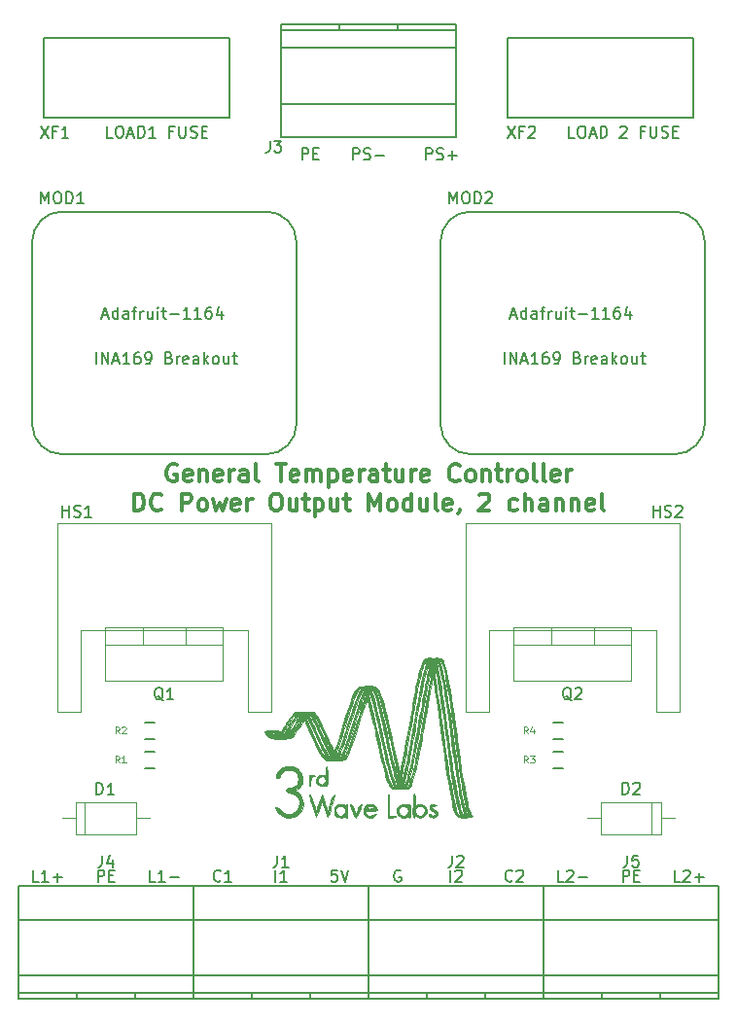
<source format=gto>
G04 #@! TF.FileFunction,Legend,Top*
%FSLAX46Y46*%
G04 Gerber Fmt 4.6, Leading zero omitted, Abs format (unit mm)*
G04 Created by KiCad (PCBNEW 4.0.6) date 06/30/17 07:02:22*
%MOMM*%
%LPD*%
G01*
G04 APERTURE LIST*
%ADD10C,0.100000*%
%ADD11C,0.300000*%
%ADD12C,0.150000*%
%ADD13C,0.120000*%
%ADD14C,0.152400*%
%ADD15C,0.010000*%
%ADD16C,0.060000*%
G04 APERTURE END LIST*
D10*
D11*
X128065716Y-90443000D02*
X127922859Y-90371571D01*
X127708573Y-90371571D01*
X127494288Y-90443000D01*
X127351430Y-90585857D01*
X127280002Y-90728714D01*
X127208573Y-91014429D01*
X127208573Y-91228714D01*
X127280002Y-91514429D01*
X127351430Y-91657286D01*
X127494288Y-91800143D01*
X127708573Y-91871571D01*
X127851430Y-91871571D01*
X128065716Y-91800143D01*
X128137145Y-91728714D01*
X128137145Y-91228714D01*
X127851430Y-91228714D01*
X129351430Y-91800143D02*
X129208573Y-91871571D01*
X128922859Y-91871571D01*
X128780002Y-91800143D01*
X128708573Y-91657286D01*
X128708573Y-91085857D01*
X128780002Y-90943000D01*
X128922859Y-90871571D01*
X129208573Y-90871571D01*
X129351430Y-90943000D01*
X129422859Y-91085857D01*
X129422859Y-91228714D01*
X128708573Y-91371571D01*
X130065716Y-90871571D02*
X130065716Y-91871571D01*
X130065716Y-91014429D02*
X130137144Y-90943000D01*
X130280002Y-90871571D01*
X130494287Y-90871571D01*
X130637144Y-90943000D01*
X130708573Y-91085857D01*
X130708573Y-91871571D01*
X131994287Y-91800143D02*
X131851430Y-91871571D01*
X131565716Y-91871571D01*
X131422859Y-91800143D01*
X131351430Y-91657286D01*
X131351430Y-91085857D01*
X131422859Y-90943000D01*
X131565716Y-90871571D01*
X131851430Y-90871571D01*
X131994287Y-90943000D01*
X132065716Y-91085857D01*
X132065716Y-91228714D01*
X131351430Y-91371571D01*
X132708573Y-91871571D02*
X132708573Y-90871571D01*
X132708573Y-91157286D02*
X132780001Y-91014429D01*
X132851430Y-90943000D01*
X132994287Y-90871571D01*
X133137144Y-90871571D01*
X134280001Y-91871571D02*
X134280001Y-91085857D01*
X134208572Y-90943000D01*
X134065715Y-90871571D01*
X133780001Y-90871571D01*
X133637144Y-90943000D01*
X134280001Y-91800143D02*
X134137144Y-91871571D01*
X133780001Y-91871571D01*
X133637144Y-91800143D01*
X133565715Y-91657286D01*
X133565715Y-91514429D01*
X133637144Y-91371571D01*
X133780001Y-91300143D01*
X134137144Y-91300143D01*
X134280001Y-91228714D01*
X135208573Y-91871571D02*
X135065715Y-91800143D01*
X134994287Y-91657286D01*
X134994287Y-90371571D01*
X136708572Y-90371571D02*
X137565715Y-90371571D01*
X137137144Y-91871571D02*
X137137144Y-90371571D01*
X138637143Y-91800143D02*
X138494286Y-91871571D01*
X138208572Y-91871571D01*
X138065715Y-91800143D01*
X137994286Y-91657286D01*
X137994286Y-91085857D01*
X138065715Y-90943000D01*
X138208572Y-90871571D01*
X138494286Y-90871571D01*
X138637143Y-90943000D01*
X138708572Y-91085857D01*
X138708572Y-91228714D01*
X137994286Y-91371571D01*
X139351429Y-91871571D02*
X139351429Y-90871571D01*
X139351429Y-91014429D02*
X139422857Y-90943000D01*
X139565715Y-90871571D01*
X139780000Y-90871571D01*
X139922857Y-90943000D01*
X139994286Y-91085857D01*
X139994286Y-91871571D01*
X139994286Y-91085857D02*
X140065715Y-90943000D01*
X140208572Y-90871571D01*
X140422857Y-90871571D01*
X140565715Y-90943000D01*
X140637143Y-91085857D01*
X140637143Y-91871571D01*
X141351429Y-90871571D02*
X141351429Y-92371571D01*
X141351429Y-90943000D02*
X141494286Y-90871571D01*
X141780000Y-90871571D01*
X141922857Y-90943000D01*
X141994286Y-91014429D01*
X142065715Y-91157286D01*
X142065715Y-91585857D01*
X141994286Y-91728714D01*
X141922857Y-91800143D01*
X141780000Y-91871571D01*
X141494286Y-91871571D01*
X141351429Y-91800143D01*
X143280000Y-91800143D02*
X143137143Y-91871571D01*
X142851429Y-91871571D01*
X142708572Y-91800143D01*
X142637143Y-91657286D01*
X142637143Y-91085857D01*
X142708572Y-90943000D01*
X142851429Y-90871571D01*
X143137143Y-90871571D01*
X143280000Y-90943000D01*
X143351429Y-91085857D01*
X143351429Y-91228714D01*
X142637143Y-91371571D01*
X143994286Y-91871571D02*
X143994286Y-90871571D01*
X143994286Y-91157286D02*
X144065714Y-91014429D01*
X144137143Y-90943000D01*
X144280000Y-90871571D01*
X144422857Y-90871571D01*
X145565714Y-91871571D02*
X145565714Y-91085857D01*
X145494285Y-90943000D01*
X145351428Y-90871571D01*
X145065714Y-90871571D01*
X144922857Y-90943000D01*
X145565714Y-91800143D02*
X145422857Y-91871571D01*
X145065714Y-91871571D01*
X144922857Y-91800143D01*
X144851428Y-91657286D01*
X144851428Y-91514429D01*
X144922857Y-91371571D01*
X145065714Y-91300143D01*
X145422857Y-91300143D01*
X145565714Y-91228714D01*
X146065714Y-90871571D02*
X146637143Y-90871571D01*
X146280000Y-90371571D02*
X146280000Y-91657286D01*
X146351428Y-91800143D01*
X146494286Y-91871571D01*
X146637143Y-91871571D01*
X147780000Y-90871571D02*
X147780000Y-91871571D01*
X147137143Y-90871571D02*
X147137143Y-91657286D01*
X147208571Y-91800143D01*
X147351429Y-91871571D01*
X147565714Y-91871571D01*
X147708571Y-91800143D01*
X147780000Y-91728714D01*
X148494286Y-91871571D02*
X148494286Y-90871571D01*
X148494286Y-91157286D02*
X148565714Y-91014429D01*
X148637143Y-90943000D01*
X148780000Y-90871571D01*
X148922857Y-90871571D01*
X149994285Y-91800143D02*
X149851428Y-91871571D01*
X149565714Y-91871571D01*
X149422857Y-91800143D01*
X149351428Y-91657286D01*
X149351428Y-91085857D01*
X149422857Y-90943000D01*
X149565714Y-90871571D01*
X149851428Y-90871571D01*
X149994285Y-90943000D01*
X150065714Y-91085857D01*
X150065714Y-91228714D01*
X149351428Y-91371571D01*
X152708571Y-91728714D02*
X152637142Y-91800143D01*
X152422856Y-91871571D01*
X152279999Y-91871571D01*
X152065714Y-91800143D01*
X151922856Y-91657286D01*
X151851428Y-91514429D01*
X151779999Y-91228714D01*
X151779999Y-91014429D01*
X151851428Y-90728714D01*
X151922856Y-90585857D01*
X152065714Y-90443000D01*
X152279999Y-90371571D01*
X152422856Y-90371571D01*
X152637142Y-90443000D01*
X152708571Y-90514429D01*
X153565714Y-91871571D02*
X153422856Y-91800143D01*
X153351428Y-91728714D01*
X153279999Y-91585857D01*
X153279999Y-91157286D01*
X153351428Y-91014429D01*
X153422856Y-90943000D01*
X153565714Y-90871571D01*
X153779999Y-90871571D01*
X153922856Y-90943000D01*
X153994285Y-91014429D01*
X154065714Y-91157286D01*
X154065714Y-91585857D01*
X153994285Y-91728714D01*
X153922856Y-91800143D01*
X153779999Y-91871571D01*
X153565714Y-91871571D01*
X154708571Y-90871571D02*
X154708571Y-91871571D01*
X154708571Y-91014429D02*
X154779999Y-90943000D01*
X154922857Y-90871571D01*
X155137142Y-90871571D01*
X155279999Y-90943000D01*
X155351428Y-91085857D01*
X155351428Y-91871571D01*
X155851428Y-90871571D02*
X156422857Y-90871571D01*
X156065714Y-90371571D02*
X156065714Y-91657286D01*
X156137142Y-91800143D01*
X156280000Y-91871571D01*
X156422857Y-91871571D01*
X156922857Y-91871571D02*
X156922857Y-90871571D01*
X156922857Y-91157286D02*
X156994285Y-91014429D01*
X157065714Y-90943000D01*
X157208571Y-90871571D01*
X157351428Y-90871571D01*
X158065714Y-91871571D02*
X157922856Y-91800143D01*
X157851428Y-91728714D01*
X157779999Y-91585857D01*
X157779999Y-91157286D01*
X157851428Y-91014429D01*
X157922856Y-90943000D01*
X158065714Y-90871571D01*
X158279999Y-90871571D01*
X158422856Y-90943000D01*
X158494285Y-91014429D01*
X158565714Y-91157286D01*
X158565714Y-91585857D01*
X158494285Y-91728714D01*
X158422856Y-91800143D01*
X158279999Y-91871571D01*
X158065714Y-91871571D01*
X159422857Y-91871571D02*
X159279999Y-91800143D01*
X159208571Y-91657286D01*
X159208571Y-90371571D01*
X160208571Y-91871571D02*
X160065713Y-91800143D01*
X159994285Y-91657286D01*
X159994285Y-90371571D01*
X161351427Y-91800143D02*
X161208570Y-91871571D01*
X160922856Y-91871571D01*
X160779999Y-91800143D01*
X160708570Y-91657286D01*
X160708570Y-91085857D01*
X160779999Y-90943000D01*
X160922856Y-90871571D01*
X161208570Y-90871571D01*
X161351427Y-90943000D01*
X161422856Y-91085857D01*
X161422856Y-91228714D01*
X160708570Y-91371571D01*
X162065713Y-91871571D02*
X162065713Y-90871571D01*
X162065713Y-91157286D02*
X162137141Y-91014429D01*
X162208570Y-90943000D01*
X162351427Y-90871571D01*
X162494284Y-90871571D01*
X124387143Y-94421571D02*
X124387143Y-92921571D01*
X124744286Y-92921571D01*
X124958571Y-92993000D01*
X125101429Y-93135857D01*
X125172857Y-93278714D01*
X125244286Y-93564429D01*
X125244286Y-93778714D01*
X125172857Y-94064429D01*
X125101429Y-94207286D01*
X124958571Y-94350143D01*
X124744286Y-94421571D01*
X124387143Y-94421571D01*
X126744286Y-94278714D02*
X126672857Y-94350143D01*
X126458571Y-94421571D01*
X126315714Y-94421571D01*
X126101429Y-94350143D01*
X125958571Y-94207286D01*
X125887143Y-94064429D01*
X125815714Y-93778714D01*
X125815714Y-93564429D01*
X125887143Y-93278714D01*
X125958571Y-93135857D01*
X126101429Y-92993000D01*
X126315714Y-92921571D01*
X126458571Y-92921571D01*
X126672857Y-92993000D01*
X126744286Y-93064429D01*
X128530000Y-94421571D02*
X128530000Y-92921571D01*
X129101428Y-92921571D01*
X129244286Y-92993000D01*
X129315714Y-93064429D01*
X129387143Y-93207286D01*
X129387143Y-93421571D01*
X129315714Y-93564429D01*
X129244286Y-93635857D01*
X129101428Y-93707286D01*
X128530000Y-93707286D01*
X130244286Y-94421571D02*
X130101428Y-94350143D01*
X130030000Y-94278714D01*
X129958571Y-94135857D01*
X129958571Y-93707286D01*
X130030000Y-93564429D01*
X130101428Y-93493000D01*
X130244286Y-93421571D01*
X130458571Y-93421571D01*
X130601428Y-93493000D01*
X130672857Y-93564429D01*
X130744286Y-93707286D01*
X130744286Y-94135857D01*
X130672857Y-94278714D01*
X130601428Y-94350143D01*
X130458571Y-94421571D01*
X130244286Y-94421571D01*
X131244286Y-93421571D02*
X131530000Y-94421571D01*
X131815714Y-93707286D01*
X132101429Y-94421571D01*
X132387143Y-93421571D01*
X133530000Y-94350143D02*
X133387143Y-94421571D01*
X133101429Y-94421571D01*
X132958572Y-94350143D01*
X132887143Y-94207286D01*
X132887143Y-93635857D01*
X132958572Y-93493000D01*
X133101429Y-93421571D01*
X133387143Y-93421571D01*
X133530000Y-93493000D01*
X133601429Y-93635857D01*
X133601429Y-93778714D01*
X132887143Y-93921571D01*
X134244286Y-94421571D02*
X134244286Y-93421571D01*
X134244286Y-93707286D02*
X134315714Y-93564429D01*
X134387143Y-93493000D01*
X134530000Y-93421571D01*
X134672857Y-93421571D01*
X136601428Y-92921571D02*
X136887142Y-92921571D01*
X137030000Y-92993000D01*
X137172857Y-93135857D01*
X137244285Y-93421571D01*
X137244285Y-93921571D01*
X137172857Y-94207286D01*
X137030000Y-94350143D01*
X136887142Y-94421571D01*
X136601428Y-94421571D01*
X136458571Y-94350143D01*
X136315714Y-94207286D01*
X136244285Y-93921571D01*
X136244285Y-93421571D01*
X136315714Y-93135857D01*
X136458571Y-92993000D01*
X136601428Y-92921571D01*
X138530000Y-93421571D02*
X138530000Y-94421571D01*
X137887143Y-93421571D02*
X137887143Y-94207286D01*
X137958571Y-94350143D01*
X138101429Y-94421571D01*
X138315714Y-94421571D01*
X138458571Y-94350143D01*
X138530000Y-94278714D01*
X139030000Y-93421571D02*
X139601429Y-93421571D01*
X139244286Y-92921571D02*
X139244286Y-94207286D01*
X139315714Y-94350143D01*
X139458572Y-94421571D01*
X139601429Y-94421571D01*
X140101429Y-93421571D02*
X140101429Y-94921571D01*
X140101429Y-93493000D02*
X140244286Y-93421571D01*
X140530000Y-93421571D01*
X140672857Y-93493000D01*
X140744286Y-93564429D01*
X140815715Y-93707286D01*
X140815715Y-94135857D01*
X140744286Y-94278714D01*
X140672857Y-94350143D01*
X140530000Y-94421571D01*
X140244286Y-94421571D01*
X140101429Y-94350143D01*
X142101429Y-93421571D02*
X142101429Y-94421571D01*
X141458572Y-93421571D02*
X141458572Y-94207286D01*
X141530000Y-94350143D01*
X141672858Y-94421571D01*
X141887143Y-94421571D01*
X142030000Y-94350143D01*
X142101429Y-94278714D01*
X142601429Y-93421571D02*
X143172858Y-93421571D01*
X142815715Y-92921571D02*
X142815715Y-94207286D01*
X142887143Y-94350143D01*
X143030001Y-94421571D01*
X143172858Y-94421571D01*
X144815715Y-94421571D02*
X144815715Y-92921571D01*
X145315715Y-93993000D01*
X145815715Y-92921571D01*
X145815715Y-94421571D01*
X146744287Y-94421571D02*
X146601429Y-94350143D01*
X146530001Y-94278714D01*
X146458572Y-94135857D01*
X146458572Y-93707286D01*
X146530001Y-93564429D01*
X146601429Y-93493000D01*
X146744287Y-93421571D01*
X146958572Y-93421571D01*
X147101429Y-93493000D01*
X147172858Y-93564429D01*
X147244287Y-93707286D01*
X147244287Y-94135857D01*
X147172858Y-94278714D01*
X147101429Y-94350143D01*
X146958572Y-94421571D01*
X146744287Y-94421571D01*
X148530001Y-94421571D02*
X148530001Y-92921571D01*
X148530001Y-94350143D02*
X148387144Y-94421571D01*
X148101430Y-94421571D01*
X147958572Y-94350143D01*
X147887144Y-94278714D01*
X147815715Y-94135857D01*
X147815715Y-93707286D01*
X147887144Y-93564429D01*
X147958572Y-93493000D01*
X148101430Y-93421571D01*
X148387144Y-93421571D01*
X148530001Y-93493000D01*
X149887144Y-93421571D02*
X149887144Y-94421571D01*
X149244287Y-93421571D02*
X149244287Y-94207286D01*
X149315715Y-94350143D01*
X149458573Y-94421571D01*
X149672858Y-94421571D01*
X149815715Y-94350143D01*
X149887144Y-94278714D01*
X150815716Y-94421571D02*
X150672858Y-94350143D01*
X150601430Y-94207286D01*
X150601430Y-92921571D01*
X151958572Y-94350143D02*
X151815715Y-94421571D01*
X151530001Y-94421571D01*
X151387144Y-94350143D01*
X151315715Y-94207286D01*
X151315715Y-93635857D01*
X151387144Y-93493000D01*
X151530001Y-93421571D01*
X151815715Y-93421571D01*
X151958572Y-93493000D01*
X152030001Y-93635857D01*
X152030001Y-93778714D01*
X151315715Y-93921571D01*
X152744286Y-94350143D02*
X152744286Y-94421571D01*
X152672858Y-94564429D01*
X152601429Y-94635857D01*
X154458572Y-93064429D02*
X154530001Y-92993000D01*
X154672858Y-92921571D01*
X155030001Y-92921571D01*
X155172858Y-92993000D01*
X155244287Y-93064429D01*
X155315715Y-93207286D01*
X155315715Y-93350143D01*
X155244287Y-93564429D01*
X154387144Y-94421571D01*
X155315715Y-94421571D01*
X157744286Y-94350143D02*
X157601429Y-94421571D01*
X157315715Y-94421571D01*
X157172857Y-94350143D01*
X157101429Y-94278714D01*
X157030000Y-94135857D01*
X157030000Y-93707286D01*
X157101429Y-93564429D01*
X157172857Y-93493000D01*
X157315715Y-93421571D01*
X157601429Y-93421571D01*
X157744286Y-93493000D01*
X158387143Y-94421571D02*
X158387143Y-92921571D01*
X159030000Y-94421571D02*
X159030000Y-93635857D01*
X158958571Y-93493000D01*
X158815714Y-93421571D01*
X158601429Y-93421571D01*
X158458571Y-93493000D01*
X158387143Y-93564429D01*
X160387143Y-94421571D02*
X160387143Y-93635857D01*
X160315714Y-93493000D01*
X160172857Y-93421571D01*
X159887143Y-93421571D01*
X159744286Y-93493000D01*
X160387143Y-94350143D02*
X160244286Y-94421571D01*
X159887143Y-94421571D01*
X159744286Y-94350143D01*
X159672857Y-94207286D01*
X159672857Y-94064429D01*
X159744286Y-93921571D01*
X159887143Y-93850143D01*
X160244286Y-93850143D01*
X160387143Y-93778714D01*
X161101429Y-93421571D02*
X161101429Y-94421571D01*
X161101429Y-93564429D02*
X161172857Y-93493000D01*
X161315715Y-93421571D01*
X161530000Y-93421571D01*
X161672857Y-93493000D01*
X161744286Y-93635857D01*
X161744286Y-94421571D01*
X162458572Y-93421571D02*
X162458572Y-94421571D01*
X162458572Y-93564429D02*
X162530000Y-93493000D01*
X162672858Y-93421571D01*
X162887143Y-93421571D01*
X163030000Y-93493000D01*
X163101429Y-93635857D01*
X163101429Y-94421571D01*
X164387143Y-94350143D02*
X164244286Y-94421571D01*
X163958572Y-94421571D01*
X163815715Y-94350143D01*
X163744286Y-94207286D01*
X163744286Y-93635857D01*
X163815715Y-93493000D01*
X163958572Y-93421571D01*
X164244286Y-93421571D01*
X164387143Y-93493000D01*
X164458572Y-93635857D01*
X164458572Y-93778714D01*
X163744286Y-93921571D01*
X165315715Y-94421571D02*
X165172857Y-94350143D01*
X165101429Y-94207286D01*
X165101429Y-92921571D01*
D12*
X121205714Y-126702381D02*
X121205714Y-125702381D01*
X121586667Y-125702381D01*
X121681905Y-125750000D01*
X121729524Y-125797619D01*
X121777143Y-125892857D01*
X121777143Y-126035714D01*
X121729524Y-126130952D01*
X121681905Y-126178571D01*
X121586667Y-126226190D01*
X121205714Y-126226190D01*
X122205714Y-126178571D02*
X122539048Y-126178571D01*
X122681905Y-126702381D02*
X122205714Y-126702381D01*
X122205714Y-125702381D01*
X122681905Y-125702381D01*
X166925714Y-126702381D02*
X166925714Y-125702381D01*
X167306667Y-125702381D01*
X167401905Y-125750000D01*
X167449524Y-125797619D01*
X167497143Y-125892857D01*
X167497143Y-126035714D01*
X167449524Y-126130952D01*
X167401905Y-126178571D01*
X167306667Y-126226190D01*
X166925714Y-126226190D01*
X167925714Y-126178571D02*
X168259048Y-126178571D01*
X168401905Y-126702381D02*
X167925714Y-126702381D01*
X167925714Y-125702381D01*
X168401905Y-125702381D01*
X138985714Y-63837381D02*
X138985714Y-62837381D01*
X139366667Y-62837381D01*
X139461905Y-62885000D01*
X139509524Y-62932619D01*
X139557143Y-63027857D01*
X139557143Y-63170714D01*
X139509524Y-63265952D01*
X139461905Y-63313571D01*
X139366667Y-63361190D01*
X138985714Y-63361190D01*
X139985714Y-63313571D02*
X140319048Y-63313571D01*
X140461905Y-63837381D02*
X139985714Y-63837381D01*
X139985714Y-62837381D01*
X140461905Y-62837381D01*
X162743095Y-61932381D02*
X162266904Y-61932381D01*
X162266904Y-60932381D01*
X163266904Y-60932381D02*
X163457381Y-60932381D01*
X163552619Y-60980000D01*
X163647857Y-61075238D01*
X163695476Y-61265714D01*
X163695476Y-61599048D01*
X163647857Y-61789524D01*
X163552619Y-61884762D01*
X163457381Y-61932381D01*
X163266904Y-61932381D01*
X163171666Y-61884762D01*
X163076428Y-61789524D01*
X163028809Y-61599048D01*
X163028809Y-61265714D01*
X163076428Y-61075238D01*
X163171666Y-60980000D01*
X163266904Y-60932381D01*
X164076428Y-61646667D02*
X164552619Y-61646667D01*
X163981190Y-61932381D02*
X164314523Y-60932381D01*
X164647857Y-61932381D01*
X164981190Y-61932381D02*
X164981190Y-60932381D01*
X165219285Y-60932381D01*
X165362143Y-60980000D01*
X165457381Y-61075238D01*
X165505000Y-61170476D01*
X165552619Y-61360952D01*
X165552619Y-61503810D01*
X165505000Y-61694286D01*
X165457381Y-61789524D01*
X165362143Y-61884762D01*
X165219285Y-61932381D01*
X164981190Y-61932381D01*
X166695476Y-61027619D02*
X166743095Y-60980000D01*
X166838333Y-60932381D01*
X167076429Y-60932381D01*
X167171667Y-60980000D01*
X167219286Y-61027619D01*
X167266905Y-61122857D01*
X167266905Y-61218095D01*
X167219286Y-61360952D01*
X166647857Y-61932381D01*
X167266905Y-61932381D01*
X168790715Y-61408571D02*
X168457381Y-61408571D01*
X168457381Y-61932381D02*
X168457381Y-60932381D01*
X168933572Y-60932381D01*
X169314524Y-60932381D02*
X169314524Y-61741905D01*
X169362143Y-61837143D01*
X169409762Y-61884762D01*
X169505000Y-61932381D01*
X169695477Y-61932381D01*
X169790715Y-61884762D01*
X169838334Y-61837143D01*
X169885953Y-61741905D01*
X169885953Y-60932381D01*
X170314524Y-61884762D02*
X170457381Y-61932381D01*
X170695477Y-61932381D01*
X170790715Y-61884762D01*
X170838334Y-61837143D01*
X170885953Y-61741905D01*
X170885953Y-61646667D01*
X170838334Y-61551429D01*
X170790715Y-61503810D01*
X170695477Y-61456190D01*
X170505000Y-61408571D01*
X170409762Y-61360952D01*
X170362143Y-61313333D01*
X170314524Y-61218095D01*
X170314524Y-61122857D01*
X170362143Y-61027619D01*
X170409762Y-60980000D01*
X170505000Y-60932381D01*
X170743096Y-60932381D01*
X170885953Y-60980000D01*
X171314524Y-61408571D02*
X171647858Y-61408571D01*
X171790715Y-61932381D02*
X171314524Y-61932381D01*
X171314524Y-60932381D01*
X171790715Y-60932381D01*
X122484048Y-61932381D02*
X122007857Y-61932381D01*
X122007857Y-60932381D01*
X123007857Y-60932381D02*
X123198334Y-60932381D01*
X123293572Y-60980000D01*
X123388810Y-61075238D01*
X123436429Y-61265714D01*
X123436429Y-61599048D01*
X123388810Y-61789524D01*
X123293572Y-61884762D01*
X123198334Y-61932381D01*
X123007857Y-61932381D01*
X122912619Y-61884762D01*
X122817381Y-61789524D01*
X122769762Y-61599048D01*
X122769762Y-61265714D01*
X122817381Y-61075238D01*
X122912619Y-60980000D01*
X123007857Y-60932381D01*
X123817381Y-61646667D02*
X124293572Y-61646667D01*
X123722143Y-61932381D02*
X124055476Y-60932381D01*
X124388810Y-61932381D01*
X124722143Y-61932381D02*
X124722143Y-60932381D01*
X124960238Y-60932381D01*
X125103096Y-60980000D01*
X125198334Y-61075238D01*
X125245953Y-61170476D01*
X125293572Y-61360952D01*
X125293572Y-61503810D01*
X125245953Y-61694286D01*
X125198334Y-61789524D01*
X125103096Y-61884762D01*
X124960238Y-61932381D01*
X124722143Y-61932381D01*
X126245953Y-61932381D02*
X125674524Y-61932381D01*
X125960238Y-61932381D02*
X125960238Y-60932381D01*
X125865000Y-61075238D01*
X125769762Y-61170476D01*
X125674524Y-61218095D01*
X127769763Y-61408571D02*
X127436429Y-61408571D01*
X127436429Y-61932381D02*
X127436429Y-60932381D01*
X127912620Y-60932381D01*
X128293572Y-60932381D02*
X128293572Y-61741905D01*
X128341191Y-61837143D01*
X128388810Y-61884762D01*
X128484048Y-61932381D01*
X128674525Y-61932381D01*
X128769763Y-61884762D01*
X128817382Y-61837143D01*
X128865001Y-61741905D01*
X128865001Y-60932381D01*
X129293572Y-61884762D02*
X129436429Y-61932381D01*
X129674525Y-61932381D01*
X129769763Y-61884762D01*
X129817382Y-61837143D01*
X129865001Y-61741905D01*
X129865001Y-61646667D01*
X129817382Y-61551429D01*
X129769763Y-61503810D01*
X129674525Y-61456190D01*
X129484048Y-61408571D01*
X129388810Y-61360952D01*
X129341191Y-61313333D01*
X129293572Y-61218095D01*
X129293572Y-61122857D01*
X129341191Y-61027619D01*
X129388810Y-60980000D01*
X129484048Y-60932381D01*
X129722144Y-60932381D01*
X129865001Y-60980000D01*
X130293572Y-61408571D02*
X130626906Y-61408571D01*
X130769763Y-61932381D02*
X130293572Y-61932381D01*
X130293572Y-60932381D01*
X130769763Y-60932381D01*
X143422857Y-63837381D02*
X143422857Y-62837381D01*
X143803810Y-62837381D01*
X143899048Y-62885000D01*
X143946667Y-62932619D01*
X143994286Y-63027857D01*
X143994286Y-63170714D01*
X143946667Y-63265952D01*
X143899048Y-63313571D01*
X143803810Y-63361190D01*
X143422857Y-63361190D01*
X144375238Y-63789762D02*
X144518095Y-63837381D01*
X144756191Y-63837381D01*
X144851429Y-63789762D01*
X144899048Y-63742143D01*
X144946667Y-63646905D01*
X144946667Y-63551667D01*
X144899048Y-63456429D01*
X144851429Y-63408810D01*
X144756191Y-63361190D01*
X144565714Y-63313571D01*
X144470476Y-63265952D01*
X144422857Y-63218333D01*
X144375238Y-63123095D01*
X144375238Y-63027857D01*
X144422857Y-62932619D01*
X144470476Y-62885000D01*
X144565714Y-62837381D01*
X144803810Y-62837381D01*
X144946667Y-62885000D01*
X145375238Y-63456429D02*
X146137143Y-63456429D01*
X149772857Y-63837381D02*
X149772857Y-62837381D01*
X150153810Y-62837381D01*
X150249048Y-62885000D01*
X150296667Y-62932619D01*
X150344286Y-63027857D01*
X150344286Y-63170714D01*
X150296667Y-63265952D01*
X150249048Y-63313571D01*
X150153810Y-63361190D01*
X149772857Y-63361190D01*
X150725238Y-63789762D02*
X150868095Y-63837381D01*
X151106191Y-63837381D01*
X151201429Y-63789762D01*
X151249048Y-63742143D01*
X151296667Y-63646905D01*
X151296667Y-63551667D01*
X151249048Y-63456429D01*
X151201429Y-63408810D01*
X151106191Y-63361190D01*
X150915714Y-63313571D01*
X150820476Y-63265952D01*
X150772857Y-63218333D01*
X150725238Y-63123095D01*
X150725238Y-63027857D01*
X150772857Y-62932619D01*
X150820476Y-62885000D01*
X150915714Y-62837381D01*
X151153810Y-62837381D01*
X151296667Y-62885000D01*
X151725238Y-63456429D02*
X152487143Y-63456429D01*
X152106191Y-63837381D02*
X152106191Y-63075476D01*
X157313334Y-126607143D02*
X157265715Y-126654762D01*
X157122858Y-126702381D01*
X157027620Y-126702381D01*
X156884762Y-126654762D01*
X156789524Y-126559524D01*
X156741905Y-126464286D01*
X156694286Y-126273810D01*
X156694286Y-126130952D01*
X156741905Y-125940476D01*
X156789524Y-125845238D01*
X156884762Y-125750000D01*
X157027620Y-125702381D01*
X157122858Y-125702381D01*
X157265715Y-125750000D01*
X157313334Y-125797619D01*
X157694286Y-125797619D02*
X157741905Y-125750000D01*
X157837143Y-125702381D01*
X158075239Y-125702381D01*
X158170477Y-125750000D01*
X158218096Y-125797619D01*
X158265715Y-125892857D01*
X158265715Y-125988095D01*
X158218096Y-126130952D01*
X157646667Y-126702381D01*
X158265715Y-126702381D01*
X147581905Y-125750000D02*
X147486667Y-125702381D01*
X147343810Y-125702381D01*
X147200952Y-125750000D01*
X147105714Y-125845238D01*
X147058095Y-125940476D01*
X147010476Y-126130952D01*
X147010476Y-126273810D01*
X147058095Y-126464286D01*
X147105714Y-126559524D01*
X147200952Y-126654762D01*
X147343810Y-126702381D01*
X147439048Y-126702381D01*
X147581905Y-126654762D01*
X147629524Y-126607143D01*
X147629524Y-126273810D01*
X147439048Y-126273810D01*
X142049524Y-125702381D02*
X141573333Y-125702381D01*
X141525714Y-126178571D01*
X141573333Y-126130952D01*
X141668571Y-126083333D01*
X141906667Y-126083333D01*
X142001905Y-126130952D01*
X142049524Y-126178571D01*
X142097143Y-126273810D01*
X142097143Y-126511905D01*
X142049524Y-126607143D01*
X142001905Y-126654762D01*
X141906667Y-126702381D01*
X141668571Y-126702381D01*
X141573333Y-126654762D01*
X141525714Y-126607143D01*
X142382857Y-125702381D02*
X142716190Y-126702381D01*
X143049524Y-125702381D01*
X131913334Y-126607143D02*
X131865715Y-126654762D01*
X131722858Y-126702381D01*
X131627620Y-126702381D01*
X131484762Y-126654762D01*
X131389524Y-126559524D01*
X131341905Y-126464286D01*
X131294286Y-126273810D01*
X131294286Y-126130952D01*
X131341905Y-125940476D01*
X131389524Y-125845238D01*
X131484762Y-125750000D01*
X131627620Y-125702381D01*
X131722858Y-125702381D01*
X131865715Y-125750000D01*
X131913334Y-125797619D01*
X132865715Y-126702381D02*
X132294286Y-126702381D01*
X132580000Y-126702381D02*
X132580000Y-125702381D01*
X132484762Y-125845238D01*
X132389524Y-125940476D01*
X132294286Y-125988095D01*
X136683810Y-126702381D02*
X136683810Y-125702381D01*
X137683810Y-126702381D02*
X137112381Y-126702381D01*
X137398095Y-126702381D02*
X137398095Y-125702381D01*
X137302857Y-125845238D01*
X137207619Y-125940476D01*
X137112381Y-125988095D01*
X151923810Y-126702381D02*
X151923810Y-125702381D01*
X152352381Y-125797619D02*
X152400000Y-125750000D01*
X152495238Y-125702381D01*
X152733334Y-125702381D01*
X152828572Y-125750000D01*
X152876191Y-125797619D01*
X152923810Y-125892857D01*
X152923810Y-125988095D01*
X152876191Y-126130952D01*
X152304762Y-126702381D01*
X152923810Y-126702381D01*
X171934286Y-126702381D02*
X171458095Y-126702381D01*
X171458095Y-125702381D01*
X172220000Y-125797619D02*
X172267619Y-125750000D01*
X172362857Y-125702381D01*
X172600953Y-125702381D01*
X172696191Y-125750000D01*
X172743810Y-125797619D01*
X172791429Y-125892857D01*
X172791429Y-125988095D01*
X172743810Y-126130952D01*
X172172381Y-126702381D01*
X172791429Y-126702381D01*
X173220000Y-126321429D02*
X173981905Y-126321429D01*
X173600953Y-126702381D02*
X173600953Y-125940476D01*
X161774286Y-126702381D02*
X161298095Y-126702381D01*
X161298095Y-125702381D01*
X162060000Y-125797619D02*
X162107619Y-125750000D01*
X162202857Y-125702381D01*
X162440953Y-125702381D01*
X162536191Y-125750000D01*
X162583810Y-125797619D01*
X162631429Y-125892857D01*
X162631429Y-125988095D01*
X162583810Y-126130952D01*
X162012381Y-126702381D01*
X162631429Y-126702381D01*
X163060000Y-126321429D02*
X163821905Y-126321429D01*
X126214286Y-126702381D02*
X125738095Y-126702381D01*
X125738095Y-125702381D01*
X127071429Y-126702381D02*
X126500000Y-126702381D01*
X126785714Y-126702381D02*
X126785714Y-125702381D01*
X126690476Y-125845238D01*
X126595238Y-125940476D01*
X126500000Y-125988095D01*
X127500000Y-126321429D02*
X128261905Y-126321429D01*
X116054286Y-126702381D02*
X115578095Y-126702381D01*
X115578095Y-125702381D01*
X116911429Y-126702381D02*
X116340000Y-126702381D01*
X116625714Y-126702381D02*
X116625714Y-125702381D01*
X116530476Y-125845238D01*
X116435238Y-125940476D01*
X116340000Y-125988095D01*
X117340000Y-126321429D02*
X118101905Y-126321429D01*
X117720953Y-126702381D02*
X117720953Y-125940476D01*
X139700000Y-136400000D02*
X139700000Y-136900000D01*
X134620000Y-136400000D02*
X134620000Y-136900000D01*
X144780000Y-130000000D02*
X129540000Y-130000000D01*
X144780000Y-134900000D02*
X129540000Y-134900000D01*
X144780000Y-136400000D02*
X129540000Y-136400000D01*
X129540000Y-127100000D02*
X144780000Y-127100000D01*
X144780000Y-127100000D02*
X144780000Y-136900000D01*
X144780000Y-136900000D02*
X129540000Y-136900000D01*
X129540000Y-136900000D02*
X129540000Y-127100000D01*
X154940000Y-136400000D02*
X154940000Y-136900000D01*
X149860000Y-136400000D02*
X149860000Y-136900000D01*
X160020000Y-130000000D02*
X144780000Y-130000000D01*
X160020000Y-134900000D02*
X144780000Y-134900000D01*
X160020000Y-136400000D02*
X144780000Y-136400000D01*
X144780000Y-127100000D02*
X160020000Y-127100000D01*
X160020000Y-127100000D02*
X160020000Y-136900000D01*
X160020000Y-136900000D02*
X144780000Y-136900000D01*
X144780000Y-136900000D02*
X144780000Y-127100000D01*
X142240000Y-52600000D02*
X142240000Y-52100000D01*
X147320000Y-52600000D02*
X147320000Y-52100000D01*
X137160000Y-59000000D02*
X152400000Y-59000000D01*
X137160000Y-54100000D02*
X152400000Y-54100000D01*
X137160000Y-52600000D02*
X152400000Y-52600000D01*
X152400000Y-61900000D02*
X137160000Y-61900000D01*
X137160000Y-61900000D02*
X137160000Y-52100000D01*
X137160000Y-52100000D02*
X152400000Y-52100000D01*
X152400000Y-52100000D02*
X152400000Y-61900000D01*
X124460000Y-136400000D02*
X124460000Y-136900000D01*
X119380000Y-136400000D02*
X119380000Y-136900000D01*
X129540000Y-130000000D02*
X114300000Y-130000000D01*
X129540000Y-134900000D02*
X114300000Y-134900000D01*
X129540000Y-136400000D02*
X114300000Y-136400000D01*
X114300000Y-127100000D02*
X129540000Y-127100000D01*
X129540000Y-127100000D02*
X129540000Y-136900000D01*
X129540000Y-136900000D02*
X114300000Y-136900000D01*
X114300000Y-136900000D02*
X114300000Y-127100000D01*
X170180000Y-136400000D02*
X170180000Y-136900000D01*
X165100000Y-136400000D02*
X165100000Y-136900000D01*
X175260000Y-130000000D02*
X160020000Y-130000000D01*
X175260000Y-134900000D02*
X160020000Y-134900000D01*
X175260000Y-136400000D02*
X160020000Y-136400000D01*
X160020000Y-127100000D02*
X175260000Y-127100000D01*
X175260000Y-127100000D02*
X175260000Y-136900000D01*
X175260000Y-136900000D02*
X160020000Y-136900000D01*
X160020000Y-136900000D02*
X160020000Y-127100000D01*
D13*
X121880000Y-104580000D02*
X132120000Y-104580000D01*
X121880000Y-109221000D02*
X132120000Y-109221000D01*
X121880000Y-104580000D02*
X121880000Y-109221000D01*
X132120000Y-104580000D02*
X132120000Y-109221000D01*
X121880000Y-106090000D02*
X132120000Y-106090000D01*
X125150000Y-104580000D02*
X125150000Y-106090000D01*
X128851000Y-104580000D02*
X128851000Y-106090000D01*
X157440000Y-104580000D02*
X167680000Y-104580000D01*
X157440000Y-109221000D02*
X167680000Y-109221000D01*
X157440000Y-104580000D02*
X157440000Y-109221000D01*
X167680000Y-104580000D02*
X167680000Y-109221000D01*
X157440000Y-106090000D02*
X167680000Y-106090000D01*
X160710000Y-104580000D02*
X160710000Y-106090000D01*
X164411000Y-104580000D02*
X164411000Y-106090000D01*
D12*
X126130000Y-115390000D02*
X125330000Y-115390000D01*
X126130000Y-116790000D02*
X125330000Y-116790000D01*
X125330000Y-114250000D02*
X126130000Y-114250000D01*
X125330000Y-112850000D02*
X126130000Y-112850000D01*
X161690000Y-115390000D02*
X160890000Y-115390000D01*
X161690000Y-116790000D02*
X160890000Y-116790000D01*
X160890000Y-114250000D02*
X161690000Y-114250000D01*
X160890000Y-112850000D02*
X161690000Y-112850000D01*
D14*
X132664200Y-60156200D02*
X116509800Y-60156200D01*
X116509800Y-60156200D02*
X116509800Y-53247400D01*
X116509800Y-53247400D02*
X132664200Y-53247400D01*
X132664200Y-53247400D02*
X132664200Y-60156200D01*
X156895800Y-53243800D02*
X173050200Y-53243800D01*
X173050200Y-53243800D02*
X173050200Y-60152600D01*
X173050200Y-60152600D02*
X156895800Y-60152600D01*
X156895800Y-60152600D02*
X156895800Y-53243800D01*
D13*
X136300000Y-111900000D02*
X134300000Y-111900000D01*
X134300000Y-111900000D02*
X134300000Y-104800000D01*
X134300000Y-104800000D02*
X119700000Y-104800000D01*
X119700000Y-104800000D02*
X119700000Y-111900000D01*
X119600000Y-111900000D02*
X117700000Y-111900000D01*
X117700000Y-111900000D02*
X117700000Y-95500000D01*
X117700000Y-95500000D02*
X136300000Y-95500000D01*
X136300000Y-95500000D02*
X136300000Y-111900000D01*
X171860000Y-111900000D02*
X169860000Y-111900000D01*
X169860000Y-111900000D02*
X169860000Y-104800000D01*
X169860000Y-104800000D02*
X155260000Y-104800000D01*
X155260000Y-104800000D02*
X155260000Y-111900000D01*
X155160000Y-111900000D02*
X153260000Y-111900000D01*
X153260000Y-111900000D02*
X153260000Y-95500000D01*
X153260000Y-95500000D02*
X171860000Y-95500000D01*
X171860000Y-95500000D02*
X171860000Y-111900000D01*
D15*
G36*
X143251066Y-119980247D02*
X143322694Y-120082001D01*
X143409491Y-120234144D01*
X143502984Y-120422703D01*
X143530087Y-120482083D01*
X143592756Y-120614182D01*
X143644403Y-120708894D01*
X143674110Y-120746250D01*
X143674531Y-120746276D01*
X143702238Y-120710208D01*
X143755095Y-120613746D01*
X143824075Y-120473954D01*
X143864464Y-120387299D01*
X143968387Y-120172427D01*
X144050629Y-120032369D01*
X144115585Y-119961386D01*
X144167652Y-119953741D01*
X144186126Y-119967410D01*
X144180645Y-120014651D01*
X144145895Y-120121634D01*
X144089019Y-120271663D01*
X144017157Y-120448041D01*
X143937451Y-120634072D01*
X143857042Y-120813059D01*
X143783072Y-120968306D01*
X143722681Y-121083118D01*
X143685083Y-121138849D01*
X143656656Y-121115188D01*
X143602502Y-121026188D01*
X143529490Y-120884653D01*
X143444485Y-120703385D01*
X143410593Y-120627038D01*
X143300554Y-120369756D01*
X143225957Y-120180557D01*
X143184470Y-120051750D01*
X143173759Y-119975645D01*
X143191493Y-119944552D01*
X143203083Y-119942857D01*
X143251066Y-119980247D01*
X143251066Y-119980247D01*
G37*
X143251066Y-119980247D02*
X143322694Y-120082001D01*
X143409491Y-120234144D01*
X143502984Y-120422703D01*
X143530087Y-120482083D01*
X143592756Y-120614182D01*
X143644403Y-120708894D01*
X143674110Y-120746250D01*
X143674531Y-120746276D01*
X143702238Y-120710208D01*
X143755095Y-120613746D01*
X143824075Y-120473954D01*
X143864464Y-120387299D01*
X143968387Y-120172427D01*
X144050629Y-120032369D01*
X144115585Y-119961386D01*
X144167652Y-119953741D01*
X144186126Y-119967410D01*
X144180645Y-120014651D01*
X144145895Y-120121634D01*
X144089019Y-120271663D01*
X144017157Y-120448041D01*
X143937451Y-120634072D01*
X143857042Y-120813059D01*
X143783072Y-120968306D01*
X143722681Y-121083118D01*
X143685083Y-121138849D01*
X143656656Y-121115188D01*
X143602502Y-121026188D01*
X143529490Y-120884653D01*
X143444485Y-120703385D01*
X143410593Y-120627038D01*
X143300554Y-120369756D01*
X143225957Y-120180557D01*
X143184470Y-120051750D01*
X143173759Y-119975645D01*
X143191493Y-119944552D01*
X143203083Y-119942857D01*
X143251066Y-119980247D01*
G36*
X138140401Y-116682907D02*
X138392680Y-116749373D01*
X138605869Y-116869986D01*
X138728349Y-116976984D01*
X138874621Y-117153586D01*
X138967315Y-117346348D01*
X139012756Y-117575211D01*
X139017268Y-117860117D01*
X139016130Y-117884372D01*
X138997295Y-118084784D01*
X138955275Y-118237183D01*
X138876610Y-118365159D01*
X138747837Y-118492304D01*
X138604591Y-118605593D01*
X138383926Y-118771687D01*
X138575363Y-118890840D01*
X138711464Y-118994461D01*
X138833287Y-119118050D01*
X138871925Y-119169246D01*
X138970843Y-119365076D01*
X139045725Y-119601429D01*
X139088013Y-119842789D01*
X139089146Y-120053640D01*
X139087716Y-120064558D01*
X139029910Y-120294196D01*
X138928724Y-120524701D01*
X138800221Y-120724030D01*
X138706939Y-120824098D01*
X138485670Y-120968788D01*
X138215636Y-121069212D01*
X137922992Y-121120546D01*
X137633894Y-121117965D01*
X137398231Y-121065514D01*
X137148897Y-120932923D01*
X136927803Y-120726451D01*
X136789583Y-120533402D01*
X136700283Y-120375813D01*
X136661078Y-120274741D01*
X136671108Y-120219086D01*
X136729512Y-120197751D01*
X136763435Y-120196333D01*
X136843412Y-120217202D01*
X136944371Y-120285778D01*
X137078517Y-120411015D01*
X137133852Y-120468092D01*
X137301944Y-120631068D01*
X137440743Y-120733350D01*
X137562167Y-120785356D01*
X137853784Y-120827197D01*
X138122936Y-120792720D01*
X138360599Y-120683652D01*
X138449448Y-120615496D01*
X138625519Y-120411503D01*
X138730008Y-120182648D01*
X138767066Y-119941913D01*
X138740850Y-119702281D01*
X138655512Y-119476736D01*
X138515208Y-119278259D01*
X138324091Y-119119834D01*
X138086315Y-119014443D01*
X137926940Y-118982527D01*
X137745561Y-118946329D01*
X137639795Y-118886304D01*
X137602516Y-118796578D01*
X137610980Y-118722188D01*
X137635073Y-118645430D01*
X137674041Y-118594716D01*
X137746131Y-118560494D01*
X137869587Y-118533210D01*
X138015762Y-118510229D01*
X138270760Y-118455478D01*
X138453010Y-118371292D01*
X138572427Y-118246565D01*
X138638921Y-118070190D01*
X138662405Y-117831060D01*
X138662833Y-117785195D01*
X138644433Y-117528808D01*
X138584217Y-117334162D01*
X138474659Y-117185585D01*
X138321807Y-117074969D01*
X138143847Y-117009910D01*
X137923598Y-116980013D01*
X137696461Y-116986779D01*
X137497833Y-117031706D01*
X137478765Y-117039243D01*
X137372204Y-117108094D01*
X137258588Y-117217842D01*
X137158204Y-117343948D01*
X137091337Y-117461874D01*
X137075333Y-117527218D01*
X137038652Y-117629795D01*
X136937605Y-117688664D01*
X136853871Y-117698666D01*
X136752813Y-117678188D01*
X136710121Y-117611490D01*
X136723355Y-117490672D01*
X136757672Y-117387480D01*
X136902308Y-117120492D01*
X137106456Y-116909097D01*
X137360821Y-116759549D01*
X137656109Y-116678102D01*
X137831873Y-116664608D01*
X138140401Y-116682907D01*
X138140401Y-116682907D01*
G37*
X138140401Y-116682907D02*
X138392680Y-116749373D01*
X138605869Y-116869986D01*
X138728349Y-116976984D01*
X138874621Y-117153586D01*
X138967315Y-117346348D01*
X139012756Y-117575211D01*
X139017268Y-117860117D01*
X139016130Y-117884372D01*
X138997295Y-118084784D01*
X138955275Y-118237183D01*
X138876610Y-118365159D01*
X138747837Y-118492304D01*
X138604591Y-118605593D01*
X138383926Y-118771687D01*
X138575363Y-118890840D01*
X138711464Y-118994461D01*
X138833287Y-119118050D01*
X138871925Y-119169246D01*
X138970843Y-119365076D01*
X139045725Y-119601429D01*
X139088013Y-119842789D01*
X139089146Y-120053640D01*
X139087716Y-120064558D01*
X139029910Y-120294196D01*
X138928724Y-120524701D01*
X138800221Y-120724030D01*
X138706939Y-120824098D01*
X138485670Y-120968788D01*
X138215636Y-121069212D01*
X137922992Y-121120546D01*
X137633894Y-121117965D01*
X137398231Y-121065514D01*
X137148897Y-120932923D01*
X136927803Y-120726451D01*
X136789583Y-120533402D01*
X136700283Y-120375813D01*
X136661078Y-120274741D01*
X136671108Y-120219086D01*
X136729512Y-120197751D01*
X136763435Y-120196333D01*
X136843412Y-120217202D01*
X136944371Y-120285778D01*
X137078517Y-120411015D01*
X137133852Y-120468092D01*
X137301944Y-120631068D01*
X137440743Y-120733350D01*
X137562167Y-120785356D01*
X137853784Y-120827197D01*
X138122936Y-120792720D01*
X138360599Y-120683652D01*
X138449448Y-120615496D01*
X138625519Y-120411503D01*
X138730008Y-120182648D01*
X138767066Y-119941913D01*
X138740850Y-119702281D01*
X138655512Y-119476736D01*
X138515208Y-119278259D01*
X138324091Y-119119834D01*
X138086315Y-119014443D01*
X137926940Y-118982527D01*
X137745561Y-118946329D01*
X137639795Y-118886304D01*
X137602516Y-118796578D01*
X137610980Y-118722188D01*
X137635073Y-118645430D01*
X137674041Y-118594716D01*
X137746131Y-118560494D01*
X137869587Y-118533210D01*
X138015762Y-118510229D01*
X138270760Y-118455478D01*
X138453010Y-118371292D01*
X138572427Y-118246565D01*
X138638921Y-118070190D01*
X138662405Y-117831060D01*
X138662833Y-117785195D01*
X138644433Y-117528808D01*
X138584217Y-117334162D01*
X138474659Y-117185585D01*
X138321807Y-117074969D01*
X138143847Y-117009910D01*
X137923598Y-116980013D01*
X137696461Y-116986779D01*
X137497833Y-117031706D01*
X137478765Y-117039243D01*
X137372204Y-117108094D01*
X137258588Y-117217842D01*
X137158204Y-117343948D01*
X137091337Y-117461874D01*
X137075333Y-117527218D01*
X137038652Y-117629795D01*
X136937605Y-117688664D01*
X136853871Y-117698666D01*
X136752813Y-117678188D01*
X136710121Y-117611490D01*
X136723355Y-117490672D01*
X136757672Y-117387480D01*
X136902308Y-117120492D01*
X137106456Y-116909097D01*
X137360821Y-116759549D01*
X137656109Y-116678102D01*
X137831873Y-116664608D01*
X138140401Y-116682907D01*
G36*
X139696246Y-119128450D02*
X139740858Y-119208711D01*
X139798223Y-119347004D01*
X139872221Y-119551468D01*
X139951304Y-119783995D01*
X140027066Y-120007352D01*
X140096114Y-120204952D01*
X140152990Y-120361621D01*
X140192235Y-120462188D01*
X140205113Y-120489393D01*
X140229683Y-120483582D01*
X140270024Y-120409325D01*
X140327649Y-120262921D01*
X140404067Y-120040668D01*
X140464337Y-119854393D01*
X140537667Y-119625804D01*
X140602788Y-119426481D01*
X140655183Y-119269956D01*
X140690335Y-119169764D01*
X140703039Y-119139225D01*
X140721250Y-119134999D01*
X140745109Y-119165636D01*
X140777936Y-119239945D01*
X140823049Y-119366730D01*
X140883766Y-119554798D01*
X140963407Y-119812954D01*
X140990287Y-119901430D01*
X141059698Y-120123057D01*
X141122687Y-120310416D01*
X141174701Y-120451036D01*
X141211190Y-120532446D01*
X141225867Y-120546909D01*
X141250023Y-120495785D01*
X141293719Y-120380979D01*
X141350766Y-120219471D01*
X141414973Y-120028243D01*
X141415380Y-120027000D01*
X141517265Y-119727370D01*
X141607602Y-119483969D01*
X141684052Y-119301936D01*
X141744276Y-119186411D01*
X141785933Y-119142536D01*
X141805747Y-119169281D01*
X141797657Y-119231571D01*
X141767677Y-119359862D01*
X141720158Y-119539657D01*
X141659450Y-119756458D01*
X141589904Y-119995770D01*
X141515870Y-120243094D01*
X141441700Y-120483934D01*
X141371743Y-120703794D01*
X141310351Y-120888175D01*
X141261875Y-121022582D01*
X141230665Y-121092517D01*
X141227157Y-121097203D01*
X141205554Y-121069541D01*
X141164272Y-120972682D01*
X141107709Y-120818599D01*
X141040263Y-120619266D01*
X140967239Y-120389594D01*
X140893536Y-120157121D01*
X140826717Y-119957834D01*
X140771119Y-119803759D01*
X140731080Y-119706925D01*
X140711055Y-119679224D01*
X140688346Y-119729961D01*
X140647998Y-119843990D01*
X140596124Y-120003337D01*
X140549636Y-120154000D01*
X140460308Y-120439751D01*
X140378773Y-120680195D01*
X140308382Y-120866558D01*
X140252484Y-120990062D01*
X140214431Y-121041934D01*
X140210177Y-121043000D01*
X140186229Y-121004436D01*
X140144166Y-120897886D01*
X140088102Y-120737058D01*
X140022154Y-120535660D01*
X139950435Y-120307402D01*
X139877062Y-120065993D01*
X139806149Y-119825142D01*
X139741813Y-119598557D01*
X139688167Y-119399948D01*
X139649327Y-119243023D01*
X139629409Y-119141492D01*
X139629758Y-119109463D01*
X139660506Y-119098081D01*
X139696246Y-119128450D01*
X139696246Y-119128450D01*
G37*
X139696246Y-119128450D02*
X139740858Y-119208711D01*
X139798223Y-119347004D01*
X139872221Y-119551468D01*
X139951304Y-119783995D01*
X140027066Y-120007352D01*
X140096114Y-120204952D01*
X140152990Y-120361621D01*
X140192235Y-120462188D01*
X140205113Y-120489393D01*
X140229683Y-120483582D01*
X140270024Y-120409325D01*
X140327649Y-120262921D01*
X140404067Y-120040668D01*
X140464337Y-119854393D01*
X140537667Y-119625804D01*
X140602788Y-119426481D01*
X140655183Y-119269956D01*
X140690335Y-119169764D01*
X140703039Y-119139225D01*
X140721250Y-119134999D01*
X140745109Y-119165636D01*
X140777936Y-119239945D01*
X140823049Y-119366730D01*
X140883766Y-119554798D01*
X140963407Y-119812954D01*
X140990287Y-119901430D01*
X141059698Y-120123057D01*
X141122687Y-120310416D01*
X141174701Y-120451036D01*
X141211190Y-120532446D01*
X141225867Y-120546909D01*
X141250023Y-120495785D01*
X141293719Y-120380979D01*
X141350766Y-120219471D01*
X141414973Y-120028243D01*
X141415380Y-120027000D01*
X141517265Y-119727370D01*
X141607602Y-119483969D01*
X141684052Y-119301936D01*
X141744276Y-119186411D01*
X141785933Y-119142536D01*
X141805747Y-119169281D01*
X141797657Y-119231571D01*
X141767677Y-119359862D01*
X141720158Y-119539657D01*
X141659450Y-119756458D01*
X141589904Y-119995770D01*
X141515870Y-120243094D01*
X141441700Y-120483934D01*
X141371743Y-120703794D01*
X141310351Y-120888175D01*
X141261875Y-121022582D01*
X141230665Y-121092517D01*
X141227157Y-121097203D01*
X141205554Y-121069541D01*
X141164272Y-120972682D01*
X141107709Y-120818599D01*
X141040263Y-120619266D01*
X140967239Y-120389594D01*
X140893536Y-120157121D01*
X140826717Y-119957834D01*
X140771119Y-119803759D01*
X140731080Y-119706925D01*
X140711055Y-119679224D01*
X140688346Y-119729961D01*
X140647998Y-119843990D01*
X140596124Y-120003337D01*
X140549636Y-120154000D01*
X140460308Y-120439751D01*
X140378773Y-120680195D01*
X140308382Y-120866558D01*
X140252484Y-120990062D01*
X140214431Y-121041934D01*
X140210177Y-121043000D01*
X140186229Y-121004436D01*
X140144166Y-120897886D01*
X140088102Y-120737058D01*
X140022154Y-120535660D01*
X139950435Y-120307402D01*
X139877062Y-120065993D01*
X139806149Y-119825142D01*
X139741813Y-119598557D01*
X139688167Y-119399948D01*
X139649327Y-119243023D01*
X139629409Y-119141492D01*
X139629758Y-119109463D01*
X139660506Y-119098081D01*
X139696246Y-119128450D01*
G36*
X142562186Y-119973437D02*
X142627263Y-120001342D01*
X142714832Y-120037106D01*
X142772496Y-120022950D01*
X142803118Y-119996072D01*
X142861135Y-119952316D01*
X142903540Y-119958962D01*
X142932450Y-120023297D01*
X142949982Y-120152608D01*
X142958253Y-120354182D01*
X142959667Y-120535000D01*
X142956456Y-120789533D01*
X142945415Y-120966879D01*
X142924426Y-121074326D01*
X142891372Y-121119159D01*
X142844137Y-121108666D01*
X142803118Y-121073927D01*
X142745553Y-121033814D01*
X142678176Y-121044222D01*
X142627263Y-121068657D01*
X142436283Y-121122208D01*
X142219891Y-121096116D01*
X142084057Y-121045396D01*
X141939434Y-120953514D01*
X141842524Y-120840329D01*
X141840641Y-120836762D01*
X141783762Y-120647885D01*
X141783530Y-120527923D01*
X141916082Y-120527923D01*
X141951585Y-120687186D01*
X142055925Y-120832587D01*
X142077027Y-120851355D01*
X142241635Y-120942083D01*
X142413828Y-120950993D01*
X142580442Y-120878044D01*
X142612728Y-120852964D01*
X142727872Y-120711682D01*
X142765544Y-120542737D01*
X142741490Y-120382821D01*
X142664354Y-120231315D01*
X142531815Y-120141709D01*
X142340395Y-120111675D01*
X142336414Y-120111666D01*
X142159584Y-120146668D01*
X142026384Y-120239692D01*
X141943116Y-120372767D01*
X141916082Y-120527923D01*
X141783530Y-120527923D01*
X141783354Y-120437695D01*
X141838228Y-120244784D01*
X141860085Y-120204369D01*
X141990349Y-120066068D01*
X142168059Y-119976909D01*
X142367306Y-119943747D01*
X142562186Y-119973437D01*
X142562186Y-119973437D01*
G37*
X142562186Y-119973437D02*
X142627263Y-120001342D01*
X142714832Y-120037106D01*
X142772496Y-120022950D01*
X142803118Y-119996072D01*
X142861135Y-119952316D01*
X142903540Y-119958962D01*
X142932450Y-120023297D01*
X142949982Y-120152608D01*
X142958253Y-120354182D01*
X142959667Y-120535000D01*
X142956456Y-120789533D01*
X142945415Y-120966879D01*
X142924426Y-121074326D01*
X142891372Y-121119159D01*
X142844137Y-121108666D01*
X142803118Y-121073927D01*
X142745553Y-121033814D01*
X142678176Y-121044222D01*
X142627263Y-121068657D01*
X142436283Y-121122208D01*
X142219891Y-121096116D01*
X142084057Y-121045396D01*
X141939434Y-120953514D01*
X141842524Y-120840329D01*
X141840641Y-120836762D01*
X141783762Y-120647885D01*
X141783530Y-120527923D01*
X141916082Y-120527923D01*
X141951585Y-120687186D01*
X142055925Y-120832587D01*
X142077027Y-120851355D01*
X142241635Y-120942083D01*
X142413828Y-120950993D01*
X142580442Y-120878044D01*
X142612728Y-120852964D01*
X142727872Y-120711682D01*
X142765544Y-120542737D01*
X142741490Y-120382821D01*
X142664354Y-120231315D01*
X142531815Y-120141709D01*
X142340395Y-120111675D01*
X142336414Y-120111666D01*
X142159584Y-120146668D01*
X142026384Y-120239692D01*
X141943116Y-120372767D01*
X141916082Y-120527923D01*
X141783530Y-120527923D01*
X141783354Y-120437695D01*
X141838228Y-120244784D01*
X141860085Y-120204369D01*
X141990349Y-120066068D01*
X142168059Y-119976909D01*
X142367306Y-119943747D01*
X142562186Y-119973437D01*
G36*
X145145023Y-119961072D02*
X145228042Y-120006618D01*
X145280961Y-120048740D01*
X145398598Y-120169173D01*
X145485444Y-120298693D01*
X145528402Y-120414430D01*
X145525225Y-120475320D01*
X145491642Y-120505281D01*
X145409907Y-120524025D01*
X145266859Y-120533460D01*
X145109412Y-120535578D01*
X144873300Y-120538750D01*
X144709393Y-120549563D01*
X144605346Y-120571179D01*
X144548817Y-120606759D01*
X144527461Y-120659466D01*
X144526000Y-120685031D01*
X144562870Y-120804727D01*
X144661421Y-120891553D01*
X144803563Y-120941010D01*
X144971205Y-120948602D01*
X145146259Y-120909832D01*
X145245026Y-120863774D01*
X145364140Y-120808207D01*
X145433263Y-120801936D01*
X145444005Y-120841614D01*
X145390046Y-120921583D01*
X145222512Y-121049691D01*
X145018511Y-121113451D01*
X144801777Y-121108050D01*
X144670576Y-121067493D01*
X144498494Y-120951634D01*
X144385823Y-120790718D01*
X144334804Y-120602141D01*
X144347678Y-120403297D01*
X144408551Y-120255587D01*
X144558890Y-120255587D01*
X144573523Y-120290825D01*
X144649540Y-120320826D01*
X144763659Y-120340757D01*
X144892596Y-120345785D01*
X144965208Y-120339939D01*
X145102681Y-120326952D01*
X145219208Y-120321995D01*
X145351500Y-120320657D01*
X145232723Y-120216162D01*
X145095978Y-120140773D01*
X144930372Y-120112337D01*
X144763852Y-120129218D01*
X144624368Y-120189781D01*
X144558890Y-120255587D01*
X144408551Y-120255587D01*
X144426687Y-120211581D01*
X144542290Y-120071992D01*
X144644619Y-120002568D01*
X144780285Y-119964185D01*
X144899021Y-119951107D01*
X145046767Y-119945487D01*
X145145023Y-119961072D01*
X145145023Y-119961072D01*
G37*
X145145023Y-119961072D02*
X145228042Y-120006618D01*
X145280961Y-120048740D01*
X145398598Y-120169173D01*
X145485444Y-120298693D01*
X145528402Y-120414430D01*
X145525225Y-120475320D01*
X145491642Y-120505281D01*
X145409907Y-120524025D01*
X145266859Y-120533460D01*
X145109412Y-120535578D01*
X144873300Y-120538750D01*
X144709393Y-120549563D01*
X144605346Y-120571179D01*
X144548817Y-120606759D01*
X144527461Y-120659466D01*
X144526000Y-120685031D01*
X144562870Y-120804727D01*
X144661421Y-120891553D01*
X144803563Y-120941010D01*
X144971205Y-120948602D01*
X145146259Y-120909832D01*
X145245026Y-120863774D01*
X145364140Y-120808207D01*
X145433263Y-120801936D01*
X145444005Y-120841614D01*
X145390046Y-120921583D01*
X145222512Y-121049691D01*
X145018511Y-121113451D01*
X144801777Y-121108050D01*
X144670576Y-121067493D01*
X144498494Y-120951634D01*
X144385823Y-120790718D01*
X144334804Y-120602141D01*
X144347678Y-120403297D01*
X144408551Y-120255587D01*
X144558890Y-120255587D01*
X144573523Y-120290825D01*
X144649540Y-120320826D01*
X144763659Y-120340757D01*
X144892596Y-120345785D01*
X144965208Y-120339939D01*
X145102681Y-120326952D01*
X145219208Y-120321995D01*
X145351500Y-120320657D01*
X145232723Y-120216162D01*
X145095978Y-120140773D01*
X144930372Y-120112337D01*
X144763852Y-120129218D01*
X144624368Y-120189781D01*
X144558890Y-120255587D01*
X144408551Y-120255587D01*
X144426687Y-120211581D01*
X144542290Y-120071992D01*
X144644619Y-120002568D01*
X144780285Y-119964185D01*
X144899021Y-119951107D01*
X145046767Y-119945487D01*
X145145023Y-119961072D01*
G36*
X146563154Y-119120018D02*
X146574146Y-119167321D01*
X146583849Y-119286593D01*
X146591752Y-119465141D01*
X146597347Y-119690271D01*
X146600122Y-119949290D01*
X146600333Y-120045576D01*
X146600333Y-120948157D01*
X146853442Y-120966465D01*
X147038530Y-120987869D01*
X147141452Y-121016546D01*
X147163944Y-121048401D01*
X147107741Y-121079336D01*
X146974578Y-121105256D01*
X146787984Y-121121031D01*
X146473333Y-121136920D01*
X146473333Y-120248585D01*
X146474898Y-119885028D01*
X146479926Y-119599815D01*
X146488915Y-119386676D01*
X146502365Y-119239338D01*
X146520774Y-119151532D01*
X146544643Y-119116987D01*
X146563154Y-119120018D01*
X146563154Y-119120018D01*
G37*
X146563154Y-119120018D02*
X146574146Y-119167321D01*
X146583849Y-119286593D01*
X146591752Y-119465141D01*
X146597347Y-119690271D01*
X146600122Y-119949290D01*
X146600333Y-120045576D01*
X146600333Y-120948157D01*
X146853442Y-120966465D01*
X147038530Y-120987869D01*
X147141452Y-121016546D01*
X147163944Y-121048401D01*
X147107741Y-121079336D01*
X146974578Y-121105256D01*
X146787984Y-121121031D01*
X146473333Y-121136920D01*
X146473333Y-120248585D01*
X146474898Y-119885028D01*
X146479926Y-119599815D01*
X146488915Y-119386676D01*
X146502365Y-119239338D01*
X146520774Y-119151532D01*
X146544643Y-119116987D01*
X146563154Y-119120018D01*
G36*
X148372420Y-119968501D02*
X148398141Y-120044726D01*
X148413304Y-120185199D01*
X148419927Y-120398005D01*
X148420667Y-120535000D01*
X148417717Y-120786254D01*
X148407380Y-120961234D01*
X148387419Y-121068178D01*
X148355599Y-121115321D01*
X148309686Y-121110899D01*
X148271530Y-121084528D01*
X148199661Y-121055539D01*
X148092684Y-121075430D01*
X148076567Y-121080883D01*
X147883028Y-121120726D01*
X147699320Y-121110990D01*
X147658667Y-121100062D01*
X147451374Y-120995418D01*
X147312643Y-120841362D01*
X147243501Y-120639288D01*
X147235333Y-120525680D01*
X147236936Y-120515967D01*
X147399067Y-120515967D01*
X147416912Y-120668249D01*
X147495007Y-120804947D01*
X147606814Y-120892344D01*
X147754791Y-120943424D01*
X147907271Y-120950646D01*
X148028928Y-120913057D01*
X148041609Y-120904070D01*
X148172694Y-120759677D01*
X148237156Y-120598854D01*
X148239417Y-120438008D01*
X148183898Y-120293543D01*
X148075024Y-120181864D01*
X147917215Y-120119376D01*
X147828000Y-120111666D01*
X147655938Y-120145952D01*
X147523689Y-120236786D01*
X147436362Y-120366135D01*
X147399067Y-120515967D01*
X147236936Y-120515967D01*
X147271319Y-120307737D01*
X147372762Y-120135667D01*
X147529896Y-120016495D01*
X147732952Y-119957244D01*
X147972160Y-119964938D01*
X148006245Y-119971395D01*
X148173534Y-119995101D01*
X148270888Y-119982986D01*
X148281229Y-119976453D01*
X148334122Y-119948439D01*
X148372420Y-119968501D01*
X148372420Y-119968501D01*
G37*
X148372420Y-119968501D02*
X148398141Y-120044726D01*
X148413304Y-120185199D01*
X148419927Y-120398005D01*
X148420667Y-120535000D01*
X148417717Y-120786254D01*
X148407380Y-120961234D01*
X148387419Y-121068178D01*
X148355599Y-121115321D01*
X148309686Y-121110899D01*
X148271530Y-121084528D01*
X148199661Y-121055539D01*
X148092684Y-121075430D01*
X148076567Y-121080883D01*
X147883028Y-121120726D01*
X147699320Y-121110990D01*
X147658667Y-121100062D01*
X147451374Y-120995418D01*
X147312643Y-120841362D01*
X147243501Y-120639288D01*
X147235333Y-120525680D01*
X147236936Y-120515967D01*
X147399067Y-120515967D01*
X147416912Y-120668249D01*
X147495007Y-120804947D01*
X147606814Y-120892344D01*
X147754791Y-120943424D01*
X147907271Y-120950646D01*
X148028928Y-120913057D01*
X148041609Y-120904070D01*
X148172694Y-120759677D01*
X148237156Y-120598854D01*
X148239417Y-120438008D01*
X148183898Y-120293543D01*
X148075024Y-120181864D01*
X147917215Y-120119376D01*
X147828000Y-120111666D01*
X147655938Y-120145952D01*
X147523689Y-120236786D01*
X147436362Y-120366135D01*
X147399067Y-120515967D01*
X147236936Y-120515967D01*
X147271319Y-120307737D01*
X147372762Y-120135667D01*
X147529896Y-120016495D01*
X147732952Y-119957244D01*
X147972160Y-119964938D01*
X148006245Y-119971395D01*
X148173534Y-119995101D01*
X148270888Y-119982986D01*
X148281229Y-119976453D01*
X148334122Y-119948439D01*
X148372420Y-119968501D01*
G36*
X148793340Y-119094345D02*
X148819768Y-119212744D01*
X148836928Y-119401577D01*
X148843891Y-119653891D01*
X148844000Y-119693625D01*
X148845702Y-119860138D01*
X148850256Y-119988814D01*
X148856836Y-120060630D01*
X148860328Y-120069333D01*
X148905189Y-120051805D01*
X148991750Y-120009296D01*
X148997911Y-120006094D01*
X149191249Y-119948361D01*
X149388146Y-119962202D01*
X149570439Y-120037929D01*
X149719962Y-120165860D01*
X149818549Y-120336308D01*
X149846046Y-120458280D01*
X149830763Y-120665224D01*
X149750707Y-120846069D01*
X149620613Y-120990023D01*
X149455218Y-121086299D01*
X149269258Y-121124106D01*
X149077469Y-121092656D01*
X149016374Y-121065738D01*
X148920801Y-121021847D01*
X148862264Y-121020476D01*
X148804696Y-121061437D01*
X148801186Y-121064601D01*
X148740759Y-121109053D01*
X148701543Y-121088339D01*
X148671596Y-121037262D01*
X148653187Y-120977459D01*
X148641248Y-120873160D01*
X148635534Y-120715251D01*
X148635802Y-120494616D01*
X148635865Y-120491512D01*
X148844000Y-120491512D01*
X148869909Y-120647078D01*
X148936429Y-120795113D01*
X149026749Y-120900414D01*
X149045082Y-120912608D01*
X149186169Y-120953904D01*
X149352340Y-120946552D01*
X149501999Y-120894078D01*
X149536271Y-120871003D01*
X149652357Y-120734907D01*
X149699069Y-120579127D01*
X149682933Y-120421497D01*
X149610478Y-120279849D01*
X149488228Y-120172017D01*
X149322711Y-120115834D01*
X149258368Y-120111666D01*
X149093140Y-120147216D01*
X148955748Y-120241329D01*
X148866709Y-120375199D01*
X148844000Y-120491512D01*
X148635865Y-120491512D01*
X148641808Y-120202140D01*
X148645634Y-120067262D01*
X148656389Y-119741783D01*
X148667353Y-119491799D01*
X148679549Y-119308141D01*
X148693998Y-119181641D01*
X148711720Y-119103130D01*
X148733737Y-119063441D01*
X148758571Y-119053333D01*
X148793340Y-119094345D01*
X148793340Y-119094345D01*
G37*
X148793340Y-119094345D02*
X148819768Y-119212744D01*
X148836928Y-119401577D01*
X148843891Y-119653891D01*
X148844000Y-119693625D01*
X148845702Y-119860138D01*
X148850256Y-119988814D01*
X148856836Y-120060630D01*
X148860328Y-120069333D01*
X148905189Y-120051805D01*
X148991750Y-120009296D01*
X148997911Y-120006094D01*
X149191249Y-119948361D01*
X149388146Y-119962202D01*
X149570439Y-120037929D01*
X149719962Y-120165860D01*
X149818549Y-120336308D01*
X149846046Y-120458280D01*
X149830763Y-120665224D01*
X149750707Y-120846069D01*
X149620613Y-120990023D01*
X149455218Y-121086299D01*
X149269258Y-121124106D01*
X149077469Y-121092656D01*
X149016374Y-121065738D01*
X148920801Y-121021847D01*
X148862264Y-121020476D01*
X148804696Y-121061437D01*
X148801186Y-121064601D01*
X148740759Y-121109053D01*
X148701543Y-121088339D01*
X148671596Y-121037262D01*
X148653187Y-120977459D01*
X148641248Y-120873160D01*
X148635534Y-120715251D01*
X148635802Y-120494616D01*
X148635865Y-120491512D01*
X148844000Y-120491512D01*
X148869909Y-120647078D01*
X148936429Y-120795113D01*
X149026749Y-120900414D01*
X149045082Y-120912608D01*
X149186169Y-120953904D01*
X149352340Y-120946552D01*
X149501999Y-120894078D01*
X149536271Y-120871003D01*
X149652357Y-120734907D01*
X149699069Y-120579127D01*
X149682933Y-120421497D01*
X149610478Y-120279849D01*
X149488228Y-120172017D01*
X149322711Y-120115834D01*
X149258368Y-120111666D01*
X149093140Y-120147216D01*
X148955748Y-120241329D01*
X148866709Y-120375199D01*
X148844000Y-120491512D01*
X148635865Y-120491512D01*
X148641808Y-120202140D01*
X148645634Y-120067262D01*
X148656389Y-119741783D01*
X148667353Y-119491799D01*
X148679549Y-119308141D01*
X148693998Y-119181641D01*
X148711720Y-119103130D01*
X148733737Y-119063441D01*
X148758571Y-119053333D01*
X148793340Y-119094345D01*
G36*
X150541293Y-119973847D02*
X150651166Y-120013995D01*
X150677126Y-120053939D01*
X150619895Y-120091142D01*
X150499737Y-120119868D01*
X150382836Y-120143340D01*
X150306191Y-120165281D01*
X150293424Y-120172131D01*
X150286546Y-120231914D01*
X150351029Y-120316360D01*
X150480071Y-120417584D01*
X150536467Y-120453822D01*
X150698436Y-120566482D01*
X150788011Y-120665337D01*
X150813386Y-120762545D01*
X150796198Y-120839144D01*
X150705322Y-120974077D01*
X150565316Y-121071574D01*
X150403811Y-121118673D01*
X150248440Y-121102413D01*
X150241000Y-121099574D01*
X150137527Y-121037913D01*
X150057632Y-120956084D01*
X150029333Y-120888272D01*
X150060048Y-120839305D01*
X150140014Y-120840650D01*
X150250967Y-120891535D01*
X150261208Y-120898098D01*
X150389935Y-120947222D01*
X150510920Y-120934898D01*
X150592664Y-120868837D01*
X150618407Y-120779192D01*
X150574249Y-120693228D01*
X150454787Y-120603416D01*
X150368386Y-120556362D01*
X150198743Y-120451437D01*
X150108645Y-120344568D01*
X150093263Y-120226807D01*
X150131815Y-120118147D01*
X150228665Y-120000377D01*
X150364562Y-119953565D01*
X150541293Y-119973847D01*
X150541293Y-119973847D01*
G37*
X150541293Y-119973847D02*
X150651166Y-120013995D01*
X150677126Y-120053939D01*
X150619895Y-120091142D01*
X150499737Y-120119868D01*
X150382836Y-120143340D01*
X150306191Y-120165281D01*
X150293424Y-120172131D01*
X150286546Y-120231914D01*
X150351029Y-120316360D01*
X150480071Y-120417584D01*
X150536467Y-120453822D01*
X150698436Y-120566482D01*
X150788011Y-120665337D01*
X150813386Y-120762545D01*
X150796198Y-120839144D01*
X150705322Y-120974077D01*
X150565316Y-121071574D01*
X150403811Y-121118673D01*
X150248440Y-121102413D01*
X150241000Y-121099574D01*
X150137527Y-121037913D01*
X150057632Y-120956084D01*
X150029333Y-120888272D01*
X150060048Y-120839305D01*
X150140014Y-120840650D01*
X150250967Y-120891535D01*
X150261208Y-120898098D01*
X150389935Y-120947222D01*
X150510920Y-120934898D01*
X150592664Y-120868837D01*
X150618407Y-120779192D01*
X150574249Y-120693228D01*
X150454787Y-120603416D01*
X150368386Y-120556362D01*
X150198743Y-120451437D01*
X150108645Y-120344568D01*
X150093263Y-120226807D01*
X150131815Y-120118147D01*
X150228665Y-120000377D01*
X150364562Y-119953565D01*
X150541293Y-119973847D01*
G36*
X150930021Y-107226143D02*
X151097850Y-107280425D01*
X151196012Y-107346830D01*
X151265971Y-107445805D01*
X151339201Y-107607050D01*
X151416036Y-107832352D01*
X151496807Y-108123494D01*
X151581847Y-108482261D01*
X151671489Y-108910437D01*
X151766065Y-109409807D01*
X151865908Y-109982154D01*
X151971350Y-110629263D01*
X152082722Y-111352919D01*
X152200359Y-112154906D01*
X152324592Y-113037008D01*
X152455754Y-114001010D01*
X152506089Y-114378680D01*
X152627239Y-115280429D01*
X152740957Y-116101244D01*
X152847875Y-116844474D01*
X152948623Y-117513468D01*
X153043833Y-118111573D01*
X153134136Y-118642138D01*
X153220163Y-119108511D01*
X153302546Y-119514040D01*
X153381915Y-119862075D01*
X153458902Y-120155963D01*
X153534139Y-120399053D01*
X153608255Y-120594693D01*
X153681883Y-120746231D01*
X153717436Y-120804590D01*
X153793034Y-120929674D01*
X153819137Y-121007648D01*
X153801412Y-121055629D01*
X153800774Y-121056276D01*
X153740103Y-121076489D01*
X153614688Y-121093269D01*
X153444404Y-121105999D01*
X153249126Y-121114064D01*
X153048731Y-121116847D01*
X152863092Y-121113732D01*
X152712086Y-121104102D01*
X152634425Y-121092442D01*
X152554163Y-121059735D01*
X152476913Y-120996560D01*
X152401865Y-120899297D01*
X152328211Y-120764327D01*
X152255138Y-120588030D01*
X152181837Y-120366784D01*
X152107497Y-120096970D01*
X152031310Y-119774968D01*
X151952463Y-119397157D01*
X151870148Y-118959918D01*
X151783554Y-118459630D01*
X151691870Y-117892673D01*
X151594287Y-117255427D01*
X151489994Y-116544272D01*
X151378181Y-115755587D01*
X151278010Y-115031666D01*
X151166422Y-114221357D01*
X151060312Y-113458057D01*
X150960135Y-112744805D01*
X150866343Y-112084639D01*
X150779391Y-111480597D01*
X150699731Y-110935717D01*
X150627818Y-110453039D01*
X150564104Y-110035600D01*
X150509043Y-109686439D01*
X150463089Y-109408594D01*
X150426694Y-109205104D01*
X150400313Y-109079007D01*
X150384399Y-109033341D01*
X150382871Y-109033684D01*
X150361521Y-109090107D01*
X150326797Y-109229963D01*
X150278728Y-109453086D01*
X150217345Y-109759311D01*
X150142681Y-110148473D01*
X150054767Y-110620406D01*
X149953633Y-111174945D01*
X149839310Y-111811924D01*
X149711831Y-112531177D01*
X149571225Y-113332540D01*
X149562820Y-113380666D01*
X149433298Y-114115907D01*
X149315023Y-114772840D01*
X149206822Y-115356908D01*
X149107520Y-115873554D01*
X149015943Y-116328222D01*
X148930919Y-116726354D01*
X148851272Y-117073393D01*
X148775829Y-117374783D01*
X148703416Y-117635965D01*
X148632859Y-117862383D01*
X148562984Y-118059481D01*
X148542059Y-118113502D01*
X148472397Y-118292267D01*
X148415974Y-118424389D01*
X148359158Y-118516874D01*
X148288319Y-118576729D01*
X148189827Y-118610961D01*
X148050050Y-118626574D01*
X147855358Y-118630577D01*
X147592121Y-118629974D01*
X147537381Y-118629918D01*
X146790833Y-118629836D01*
X146655500Y-118428834D01*
X146588580Y-118322688D01*
X146524030Y-118204453D01*
X146460399Y-118068824D01*
X146396236Y-117910490D01*
X146330088Y-117724146D01*
X146260505Y-117504482D01*
X146186033Y-117246190D01*
X146105222Y-116943964D01*
X146016619Y-116592495D01*
X145918774Y-116186474D01*
X145810233Y-115720595D01*
X145689546Y-115189549D01*
X145555261Y-114588028D01*
X145405926Y-113910725D01*
X145350064Y-113655833D01*
X145251367Y-113210467D01*
X145153959Y-112781424D01*
X145059781Y-112376525D01*
X144970770Y-112003590D01*
X144888865Y-111670440D01*
X144816006Y-111384896D01*
X144754131Y-111154776D01*
X144705178Y-110987903D01*
X144671086Y-110892096D01*
X144660253Y-110873320D01*
X144628064Y-110892121D01*
X144575408Y-110989249D01*
X144503572Y-111161206D01*
X144413843Y-111404493D01*
X144307507Y-111715613D01*
X144185850Y-112091067D01*
X144050158Y-112527358D01*
X144041024Y-112557278D01*
X143836766Y-113218715D01*
X143651668Y-113800428D01*
X143484852Y-114304954D01*
X143335435Y-114734828D01*
X143202536Y-115092587D01*
X143085276Y-115380768D01*
X142985861Y-115595791D01*
X142888260Y-115786318D01*
X142803710Y-115930051D01*
X142718506Y-116033355D01*
X142618943Y-116102596D01*
X142491317Y-116144138D01*
X142321923Y-116164346D01*
X142097055Y-116169586D01*
X141803010Y-116166222D01*
X141759223Y-116165489D01*
X141045613Y-116153500D01*
X140827890Y-115919027D01*
X140710729Y-115777003D01*
X140585621Y-115592854D01*
X140449086Y-115360034D01*
X140297646Y-115071998D01*
X140127823Y-114722203D01*
X139936137Y-114304104D01*
X139771233Y-113931000D01*
X139655013Y-113665089D01*
X139541815Y-113406829D01*
X139439043Y-113173053D01*
X139354098Y-112980595D01*
X139294383Y-112846289D01*
X139287784Y-112831588D01*
X139164584Y-112557676D01*
X138956042Y-112908374D01*
X138745503Y-113255485D01*
X138554534Y-113556428D01*
X138387885Y-113804171D01*
X138250304Y-113991682D01*
X138146541Y-114111929D01*
X138137098Y-114121026D01*
X138002095Y-114247553D01*
X137239821Y-114263383D01*
X136914482Y-114267767D01*
X136659985Y-114263370D01*
X136462666Y-114246634D01*
X136308862Y-114213997D01*
X136184908Y-114161900D01*
X136077142Y-114086782D01*
X135971900Y-113985084D01*
X135910590Y-113917041D01*
X135815666Y-113798556D01*
X135750941Y-113698119D01*
X135747847Y-113688981D01*
X135990907Y-113688981D01*
X136005604Y-113727431D01*
X136065598Y-113800907D01*
X136151311Y-113890031D01*
X136243171Y-113975422D01*
X136321599Y-114037700D01*
X136363654Y-114058000D01*
X136368106Y-114028430D01*
X136329536Y-113954880D01*
X136312115Y-113929288D01*
X136225611Y-113827865D01*
X136129169Y-113743300D01*
X136063194Y-113703149D01*
X136392422Y-113703149D01*
X136441187Y-113775462D01*
X136525000Y-113867500D01*
X136655276Y-113992297D01*
X136737723Y-114051632D01*
X136775598Y-114047564D01*
X136777467Y-114036833D01*
X137117667Y-114036833D01*
X137138833Y-114058000D01*
X137160000Y-114036833D01*
X137156829Y-114033662D01*
X137541000Y-114033662D01*
X137565821Y-114058725D01*
X137628975Y-114027278D01*
X137648007Y-114009799D01*
X137961637Y-114009799D01*
X137974950Y-114008964D01*
X138014953Y-113971024D01*
X138066466Y-113915393D01*
X138137634Y-113825491D01*
X138242131Y-113678709D01*
X138369409Y-113490575D01*
X138508917Y-113276619D01*
X138622387Y-113097061D01*
X138750614Y-112887498D01*
X138859352Y-112702783D01*
X138942018Y-112554692D01*
X138992027Y-112455000D01*
X138997998Y-112434188D01*
X139327745Y-112434188D01*
X139350753Y-112537332D01*
X139368875Y-112589265D01*
X139429687Y-112738432D01*
X139517640Y-112943233D01*
X139627113Y-113191492D01*
X139752490Y-113471033D01*
X139888150Y-113769679D01*
X140028476Y-114075254D01*
X140167847Y-114375581D01*
X140300647Y-114658484D01*
X140421255Y-114911787D01*
X140524054Y-115123313D01*
X140603424Y-115280886D01*
X140651202Y-115368197D01*
X140747706Y-115513908D01*
X140859100Y-115662114D01*
X140972891Y-115798673D01*
X141076584Y-115909441D01*
X141157686Y-115980276D01*
X141203703Y-115997035D01*
X141205489Y-115995622D01*
X141198378Y-115962495D01*
X142500850Y-115962495D01*
X142524711Y-115972702D01*
X142590037Y-115913762D01*
X142692596Y-115784319D01*
X142700087Y-115773938D01*
X142758373Y-115688067D01*
X142815053Y-115592829D01*
X142872534Y-115481597D01*
X142933226Y-115347741D01*
X142999535Y-115184633D01*
X143073871Y-114985645D01*
X143158640Y-114744149D01*
X143256252Y-114453515D01*
X143369114Y-114107117D01*
X143499634Y-113698325D01*
X143650220Y-113220511D01*
X143789732Y-112774572D01*
X143903653Y-112411213D01*
X144014804Y-112059707D01*
X144119499Y-111731489D01*
X144214054Y-111437997D01*
X144294784Y-111190665D01*
X144358002Y-111000929D01*
X144400026Y-110880226D01*
X144401113Y-110877267D01*
X144473328Y-110672638D01*
X144513082Y-110535111D01*
X144522285Y-110454411D01*
X144510859Y-110434334D01*
X144788391Y-110434334D01*
X144789769Y-110500877D01*
X144803035Y-110596446D01*
X144830014Y-110730858D01*
X144872529Y-110913931D01*
X144932402Y-111155486D01*
X145011457Y-111465340D01*
X145046813Y-111602666D01*
X145114809Y-111873523D01*
X145195992Y-112208560D01*
X145286013Y-112589129D01*
X145380524Y-112996578D01*
X145475178Y-113412258D01*
X145565625Y-113817518D01*
X145604445Y-113994500D01*
X145764921Y-114723094D01*
X145911614Y-115372489D01*
X146045693Y-115946821D01*
X146168327Y-116450227D01*
X146280683Y-116886844D01*
X146383930Y-117260808D01*
X146479235Y-117576257D01*
X146567768Y-117837326D01*
X146650695Y-118048153D01*
X146729185Y-118212875D01*
X146804406Y-118335627D01*
X146844660Y-118386583D01*
X146913023Y-118440208D01*
X146978194Y-118459595D01*
X147013900Y-118441358D01*
X147008872Y-118407750D01*
X147003216Y-118394668D01*
X147320000Y-118394668D01*
X147342102Y-118452589D01*
X147362333Y-118460666D01*
X147403455Y-118430282D01*
X147404667Y-118420831D01*
X147403327Y-118418333D01*
X147701000Y-118418333D01*
X147733214Y-118459436D01*
X147743333Y-118460666D01*
X147756332Y-118450478D01*
X148091152Y-118450478D01*
X148121067Y-118459198D01*
X148176730Y-118419554D01*
X148242176Y-118338354D01*
X148251807Y-118323083D01*
X148302809Y-118220713D01*
X148367474Y-118064626D01*
X148434796Y-117882097D01*
X148461087Y-117804500D01*
X148521924Y-117613536D01*
X148580679Y-117415099D01*
X148638700Y-117202681D01*
X148697336Y-116969776D01*
X148757937Y-116709876D01*
X148821852Y-116416476D01*
X148890430Y-116083068D01*
X148965021Y-115703145D01*
X149046975Y-115270201D01*
X149137639Y-114777730D01*
X149238364Y-114219223D01*
X149350499Y-113588174D01*
X149435503Y-113105500D01*
X149516789Y-112645355D01*
X149603982Y-112156692D01*
X149693855Y-111657272D01*
X149783183Y-111164856D01*
X149868739Y-110697203D01*
X149947298Y-110272074D01*
X150015634Y-109907231D01*
X150033837Y-109811252D01*
X150112592Y-109390767D01*
X150173729Y-109048276D01*
X150217836Y-108779084D01*
X150245500Y-108578500D01*
X150254319Y-108476423D01*
X150521186Y-108476423D01*
X150523019Y-108570144D01*
X150534234Y-108698397D01*
X150555901Y-108871342D01*
X150589094Y-109099141D01*
X150634885Y-109391954D01*
X150681976Y-109683947D01*
X150753368Y-110126435D01*
X150820118Y-110547801D01*
X150883943Y-110959847D01*
X150946562Y-111374370D01*
X151009692Y-111803173D01*
X151075050Y-112258055D01*
X151144355Y-112750815D01*
X151219324Y-113293255D01*
X151301674Y-113897173D01*
X151384279Y-114508653D01*
X151509591Y-115426031D01*
X151627625Y-116261755D01*
X151738891Y-117018477D01*
X151843896Y-117698849D01*
X151943149Y-118305526D01*
X152037158Y-118841160D01*
X152126433Y-119308403D01*
X152211480Y-119709910D01*
X152292809Y-120048332D01*
X152370929Y-120326324D01*
X152446346Y-120546537D01*
X152519570Y-120711625D01*
X152591110Y-120824241D01*
X152595569Y-120829637D01*
X152672114Y-120911447D01*
X152728559Y-120955743D01*
X152737435Y-120958333D01*
X152739168Y-120920909D01*
X152717975Y-120819538D01*
X152677775Y-120670570D01*
X152633394Y-120524416D01*
X152569458Y-120311686D01*
X152506522Y-120078227D01*
X152443681Y-119818772D01*
X152380031Y-119528057D01*
X152314669Y-119200814D01*
X152246691Y-118831780D01*
X152175193Y-118415688D01*
X152099270Y-117947272D01*
X152018020Y-117421267D01*
X151930539Y-116832408D01*
X151835921Y-116175428D01*
X151733264Y-115445062D01*
X151621664Y-114636045D01*
X151617872Y-114608333D01*
X151498618Y-113743835D01*
X151384600Y-112931415D01*
X151276269Y-112173950D01*
X151174077Y-111474319D01*
X151078474Y-110835401D01*
X150989913Y-110260073D01*
X150908843Y-109751215D01*
X150835717Y-109311706D01*
X150770985Y-108944423D01*
X150715099Y-108652245D01*
X150668509Y-108438051D01*
X150631668Y-108304719D01*
X150628370Y-108295490D01*
X150603114Y-108238534D01*
X150581954Y-108243821D01*
X150552125Y-108319636D01*
X150541370Y-108351935D01*
X150527660Y-108407073D01*
X150521186Y-108476423D01*
X150254319Y-108476423D01*
X150257308Y-108441829D01*
X150253846Y-108364379D01*
X150235703Y-108341456D01*
X150216160Y-108353728D01*
X150185936Y-108414267D01*
X150145079Y-108546728D01*
X150093341Y-108752339D01*
X150030475Y-109032333D01*
X149956236Y-109387938D01*
X149870376Y-109820385D01*
X149772648Y-110330905D01*
X149662806Y-110920728D01*
X149540603Y-111591084D01*
X149405793Y-112343203D01*
X149326920Y-112788000D01*
X149196128Y-113525823D01*
X149078108Y-114185902D01*
X148971602Y-114773987D01*
X148875355Y-115295830D01*
X148788107Y-115757183D01*
X148708603Y-116163796D01*
X148635584Y-116521422D01*
X148567793Y-116835811D01*
X148503973Y-117112715D01*
X148442866Y-117357885D01*
X148383215Y-117577073D01*
X148323763Y-117776030D01*
X148263251Y-117960508D01*
X148200424Y-118136257D01*
X148134023Y-118309030D01*
X148102948Y-118386583D01*
X148091152Y-118450478D01*
X147756332Y-118450478D01*
X147784436Y-118428452D01*
X147785667Y-118418333D01*
X147753452Y-118377230D01*
X147743333Y-118376000D01*
X147702230Y-118408214D01*
X147701000Y-118418333D01*
X147403327Y-118418333D01*
X147373894Y-118363498D01*
X147362333Y-118354833D01*
X147326092Y-118364430D01*
X147320000Y-118394668D01*
X147003216Y-118394668D01*
X146909318Y-118177493D01*
X146815693Y-117939377D01*
X146725492Y-117684524D01*
X146636212Y-117404056D01*
X146545347Y-117089097D01*
X146450393Y-116730769D01*
X146348846Y-116320195D01*
X146238203Y-115848499D01*
X146115957Y-115306802D01*
X146050486Y-115010500D01*
X145885852Y-114264672D01*
X145736937Y-113597716D01*
X145602727Y-113005507D01*
X145482207Y-112483919D01*
X145374363Y-112028828D01*
X145278182Y-111636108D01*
X145192649Y-111301635D01*
X145116751Y-111021283D01*
X145049474Y-110790928D01*
X144989802Y-110606443D01*
X144936724Y-110463705D01*
X144927129Y-110440558D01*
X144880677Y-110340942D01*
X144849183Y-110310711D01*
X144819632Y-110339338D01*
X144814008Y-110349046D01*
X144797078Y-110386996D01*
X144788391Y-110434334D01*
X144510859Y-110434334D01*
X144502850Y-110420264D01*
X144486655Y-110417333D01*
X144450592Y-110457014D01*
X144392942Y-110572199D01*
X144315782Y-110757100D01*
X144221192Y-111005929D01*
X144111252Y-111312899D01*
X143988039Y-111672222D01*
X143853633Y-112078109D01*
X143710113Y-112524774D01*
X143577563Y-112948154D01*
X143402373Y-113510057D01*
X143247735Y-113996468D01*
X143111509Y-114413464D01*
X142991555Y-114767122D01*
X142885733Y-115063519D01*
X142791904Y-115308733D01*
X142707927Y-115508840D01*
X142631662Y-115669917D01*
X142594453Y-115740070D01*
X142522686Y-115884499D01*
X142500850Y-115962495D01*
X141198378Y-115962495D01*
X141195967Y-115951264D01*
X141146566Y-115860775D01*
X141083505Y-115766063D01*
X140961516Y-115574124D01*
X140813378Y-115304303D01*
X140640227Y-114958868D01*
X140443198Y-114540086D01*
X140223427Y-114050226D01*
X140217539Y-114036833D01*
X140027093Y-113606499D01*
X139865885Y-113249539D01*
X139731232Y-112960912D01*
X139620450Y-112735573D01*
X139530855Y-112568480D01*
X139459762Y-112454591D01*
X139404487Y-112388861D01*
X139362347Y-112366248D01*
X139334406Y-112377599D01*
X139327745Y-112434188D01*
X138997998Y-112434188D01*
X139003268Y-112415823D01*
X138967242Y-112419283D01*
X138904512Y-112479438D01*
X138812287Y-112600144D01*
X138687778Y-112785256D01*
X138528196Y-113038628D01*
X138397723Y-113252706D01*
X138233740Y-113525122D01*
X138111064Y-113731191D01*
X138026770Y-113876761D01*
X137977936Y-113967681D01*
X137961637Y-114009799D01*
X137648007Y-114009799D01*
X137699239Y-113962750D01*
X137748822Y-113898452D01*
X137835099Y-113775229D01*
X137949540Y-113605735D01*
X138083618Y-113402623D01*
X138228803Y-113178546D01*
X138248499Y-113147833D01*
X138394182Y-112920544D01*
X138528843Y-112710771D01*
X138644094Y-112531559D01*
X138731544Y-112395949D01*
X138782805Y-112316986D01*
X138786249Y-112311750D01*
X138833127Y-112226744D01*
X138829163Y-112209444D01*
X139163778Y-112209444D01*
X139169589Y-112234611D01*
X139192000Y-112237666D01*
X139226845Y-112222177D01*
X139220222Y-112209444D01*
X139169982Y-112204377D01*
X139163778Y-112209444D01*
X138829163Y-112209444D01*
X138826853Y-112199364D01*
X138773974Y-112227197D01*
X138681038Y-112307831D01*
X138613843Y-112375250D01*
X138453617Y-112562778D01*
X138282421Y-112796654D01*
X138122215Y-113045226D01*
X138011741Y-113243130D01*
X137943006Y-113368136D01*
X137846713Y-113530691D01*
X137742371Y-113697965D01*
X137730615Y-113716209D01*
X137643232Y-113854047D01*
X137577133Y-113963558D01*
X137543252Y-114026439D01*
X137541000Y-114033662D01*
X137156829Y-114033662D01*
X137138833Y-114015666D01*
X137117667Y-114036833D01*
X136777467Y-114036833D01*
X136779000Y-114028034D01*
X136748915Y-113973113D01*
X136674120Y-113889195D01*
X136577807Y-113797860D01*
X136483166Y-113720688D01*
X136457444Y-113705416D01*
X136779000Y-113705416D01*
X136803128Y-113755349D01*
X136856736Y-113818478D01*
X136911656Y-113865289D01*
X136937392Y-113871385D01*
X136936569Y-113860739D01*
X137290006Y-113860739D01*
X137324178Y-113888666D01*
X137365326Y-113856104D01*
X137435684Y-113771221D01*
X137510380Y-113666416D01*
X137589917Y-113546315D01*
X137701326Y-113376110D01*
X137830798Y-113176986D01*
X137964526Y-112970123D01*
X137986397Y-112936166D01*
X138115625Y-112737881D01*
X138239809Y-112551744D01*
X138346481Y-112396149D01*
X138423177Y-112289491D01*
X138435194Y-112273908D01*
X138495315Y-112192893D01*
X139582737Y-112192893D01*
X139594848Y-112237666D01*
X139629464Y-112328449D01*
X139689935Y-112464971D01*
X139763209Y-112617773D01*
X139763654Y-112618666D01*
X139819772Y-112735470D01*
X139903381Y-112915119D01*
X140007804Y-113142992D01*
X140126368Y-113404468D01*
X140252395Y-113684924D01*
X140333830Y-113867500D01*
X140463292Y-114156446D01*
X140591830Y-114439344D01*
X140712252Y-114700660D01*
X140817366Y-114924860D01*
X140899980Y-115096411D01*
X140935846Y-115167780D01*
X141026379Y-115328030D01*
X141129293Y-115487441D01*
X141234260Y-115632886D01*
X141330954Y-115751238D01*
X141409046Y-115829370D01*
X141458209Y-115854154D01*
X141468150Y-115844382D01*
X141458876Y-115805801D01*
X141781157Y-115805801D01*
X141791457Y-115829459D01*
X141834083Y-115874905D01*
X141858588Y-115865583D01*
X141859000Y-115859665D01*
X141844705Y-115842641D01*
X142205754Y-115842641D01*
X142212327Y-115899944D01*
X142250914Y-115893118D01*
X142316315Y-115824124D01*
X142403329Y-115694922D01*
X142506757Y-115507472D01*
X142539825Y-115440962D01*
X142607390Y-115291522D01*
X142684457Y-115100624D01*
X142772880Y-114862815D01*
X142874510Y-114572641D01*
X142991200Y-114224649D01*
X143124803Y-113813384D01*
X143277172Y-113333394D01*
X143450159Y-112779225D01*
X143512952Y-112576333D01*
X143619940Y-112235440D01*
X143734919Y-111878519D01*
X143850994Y-111526330D01*
X143961269Y-111199637D01*
X144058846Y-110919202D01*
X144114333Y-110765776D01*
X144195991Y-110540089D01*
X144263949Y-110342583D01*
X144313913Y-110186560D01*
X144323153Y-110152756D01*
X144653000Y-110152756D01*
X144660704Y-110193469D01*
X144693250Y-110165940D01*
X144713039Y-110139741D01*
X144718045Y-110131338D01*
X145026288Y-110131338D01*
X145069789Y-110300687D01*
X145081821Y-110335582D01*
X145167460Y-110591046D01*
X145258269Y-110890511D01*
X145355521Y-111239102D01*
X145460491Y-111641944D01*
X145574452Y-112104161D01*
X145698679Y-112630878D01*
X145834445Y-113227221D01*
X145983024Y-113898312D01*
X146091315Y-114396666D01*
X146239255Y-115069774D01*
X146380378Y-115687518D01*
X146513742Y-116246375D01*
X146638407Y-116742820D01*
X146753433Y-117173331D01*
X146857879Y-117534384D01*
X146950805Y-117822456D01*
X147031270Y-118034023D01*
X147096564Y-118162871D01*
X147146310Y-118232795D01*
X147174820Y-118235144D01*
X147203473Y-118180064D01*
X147208973Y-118142097D01*
X147494778Y-118142097D01*
X147518302Y-118215069D01*
X147561195Y-118230096D01*
X147582706Y-118214893D01*
X147593299Y-118189594D01*
X147846625Y-118189594D01*
X147850117Y-118208204D01*
X147900392Y-118243288D01*
X147959141Y-118197617D01*
X148027415Y-118069984D01*
X148074890Y-117949429D01*
X148141084Y-117756282D01*
X148207531Y-117539247D01*
X148275383Y-117292814D01*
X148345795Y-117011475D01*
X148419919Y-116689719D01*
X148498908Y-116322037D01*
X148583916Y-115902921D01*
X148676096Y-115426860D01*
X148776600Y-114888345D01*
X148886582Y-114281867D01*
X149007194Y-113601917D01*
X149119759Y-112957333D01*
X149226758Y-112342733D01*
X149321498Y-111802827D01*
X149405651Y-111328794D01*
X149480894Y-110911816D01*
X149548901Y-110543073D01*
X149611348Y-110213748D01*
X149669908Y-109915019D01*
X149726257Y-109638069D01*
X149782069Y-109374079D01*
X149839020Y-109114229D01*
X149898784Y-108849699D01*
X149904990Y-108822603D01*
X149973923Y-108505241D01*
X150025180Y-108233848D01*
X150058118Y-108014792D01*
X150059029Y-108004333D01*
X150371623Y-108004333D01*
X150379000Y-108124319D01*
X150394804Y-108169624D01*
X150414350Y-108149210D01*
X150432955Y-108072042D01*
X150445936Y-107947083D01*
X150449043Y-107856166D01*
X150447206Y-107789347D01*
X150751658Y-107789347D01*
X150762794Y-107943898D01*
X150794270Y-108163195D01*
X150846732Y-108454188D01*
X150877389Y-108610531D01*
X150952272Y-108993776D01*
X151024959Y-109384099D01*
X151096714Y-109789676D01*
X151168805Y-110218682D01*
X151242499Y-110679292D01*
X151319060Y-111179682D01*
X151399756Y-111728025D01*
X151485854Y-112332498D01*
X151578618Y-113001274D01*
X151679317Y-113742531D01*
X151724512Y-114079166D01*
X151851502Y-115016929D01*
X151970669Y-115873317D01*
X152082578Y-116651207D01*
X152187794Y-117353475D01*
X152286881Y-117982997D01*
X152380404Y-118542649D01*
X152468929Y-119035307D01*
X152553019Y-119463846D01*
X152633239Y-119831143D01*
X152710155Y-120140074D01*
X152784332Y-120393515D01*
X152856333Y-120594342D01*
X152926724Y-120745430D01*
X152996070Y-120849657D01*
X153064935Y-120909897D01*
X153066099Y-120910554D01*
X153130435Y-120940435D01*
X153149393Y-120942717D01*
X153141335Y-120901225D01*
X153112077Y-120797375D01*
X153066865Y-120649242D01*
X153036262Y-120552841D01*
X152977360Y-120360368D01*
X152919626Y-120151279D01*
X152862172Y-119920388D01*
X152804114Y-119662507D01*
X152744565Y-119372450D01*
X152682639Y-119045031D01*
X152617451Y-118675062D01*
X152548114Y-118257356D01*
X152473743Y-117786727D01*
X152393451Y-117257988D01*
X152306354Y-116665952D01*
X152211565Y-116005433D01*
X152108197Y-115271243D01*
X151995638Y-114460166D01*
X151887077Y-113675355D01*
X151788722Y-112968948D01*
X151699709Y-112335407D01*
X151619176Y-111769197D01*
X151546261Y-111264781D01*
X151480100Y-110816622D01*
X151419832Y-110419184D01*
X151364594Y-110066929D01*
X151313523Y-109754323D01*
X151265758Y-109475827D01*
X151220435Y-109225905D01*
X151176692Y-108999022D01*
X151133666Y-108789639D01*
X151090496Y-108592221D01*
X151062487Y-108470000D01*
X150981839Y-108140239D01*
X150913069Y-107894048D01*
X150856198Y-107731493D01*
X150811248Y-107652642D01*
X150787822Y-107646670D01*
X150760216Y-107692587D01*
X150751658Y-107789347D01*
X150447206Y-107789347D01*
X150445697Y-107734514D01*
X150431037Y-107690970D01*
X150410333Y-107708000D01*
X150387659Y-107784301D01*
X150373813Y-107911441D01*
X150371623Y-108004333D01*
X150059029Y-108004333D01*
X150072089Y-107854443D01*
X150066448Y-107759168D01*
X150040549Y-107735336D01*
X150012645Y-107761042D01*
X149971876Y-107843682D01*
X149917386Y-107997005D01*
X149852494Y-108208759D01*
X149780516Y-108466691D01*
X149704770Y-108758551D01*
X149628573Y-109072085D01*
X149555243Y-109395042D01*
X149501590Y-109648444D01*
X149463961Y-109838613D01*
X149413962Y-110100530D01*
X149353731Y-110422527D01*
X149285409Y-110792938D01*
X149211132Y-111200096D01*
X149133042Y-111632334D01*
X149053276Y-112077984D01*
X148973974Y-112525381D01*
X148969938Y-112548277D01*
X148842376Y-113270437D01*
X148727793Y-113915092D01*
X148625007Y-114488212D01*
X148532832Y-114995766D01*
X148450087Y-115443723D01*
X148375587Y-115838052D01*
X148308150Y-116184722D01*
X148246591Y-116489703D01*
X148189728Y-116758964D01*
X148136376Y-116998473D01*
X148085353Y-117214201D01*
X148035474Y-117412116D01*
X147985558Y-117598187D01*
X147934419Y-117778384D01*
X147930096Y-117793219D01*
X147885248Y-117961458D01*
X147856083Y-118100542D01*
X147846625Y-118189594D01*
X147593299Y-118189594D01*
X147607861Y-118154817D01*
X147578681Y-118060406D01*
X147573216Y-118049064D01*
X147532430Y-117971207D01*
X147512987Y-117965532D01*
X147499354Y-118028011D01*
X147499050Y-118029828D01*
X147494778Y-118142097D01*
X147208973Y-118142097D01*
X147213447Y-118111222D01*
X147198162Y-117995501D01*
X147155483Y-117821916D01*
X147092784Y-117610026D01*
X147024620Y-117383928D01*
X146956542Y-117144728D01*
X146886472Y-116883853D01*
X146812329Y-116592730D01*
X146732033Y-116262787D01*
X146643504Y-115885451D01*
X146544662Y-115452150D01*
X146433427Y-114954311D01*
X146307720Y-114383361D01*
X146287476Y-114290833D01*
X146167253Y-113742484D01*
X146062411Y-113268067D01*
X145970843Y-112858670D01*
X145890441Y-112505384D01*
X145819097Y-112199299D01*
X145754704Y-111931505D01*
X145695155Y-111693093D01*
X145638341Y-111475151D01*
X145582156Y-111268771D01*
X145524491Y-111065042D01*
X145524292Y-111064348D01*
X145445086Y-110805800D01*
X145361765Y-110562590D01*
X145279538Y-110347366D01*
X145203611Y-110172776D01*
X145139194Y-110051466D01*
X145091495Y-109996083D01*
X145083517Y-109994000D01*
X145030867Y-110028592D01*
X145026288Y-110131338D01*
X144718045Y-110131338D01*
X144753659Y-110071561D01*
X144758188Y-110042744D01*
X144714559Y-110043802D01*
X144669957Y-110093585D01*
X144653000Y-110152756D01*
X144323153Y-110152756D01*
X144341587Y-110085326D01*
X144344565Y-110052453D01*
X144288853Y-110047281D01*
X144214531Y-110123798D01*
X144121942Y-110281173D01*
X144011426Y-110518577D01*
X143883325Y-110835181D01*
X143737981Y-111230155D01*
X143575735Y-111702668D01*
X143396930Y-112251891D01*
X143261903Y-112682166D01*
X143105910Y-113181307D01*
X142954049Y-113658273D01*
X142809256Y-114104291D01*
X142674467Y-114510586D01*
X142552620Y-114868383D01*
X142446652Y-115168910D01*
X142359499Y-115403391D01*
X142309450Y-115527807D01*
X142236395Y-115719249D01*
X142205754Y-115842641D01*
X141844705Y-115842641D01*
X141828931Y-115823858D01*
X141810126Y-115810790D01*
X141781157Y-115805801D01*
X141458876Y-115805801D01*
X141454987Y-115789627D01*
X141406966Y-115681533D01*
X141380353Y-115630340D01*
X141948642Y-115630340D01*
X141974255Y-115683143D01*
X142005621Y-115690962D01*
X142045718Y-115651957D01*
X142099100Y-115557989D01*
X142170321Y-115400921D01*
X142263934Y-115172614D01*
X142273800Y-115147824D01*
X142329938Y-114997266D01*
X142405908Y-114779894D01*
X142496996Y-114509925D01*
X142598488Y-114201577D01*
X142705671Y-113869066D01*
X142813832Y-113526609D01*
X142852658Y-113401833D01*
X143032392Y-112824785D01*
X143191039Y-112322412D01*
X143330915Y-111888022D01*
X143454332Y-111514923D01*
X143563605Y-111196420D01*
X143661049Y-110925821D01*
X143748978Y-110696434D01*
X143829705Y-110501565D01*
X143905546Y-110334522D01*
X143932177Y-110279750D01*
X144024968Y-110079893D01*
X144074845Y-109943544D01*
X144079420Y-109899212D01*
X144459694Y-109899212D01*
X144501305Y-109905991D01*
X144556212Y-109898207D01*
X144556667Y-109888166D01*
X144864667Y-109888166D01*
X144885833Y-109909333D01*
X144907000Y-109888166D01*
X144896868Y-109878034D01*
X145281637Y-109878034D01*
X145294826Y-109944717D01*
X145345779Y-110046916D01*
X145424970Y-110214116D01*
X145516816Y-110461707D01*
X145620455Y-110786501D01*
X145735027Y-111185308D01*
X145859671Y-111654939D01*
X145993524Y-112192206D01*
X146135726Y-112793918D01*
X146285416Y-113456887D01*
X146366012Y-113825166D01*
X146480427Y-114352553D01*
X146579111Y-114805493D01*
X146663974Y-115192345D01*
X146736924Y-115521471D01*
X146799872Y-115801232D01*
X146854725Y-116039988D01*
X146903394Y-116246101D01*
X146947788Y-116427931D01*
X146989816Y-116593838D01*
X147031386Y-116752185D01*
X147051577Y-116827363D01*
X147144348Y-117158496D01*
X147220991Y-117408481D01*
X147280942Y-117579391D01*
X147323639Y-117673301D01*
X147348521Y-117692285D01*
X147355023Y-117638418D01*
X147351464Y-117602753D01*
X147636401Y-117602753D01*
X147637579Y-117631909D01*
X147678176Y-117756383D01*
X147703630Y-117809887D01*
X147724128Y-117802241D01*
X147749855Y-117743264D01*
X147750738Y-117741000D01*
X147774495Y-117664851D01*
X147813454Y-117522904D01*
X147863261Y-117331738D01*
X147919564Y-117107931D01*
X147956362Y-116957833D01*
X148015179Y-116709417D01*
X148073886Y-116448248D01*
X148134034Y-116166228D01*
X148197178Y-115855260D01*
X148264869Y-115507246D01*
X148338660Y-115114088D01*
X148420106Y-114667688D01*
X148510757Y-114159948D01*
X148612168Y-113582772D01*
X148695926Y-113101150D01*
X148833117Y-112315116D01*
X148958702Y-111607860D01*
X149073692Y-110974435D01*
X149179097Y-110409898D01*
X149275928Y-109909304D01*
X149365195Y-109467708D01*
X149447910Y-109080166D01*
X149525082Y-108741733D01*
X149597722Y-108447464D01*
X149666840Y-108192414D01*
X149733448Y-107971640D01*
X149762066Y-107884541D01*
X149819413Y-107704959D01*
X149860939Y-107555645D01*
X149868389Y-107519998D01*
X150198667Y-107519998D01*
X150212105Y-107592023D01*
X150241000Y-107602166D01*
X150276563Y-107542456D01*
X150281511Y-107506916D01*
X150580315Y-107506916D01*
X150586999Y-107568773D01*
X150611900Y-107553565D01*
X150622000Y-107538666D01*
X150657869Y-107467736D01*
X150660549Y-107456526D01*
X150966126Y-107456526D01*
X150973490Y-107485750D01*
X151060076Y-107782791D01*
X151144721Y-108103911D01*
X151228355Y-108454436D01*
X151311909Y-108839691D01*
X151396312Y-109265001D01*
X151482495Y-109735692D01*
X151571387Y-110257089D01*
X151663918Y-110834518D01*
X151761019Y-111473304D01*
X151863620Y-112178773D01*
X151972650Y-112956250D01*
X152089040Y-113811060D01*
X152124968Y-114079166D01*
X152248876Y-114996997D01*
X152364732Y-115833925D01*
X152473165Y-116593265D01*
X152574804Y-117278336D01*
X152670276Y-117892453D01*
X152760212Y-118438934D01*
X152845238Y-118921096D01*
X152925985Y-119342255D01*
X153003081Y-119705729D01*
X153077154Y-120014833D01*
X153148833Y-120272886D01*
X153218746Y-120483204D01*
X153287523Y-120649103D01*
X153355791Y-120773900D01*
X153406734Y-120842176D01*
X153463353Y-120897164D01*
X153482680Y-120887489D01*
X153465040Y-120809048D01*
X153419484Y-120680643D01*
X153346351Y-120458315D01*
X153265455Y-120159036D01*
X153178472Y-119789995D01*
X153087079Y-119358379D01*
X152992951Y-118871378D01*
X152975806Y-118778166D01*
X152950521Y-118637774D01*
X152925121Y-118492260D01*
X152898856Y-118336482D01*
X152870977Y-118165294D01*
X152840734Y-117973550D01*
X152807378Y-117756107D01*
X152770159Y-117507819D01*
X152728328Y-117223542D01*
X152681134Y-116898130D01*
X152627829Y-116526439D01*
X152567662Y-116103323D01*
X152499884Y-115623639D01*
X152423746Y-115082240D01*
X152338497Y-114473983D01*
X152243389Y-113793723D01*
X152137671Y-113036313D01*
X152103039Y-112788000D01*
X151986785Y-111966045D01*
X151878427Y-111224920D01*
X151777329Y-110561214D01*
X151682854Y-109971522D01*
X151594365Y-109452436D01*
X151511225Y-109000547D01*
X151432799Y-108612450D01*
X151358449Y-108284735D01*
X151287539Y-108013996D01*
X151219432Y-107796826D01*
X151153492Y-107629816D01*
X151130301Y-107581589D01*
X151068557Y-107482154D01*
X151011426Y-107422549D01*
X150972688Y-107411199D01*
X150966126Y-107456526D01*
X150660549Y-107456526D01*
X150663685Y-107443416D01*
X150631904Y-107412553D01*
X150622000Y-107411666D01*
X150589210Y-107447520D01*
X150580315Y-107506916D01*
X150281511Y-107506916D01*
X150283333Y-107493834D01*
X150265124Y-107426412D01*
X150241000Y-107411666D01*
X150209447Y-107447969D01*
X150198667Y-107519998D01*
X149868389Y-107519998D01*
X149882155Y-107454138D01*
X149881245Y-107418874D01*
X149835119Y-107423737D01*
X149767487Y-107490854D01*
X149689615Y-107604416D01*
X149612769Y-107748610D01*
X149563590Y-107864669D01*
X149504486Y-108030257D01*
X149446028Y-108212901D01*
X149386963Y-108418509D01*
X149326040Y-108652986D01*
X149262006Y-108922238D01*
X149193610Y-109232170D01*
X149119600Y-109588689D01*
X149038724Y-109997700D01*
X148949730Y-110465108D01*
X148851366Y-110996820D01*
X148742380Y-111598741D01*
X148621521Y-112276778D01*
X148587250Y-112470500D01*
X148469029Y-113138528D01*
X148363855Y-113730169D01*
X148270412Y-114252476D01*
X148187386Y-114712500D01*
X148113464Y-115117293D01*
X148047329Y-115473910D01*
X147987669Y-115789401D01*
X147933168Y-116070820D01*
X147882512Y-116325219D01*
X147834386Y-116559651D01*
X147787477Y-116781167D01*
X147761368Y-116901659D01*
X147713316Y-117131523D01*
X147674699Y-117335447D01*
X147648175Y-117497750D01*
X147636401Y-117602753D01*
X147351464Y-117602753D01*
X147342584Y-117513775D01*
X147310642Y-117320429D01*
X147258634Y-117060455D01*
X147185997Y-116735927D01*
X147134670Y-116520895D01*
X147064071Y-116225587D01*
X146980851Y-115868459D01*
X146889784Y-115470553D01*
X146795642Y-115052909D01*
X146703198Y-114636569D01*
X146617225Y-114242574D01*
X146604815Y-114185000D01*
X146445380Y-113453484D01*
X146298832Y-112801844D01*
X146164133Y-112226442D01*
X146040246Y-111723642D01*
X145926131Y-111289804D01*
X145820752Y-110921292D01*
X145723070Y-110614468D01*
X145632046Y-110365694D01*
X145546643Y-110171333D01*
X145465823Y-110027747D01*
X145391796Y-109934510D01*
X145314839Y-109872485D01*
X145281637Y-109878034D01*
X144896868Y-109878034D01*
X144885833Y-109867000D01*
X144864667Y-109888166D01*
X144556667Y-109888166D01*
X144556868Y-109883756D01*
X144500209Y-109873651D01*
X144475729Y-109880414D01*
X144459694Y-109899212D01*
X144079420Y-109899212D01*
X144082134Y-109872915D01*
X144047158Y-109870219D01*
X143970240Y-109937672D01*
X143894751Y-110023999D01*
X143826487Y-110115262D01*
X143757178Y-110226780D01*
X143684713Y-110364263D01*
X143606978Y-110533421D01*
X143521862Y-110739961D01*
X143427250Y-110989594D01*
X143321031Y-111288028D01*
X143201092Y-111640973D01*
X143065320Y-112054137D01*
X142911602Y-112533231D01*
X142737827Y-113083962D01*
X142604610Y-113510364D01*
X142499773Y-113844473D01*
X142396624Y-114168549D01*
X142299467Y-114469406D01*
X142212608Y-114733860D01*
X142140355Y-114948727D01*
X142087011Y-115100820D01*
X142072665Y-115139232D01*
X141992513Y-115364510D01*
X141951736Y-115525097D01*
X141948642Y-115630340D01*
X141380353Y-115630340D01*
X141332993Y-115539238D01*
X141293072Y-115468209D01*
X141221412Y-115334356D01*
X141123679Y-115138429D01*
X141007330Y-114896099D01*
X140879824Y-114623037D01*
X140748618Y-114334914D01*
X140672327Y-114163833D01*
X140483550Y-113738904D01*
X140323958Y-113384730D01*
X140189865Y-113094040D01*
X140077586Y-112859563D01*
X139983435Y-112674028D01*
X139903725Y-112530165D01*
X139834771Y-112420703D01*
X139772887Y-112338371D01*
X139715997Y-112277429D01*
X139627205Y-112195023D01*
X139586763Y-112168150D01*
X139582737Y-112192893D01*
X138495315Y-112192893D01*
X138522418Y-112156372D01*
X138543044Y-112114272D01*
X139862860Y-112114272D01*
X139881107Y-112153000D01*
X140045571Y-112424890D01*
X140229156Y-112773209D01*
X140433053Y-113200255D01*
X140505291Y-113359500D01*
X140740969Y-113882191D01*
X140945515Y-114329704D01*
X141120421Y-114704987D01*
X141267177Y-115010990D01*
X141387274Y-115250664D01*
X141482204Y-115426959D01*
X141553458Y-115542824D01*
X141602526Y-115601209D01*
X141630901Y-115605064D01*
X141635687Y-115595771D01*
X141627060Y-115532769D01*
X141587208Y-115424152D01*
X141548847Y-115341933D01*
X141504911Y-115250094D01*
X141432439Y-115092856D01*
X141336906Y-114882356D01*
X141223790Y-114630731D01*
X141098566Y-114350117D01*
X140966710Y-114052648D01*
X140950380Y-114015666D01*
X140773057Y-113616130D01*
X140624017Y-113286250D01*
X140498777Y-113017614D01*
X140392852Y-112801808D01*
X140301759Y-112630419D01*
X140221014Y-112495036D01*
X140146133Y-112387244D01*
X140072632Y-112298632D01*
X139996028Y-112220786D01*
X139991475Y-112216500D01*
X139899395Y-112134772D01*
X139862860Y-112114272D01*
X138543044Y-112114272D01*
X138550548Y-112098957D01*
X138519430Y-112101001D01*
X138428908Y-112161841D01*
X138411997Y-112174623D01*
X138287550Y-112291050D01*
X138137037Y-112465432D01*
X137973328Y-112680543D01*
X137809295Y-112919156D01*
X137657809Y-113164045D01*
X137610618Y-113247176D01*
X137518648Y-113410647D01*
X137434226Y-113555799D01*
X137371076Y-113659210D01*
X137355036Y-113683369D01*
X137300453Y-113785221D01*
X137290006Y-113860739D01*
X136936569Y-113860739D01*
X136933826Y-113825295D01*
X136907940Y-113765292D01*
X136855894Y-113699943D01*
X136804257Y-113674754D01*
X136779098Y-113701832D01*
X136779000Y-113705416D01*
X136457444Y-113705416D01*
X136413387Y-113679258D01*
X136401761Y-113677000D01*
X136392422Y-113703149D01*
X136063194Y-113703149D01*
X136044055Y-113691502D01*
X135991535Y-113688382D01*
X135990907Y-113688981D01*
X135747847Y-113688981D01*
X135730391Y-113637428D01*
X135730408Y-113637340D01*
X135784934Y-113576618D01*
X135921482Y-113535653D01*
X136139731Y-113514495D01*
X136439363Y-113513196D01*
X136497254Y-113514916D01*
X136705776Y-113523896D01*
X136846151Y-113536106D01*
X136934899Y-113554639D01*
X136988540Y-113582588D01*
X137015996Y-113612034D01*
X137076531Y-113663209D01*
X137112571Y-113653558D01*
X137146913Y-113606325D01*
X137218976Y-113500502D01*
X137320430Y-113348547D01*
X137442944Y-113162919D01*
X137549789Y-112999666D01*
X137697992Y-112777606D01*
X137847603Y-112562546D01*
X137985742Y-112372380D01*
X138099526Y-112225004D01*
X138151634Y-112163583D01*
X138353179Y-111941333D01*
X140028370Y-111941333D01*
X140198622Y-112163583D01*
X140285811Y-112286543D01*
X140380170Y-112438850D01*
X140485488Y-112627997D01*
X140605549Y-112861479D01*
X140744140Y-113146789D01*
X140905049Y-113491422D01*
X141092060Y-113902871D01*
X141206587Y-114158509D01*
X141329422Y-114430896D01*
X141445393Y-114682633D01*
X141548767Y-114901699D01*
X141633812Y-115076073D01*
X141694795Y-115193735D01*
X141720892Y-115236998D01*
X141803129Y-115347146D01*
X141933147Y-115009489D01*
X141976680Y-114888438D01*
X142041041Y-114698585D01*
X142122287Y-114452089D01*
X142216473Y-114161110D01*
X142319656Y-113837806D01*
X142427891Y-113494339D01*
X142509491Y-113232500D01*
X142697809Y-112629106D01*
X142865259Y-112101726D01*
X143013963Y-111644885D01*
X143146042Y-111253110D01*
X143263616Y-110920928D01*
X143368807Y-110642867D01*
X143463735Y-110413452D01*
X143550521Y-110227210D01*
X143631287Y-110078669D01*
X143708154Y-109962354D01*
X143783242Y-109872793D01*
X143828096Y-109829821D01*
X143897588Y-109774024D01*
X143967984Y-109736171D01*
X144059447Y-109711021D01*
X144192139Y-109693330D01*
X144386222Y-109677854D01*
X144421914Y-109675397D01*
X144769902Y-109658685D01*
X145043587Y-109662003D01*
X145251135Y-109686223D01*
X145400714Y-109732216D01*
X145488573Y-109789261D01*
X145570230Y-109880716D01*
X145652565Y-110008208D01*
X145736849Y-110176045D01*
X145824352Y-110388536D01*
X145916346Y-110649989D01*
X146014101Y-110964713D01*
X146118888Y-111337015D01*
X146231977Y-111771205D01*
X146354639Y-112271590D01*
X146488145Y-112842479D01*
X146633766Y-113488180D01*
X146791289Y-114206166D01*
X146925012Y-114819057D01*
X147042991Y-115352164D01*
X147146033Y-115808740D01*
X147234943Y-116192034D01*
X147310528Y-116505297D01*
X147373595Y-116751779D01*
X147424948Y-116934732D01*
X147465396Y-117057405D01*
X147495744Y-117123050D01*
X147516798Y-117134916D01*
X147517563Y-117134214D01*
X147539410Y-117080394D01*
X147573559Y-116949939D01*
X147620148Y-116742129D01*
X147679314Y-116456245D01*
X147751195Y-116091567D01*
X147835930Y-115647378D01*
X147933656Y-115122956D01*
X148044512Y-114517583D01*
X148168635Y-113830539D01*
X148306163Y-113061105D01*
X148399704Y-112534000D01*
X148476694Y-112100494D01*
X148553619Y-111669971D01*
X148628354Y-111254156D01*
X148698772Y-110864771D01*
X148762747Y-110513541D01*
X148818152Y-110212189D01*
X148862862Y-109972439D01*
X148891097Y-109824666D01*
X148999879Y-109296004D01*
X149110269Y-108815570D01*
X149220491Y-108389378D01*
X149328767Y-108023444D01*
X149433321Y-107723785D01*
X149532375Y-107496415D01*
X149622181Y-107349799D01*
X149682997Y-107282631D01*
X149747778Y-107244215D01*
X149842500Y-107225817D01*
X149993145Y-107218700D01*
X150013435Y-107218249D01*
X150171308Y-107220081D01*
X150301737Y-107230883D01*
X150374406Y-107247620D01*
X150466702Y-107259688D01*
X150576824Y-107236980D01*
X150744697Y-107209595D01*
X150930021Y-107226143D01*
X150930021Y-107226143D01*
G37*
X150930021Y-107226143D02*
X151097850Y-107280425D01*
X151196012Y-107346830D01*
X151265971Y-107445805D01*
X151339201Y-107607050D01*
X151416036Y-107832352D01*
X151496807Y-108123494D01*
X151581847Y-108482261D01*
X151671489Y-108910437D01*
X151766065Y-109409807D01*
X151865908Y-109982154D01*
X151971350Y-110629263D01*
X152082722Y-111352919D01*
X152200359Y-112154906D01*
X152324592Y-113037008D01*
X152455754Y-114001010D01*
X152506089Y-114378680D01*
X152627239Y-115280429D01*
X152740957Y-116101244D01*
X152847875Y-116844474D01*
X152948623Y-117513468D01*
X153043833Y-118111573D01*
X153134136Y-118642138D01*
X153220163Y-119108511D01*
X153302546Y-119514040D01*
X153381915Y-119862075D01*
X153458902Y-120155963D01*
X153534139Y-120399053D01*
X153608255Y-120594693D01*
X153681883Y-120746231D01*
X153717436Y-120804590D01*
X153793034Y-120929674D01*
X153819137Y-121007648D01*
X153801412Y-121055629D01*
X153800774Y-121056276D01*
X153740103Y-121076489D01*
X153614688Y-121093269D01*
X153444404Y-121105999D01*
X153249126Y-121114064D01*
X153048731Y-121116847D01*
X152863092Y-121113732D01*
X152712086Y-121104102D01*
X152634425Y-121092442D01*
X152554163Y-121059735D01*
X152476913Y-120996560D01*
X152401865Y-120899297D01*
X152328211Y-120764327D01*
X152255138Y-120588030D01*
X152181837Y-120366784D01*
X152107497Y-120096970D01*
X152031310Y-119774968D01*
X151952463Y-119397157D01*
X151870148Y-118959918D01*
X151783554Y-118459630D01*
X151691870Y-117892673D01*
X151594287Y-117255427D01*
X151489994Y-116544272D01*
X151378181Y-115755587D01*
X151278010Y-115031666D01*
X151166422Y-114221357D01*
X151060312Y-113458057D01*
X150960135Y-112744805D01*
X150866343Y-112084639D01*
X150779391Y-111480597D01*
X150699731Y-110935717D01*
X150627818Y-110453039D01*
X150564104Y-110035600D01*
X150509043Y-109686439D01*
X150463089Y-109408594D01*
X150426694Y-109205104D01*
X150400313Y-109079007D01*
X150384399Y-109033341D01*
X150382871Y-109033684D01*
X150361521Y-109090107D01*
X150326797Y-109229963D01*
X150278728Y-109453086D01*
X150217345Y-109759311D01*
X150142681Y-110148473D01*
X150054767Y-110620406D01*
X149953633Y-111174945D01*
X149839310Y-111811924D01*
X149711831Y-112531177D01*
X149571225Y-113332540D01*
X149562820Y-113380666D01*
X149433298Y-114115907D01*
X149315023Y-114772840D01*
X149206822Y-115356908D01*
X149107520Y-115873554D01*
X149015943Y-116328222D01*
X148930919Y-116726354D01*
X148851272Y-117073393D01*
X148775829Y-117374783D01*
X148703416Y-117635965D01*
X148632859Y-117862383D01*
X148562984Y-118059481D01*
X148542059Y-118113502D01*
X148472397Y-118292267D01*
X148415974Y-118424389D01*
X148359158Y-118516874D01*
X148288319Y-118576729D01*
X148189827Y-118610961D01*
X148050050Y-118626574D01*
X147855358Y-118630577D01*
X147592121Y-118629974D01*
X147537381Y-118629918D01*
X146790833Y-118629836D01*
X146655500Y-118428834D01*
X146588580Y-118322688D01*
X146524030Y-118204453D01*
X146460399Y-118068824D01*
X146396236Y-117910490D01*
X146330088Y-117724146D01*
X146260505Y-117504482D01*
X146186033Y-117246190D01*
X146105222Y-116943964D01*
X146016619Y-116592495D01*
X145918774Y-116186474D01*
X145810233Y-115720595D01*
X145689546Y-115189549D01*
X145555261Y-114588028D01*
X145405926Y-113910725D01*
X145350064Y-113655833D01*
X145251367Y-113210467D01*
X145153959Y-112781424D01*
X145059781Y-112376525D01*
X144970770Y-112003590D01*
X144888865Y-111670440D01*
X144816006Y-111384896D01*
X144754131Y-111154776D01*
X144705178Y-110987903D01*
X144671086Y-110892096D01*
X144660253Y-110873320D01*
X144628064Y-110892121D01*
X144575408Y-110989249D01*
X144503572Y-111161206D01*
X144413843Y-111404493D01*
X144307507Y-111715613D01*
X144185850Y-112091067D01*
X144050158Y-112527358D01*
X144041024Y-112557278D01*
X143836766Y-113218715D01*
X143651668Y-113800428D01*
X143484852Y-114304954D01*
X143335435Y-114734828D01*
X143202536Y-115092587D01*
X143085276Y-115380768D01*
X142985861Y-115595791D01*
X142888260Y-115786318D01*
X142803710Y-115930051D01*
X142718506Y-116033355D01*
X142618943Y-116102596D01*
X142491317Y-116144138D01*
X142321923Y-116164346D01*
X142097055Y-116169586D01*
X141803010Y-116166222D01*
X141759223Y-116165489D01*
X141045613Y-116153500D01*
X140827890Y-115919027D01*
X140710729Y-115777003D01*
X140585621Y-115592854D01*
X140449086Y-115360034D01*
X140297646Y-115071998D01*
X140127823Y-114722203D01*
X139936137Y-114304104D01*
X139771233Y-113931000D01*
X139655013Y-113665089D01*
X139541815Y-113406829D01*
X139439043Y-113173053D01*
X139354098Y-112980595D01*
X139294383Y-112846289D01*
X139287784Y-112831588D01*
X139164584Y-112557676D01*
X138956042Y-112908374D01*
X138745503Y-113255485D01*
X138554534Y-113556428D01*
X138387885Y-113804171D01*
X138250304Y-113991682D01*
X138146541Y-114111929D01*
X138137098Y-114121026D01*
X138002095Y-114247553D01*
X137239821Y-114263383D01*
X136914482Y-114267767D01*
X136659985Y-114263370D01*
X136462666Y-114246634D01*
X136308862Y-114213997D01*
X136184908Y-114161900D01*
X136077142Y-114086782D01*
X135971900Y-113985084D01*
X135910590Y-113917041D01*
X135815666Y-113798556D01*
X135750941Y-113698119D01*
X135747847Y-113688981D01*
X135990907Y-113688981D01*
X136005604Y-113727431D01*
X136065598Y-113800907D01*
X136151311Y-113890031D01*
X136243171Y-113975422D01*
X136321599Y-114037700D01*
X136363654Y-114058000D01*
X136368106Y-114028430D01*
X136329536Y-113954880D01*
X136312115Y-113929288D01*
X136225611Y-113827865D01*
X136129169Y-113743300D01*
X136063194Y-113703149D01*
X136392422Y-113703149D01*
X136441187Y-113775462D01*
X136525000Y-113867500D01*
X136655276Y-113992297D01*
X136737723Y-114051632D01*
X136775598Y-114047564D01*
X136777467Y-114036833D01*
X137117667Y-114036833D01*
X137138833Y-114058000D01*
X137160000Y-114036833D01*
X137156829Y-114033662D01*
X137541000Y-114033662D01*
X137565821Y-114058725D01*
X137628975Y-114027278D01*
X137648007Y-114009799D01*
X137961637Y-114009799D01*
X137974950Y-114008964D01*
X138014953Y-113971024D01*
X138066466Y-113915393D01*
X138137634Y-113825491D01*
X138242131Y-113678709D01*
X138369409Y-113490575D01*
X138508917Y-113276619D01*
X138622387Y-113097061D01*
X138750614Y-112887498D01*
X138859352Y-112702783D01*
X138942018Y-112554692D01*
X138992027Y-112455000D01*
X138997998Y-112434188D01*
X139327745Y-112434188D01*
X139350753Y-112537332D01*
X139368875Y-112589265D01*
X139429687Y-112738432D01*
X139517640Y-112943233D01*
X139627113Y-113191492D01*
X139752490Y-113471033D01*
X139888150Y-113769679D01*
X140028476Y-114075254D01*
X140167847Y-114375581D01*
X140300647Y-114658484D01*
X140421255Y-114911787D01*
X140524054Y-115123313D01*
X140603424Y-115280886D01*
X140651202Y-115368197D01*
X140747706Y-115513908D01*
X140859100Y-115662114D01*
X140972891Y-115798673D01*
X141076584Y-115909441D01*
X141157686Y-115980276D01*
X141203703Y-115997035D01*
X141205489Y-115995622D01*
X141198378Y-115962495D01*
X142500850Y-115962495D01*
X142524711Y-115972702D01*
X142590037Y-115913762D01*
X142692596Y-115784319D01*
X142700087Y-115773938D01*
X142758373Y-115688067D01*
X142815053Y-115592829D01*
X142872534Y-115481597D01*
X142933226Y-115347741D01*
X142999535Y-115184633D01*
X143073871Y-114985645D01*
X143158640Y-114744149D01*
X143256252Y-114453515D01*
X143369114Y-114107117D01*
X143499634Y-113698325D01*
X143650220Y-113220511D01*
X143789732Y-112774572D01*
X143903653Y-112411213D01*
X144014804Y-112059707D01*
X144119499Y-111731489D01*
X144214054Y-111437997D01*
X144294784Y-111190665D01*
X144358002Y-111000929D01*
X144400026Y-110880226D01*
X144401113Y-110877267D01*
X144473328Y-110672638D01*
X144513082Y-110535111D01*
X144522285Y-110454411D01*
X144510859Y-110434334D01*
X144788391Y-110434334D01*
X144789769Y-110500877D01*
X144803035Y-110596446D01*
X144830014Y-110730858D01*
X144872529Y-110913931D01*
X144932402Y-111155486D01*
X145011457Y-111465340D01*
X145046813Y-111602666D01*
X145114809Y-111873523D01*
X145195992Y-112208560D01*
X145286013Y-112589129D01*
X145380524Y-112996578D01*
X145475178Y-113412258D01*
X145565625Y-113817518D01*
X145604445Y-113994500D01*
X145764921Y-114723094D01*
X145911614Y-115372489D01*
X146045693Y-115946821D01*
X146168327Y-116450227D01*
X146280683Y-116886844D01*
X146383930Y-117260808D01*
X146479235Y-117576257D01*
X146567768Y-117837326D01*
X146650695Y-118048153D01*
X146729185Y-118212875D01*
X146804406Y-118335627D01*
X146844660Y-118386583D01*
X146913023Y-118440208D01*
X146978194Y-118459595D01*
X147013900Y-118441358D01*
X147008872Y-118407750D01*
X147003216Y-118394668D01*
X147320000Y-118394668D01*
X147342102Y-118452589D01*
X147362333Y-118460666D01*
X147403455Y-118430282D01*
X147404667Y-118420831D01*
X147403327Y-118418333D01*
X147701000Y-118418333D01*
X147733214Y-118459436D01*
X147743333Y-118460666D01*
X147756332Y-118450478D01*
X148091152Y-118450478D01*
X148121067Y-118459198D01*
X148176730Y-118419554D01*
X148242176Y-118338354D01*
X148251807Y-118323083D01*
X148302809Y-118220713D01*
X148367474Y-118064626D01*
X148434796Y-117882097D01*
X148461087Y-117804500D01*
X148521924Y-117613536D01*
X148580679Y-117415099D01*
X148638700Y-117202681D01*
X148697336Y-116969776D01*
X148757937Y-116709876D01*
X148821852Y-116416476D01*
X148890430Y-116083068D01*
X148965021Y-115703145D01*
X149046975Y-115270201D01*
X149137639Y-114777730D01*
X149238364Y-114219223D01*
X149350499Y-113588174D01*
X149435503Y-113105500D01*
X149516789Y-112645355D01*
X149603982Y-112156692D01*
X149693855Y-111657272D01*
X149783183Y-111164856D01*
X149868739Y-110697203D01*
X149947298Y-110272074D01*
X150015634Y-109907231D01*
X150033837Y-109811252D01*
X150112592Y-109390767D01*
X150173729Y-109048276D01*
X150217836Y-108779084D01*
X150245500Y-108578500D01*
X150254319Y-108476423D01*
X150521186Y-108476423D01*
X150523019Y-108570144D01*
X150534234Y-108698397D01*
X150555901Y-108871342D01*
X150589094Y-109099141D01*
X150634885Y-109391954D01*
X150681976Y-109683947D01*
X150753368Y-110126435D01*
X150820118Y-110547801D01*
X150883943Y-110959847D01*
X150946562Y-111374370D01*
X151009692Y-111803173D01*
X151075050Y-112258055D01*
X151144355Y-112750815D01*
X151219324Y-113293255D01*
X151301674Y-113897173D01*
X151384279Y-114508653D01*
X151509591Y-115426031D01*
X151627625Y-116261755D01*
X151738891Y-117018477D01*
X151843896Y-117698849D01*
X151943149Y-118305526D01*
X152037158Y-118841160D01*
X152126433Y-119308403D01*
X152211480Y-119709910D01*
X152292809Y-120048332D01*
X152370929Y-120326324D01*
X152446346Y-120546537D01*
X152519570Y-120711625D01*
X152591110Y-120824241D01*
X152595569Y-120829637D01*
X152672114Y-120911447D01*
X152728559Y-120955743D01*
X152737435Y-120958333D01*
X152739168Y-120920909D01*
X152717975Y-120819538D01*
X152677775Y-120670570D01*
X152633394Y-120524416D01*
X152569458Y-120311686D01*
X152506522Y-120078227D01*
X152443681Y-119818772D01*
X152380031Y-119528057D01*
X152314669Y-119200814D01*
X152246691Y-118831780D01*
X152175193Y-118415688D01*
X152099270Y-117947272D01*
X152018020Y-117421267D01*
X151930539Y-116832408D01*
X151835921Y-116175428D01*
X151733264Y-115445062D01*
X151621664Y-114636045D01*
X151617872Y-114608333D01*
X151498618Y-113743835D01*
X151384600Y-112931415D01*
X151276269Y-112173950D01*
X151174077Y-111474319D01*
X151078474Y-110835401D01*
X150989913Y-110260073D01*
X150908843Y-109751215D01*
X150835717Y-109311706D01*
X150770985Y-108944423D01*
X150715099Y-108652245D01*
X150668509Y-108438051D01*
X150631668Y-108304719D01*
X150628370Y-108295490D01*
X150603114Y-108238534D01*
X150581954Y-108243821D01*
X150552125Y-108319636D01*
X150541370Y-108351935D01*
X150527660Y-108407073D01*
X150521186Y-108476423D01*
X150254319Y-108476423D01*
X150257308Y-108441829D01*
X150253846Y-108364379D01*
X150235703Y-108341456D01*
X150216160Y-108353728D01*
X150185936Y-108414267D01*
X150145079Y-108546728D01*
X150093341Y-108752339D01*
X150030475Y-109032333D01*
X149956236Y-109387938D01*
X149870376Y-109820385D01*
X149772648Y-110330905D01*
X149662806Y-110920728D01*
X149540603Y-111591084D01*
X149405793Y-112343203D01*
X149326920Y-112788000D01*
X149196128Y-113525823D01*
X149078108Y-114185902D01*
X148971602Y-114773987D01*
X148875355Y-115295830D01*
X148788107Y-115757183D01*
X148708603Y-116163796D01*
X148635584Y-116521422D01*
X148567793Y-116835811D01*
X148503973Y-117112715D01*
X148442866Y-117357885D01*
X148383215Y-117577073D01*
X148323763Y-117776030D01*
X148263251Y-117960508D01*
X148200424Y-118136257D01*
X148134023Y-118309030D01*
X148102948Y-118386583D01*
X148091152Y-118450478D01*
X147756332Y-118450478D01*
X147784436Y-118428452D01*
X147785667Y-118418333D01*
X147753452Y-118377230D01*
X147743333Y-118376000D01*
X147702230Y-118408214D01*
X147701000Y-118418333D01*
X147403327Y-118418333D01*
X147373894Y-118363498D01*
X147362333Y-118354833D01*
X147326092Y-118364430D01*
X147320000Y-118394668D01*
X147003216Y-118394668D01*
X146909318Y-118177493D01*
X146815693Y-117939377D01*
X146725492Y-117684524D01*
X146636212Y-117404056D01*
X146545347Y-117089097D01*
X146450393Y-116730769D01*
X146348846Y-116320195D01*
X146238203Y-115848499D01*
X146115957Y-115306802D01*
X146050486Y-115010500D01*
X145885852Y-114264672D01*
X145736937Y-113597716D01*
X145602727Y-113005507D01*
X145482207Y-112483919D01*
X145374363Y-112028828D01*
X145278182Y-111636108D01*
X145192649Y-111301635D01*
X145116751Y-111021283D01*
X145049474Y-110790928D01*
X144989802Y-110606443D01*
X144936724Y-110463705D01*
X144927129Y-110440558D01*
X144880677Y-110340942D01*
X144849183Y-110310711D01*
X144819632Y-110339338D01*
X144814008Y-110349046D01*
X144797078Y-110386996D01*
X144788391Y-110434334D01*
X144510859Y-110434334D01*
X144502850Y-110420264D01*
X144486655Y-110417333D01*
X144450592Y-110457014D01*
X144392942Y-110572199D01*
X144315782Y-110757100D01*
X144221192Y-111005929D01*
X144111252Y-111312899D01*
X143988039Y-111672222D01*
X143853633Y-112078109D01*
X143710113Y-112524774D01*
X143577563Y-112948154D01*
X143402373Y-113510057D01*
X143247735Y-113996468D01*
X143111509Y-114413464D01*
X142991555Y-114767122D01*
X142885733Y-115063519D01*
X142791904Y-115308733D01*
X142707927Y-115508840D01*
X142631662Y-115669917D01*
X142594453Y-115740070D01*
X142522686Y-115884499D01*
X142500850Y-115962495D01*
X141198378Y-115962495D01*
X141195967Y-115951264D01*
X141146566Y-115860775D01*
X141083505Y-115766063D01*
X140961516Y-115574124D01*
X140813378Y-115304303D01*
X140640227Y-114958868D01*
X140443198Y-114540086D01*
X140223427Y-114050226D01*
X140217539Y-114036833D01*
X140027093Y-113606499D01*
X139865885Y-113249539D01*
X139731232Y-112960912D01*
X139620450Y-112735573D01*
X139530855Y-112568480D01*
X139459762Y-112454591D01*
X139404487Y-112388861D01*
X139362347Y-112366248D01*
X139334406Y-112377599D01*
X139327745Y-112434188D01*
X138997998Y-112434188D01*
X139003268Y-112415823D01*
X138967242Y-112419283D01*
X138904512Y-112479438D01*
X138812287Y-112600144D01*
X138687778Y-112785256D01*
X138528196Y-113038628D01*
X138397723Y-113252706D01*
X138233740Y-113525122D01*
X138111064Y-113731191D01*
X138026770Y-113876761D01*
X137977936Y-113967681D01*
X137961637Y-114009799D01*
X137648007Y-114009799D01*
X137699239Y-113962750D01*
X137748822Y-113898452D01*
X137835099Y-113775229D01*
X137949540Y-113605735D01*
X138083618Y-113402623D01*
X138228803Y-113178546D01*
X138248499Y-113147833D01*
X138394182Y-112920544D01*
X138528843Y-112710771D01*
X138644094Y-112531559D01*
X138731544Y-112395949D01*
X138782805Y-112316986D01*
X138786249Y-112311750D01*
X138833127Y-112226744D01*
X138829163Y-112209444D01*
X139163778Y-112209444D01*
X139169589Y-112234611D01*
X139192000Y-112237666D01*
X139226845Y-112222177D01*
X139220222Y-112209444D01*
X139169982Y-112204377D01*
X139163778Y-112209444D01*
X138829163Y-112209444D01*
X138826853Y-112199364D01*
X138773974Y-112227197D01*
X138681038Y-112307831D01*
X138613843Y-112375250D01*
X138453617Y-112562778D01*
X138282421Y-112796654D01*
X138122215Y-113045226D01*
X138011741Y-113243130D01*
X137943006Y-113368136D01*
X137846713Y-113530691D01*
X137742371Y-113697965D01*
X137730615Y-113716209D01*
X137643232Y-113854047D01*
X137577133Y-113963558D01*
X137543252Y-114026439D01*
X137541000Y-114033662D01*
X137156829Y-114033662D01*
X137138833Y-114015666D01*
X137117667Y-114036833D01*
X136777467Y-114036833D01*
X136779000Y-114028034D01*
X136748915Y-113973113D01*
X136674120Y-113889195D01*
X136577807Y-113797860D01*
X136483166Y-113720688D01*
X136457444Y-113705416D01*
X136779000Y-113705416D01*
X136803128Y-113755349D01*
X136856736Y-113818478D01*
X136911656Y-113865289D01*
X136937392Y-113871385D01*
X136936569Y-113860739D01*
X137290006Y-113860739D01*
X137324178Y-113888666D01*
X137365326Y-113856104D01*
X137435684Y-113771221D01*
X137510380Y-113666416D01*
X137589917Y-113546315D01*
X137701326Y-113376110D01*
X137830798Y-113176986D01*
X137964526Y-112970123D01*
X137986397Y-112936166D01*
X138115625Y-112737881D01*
X138239809Y-112551744D01*
X138346481Y-112396149D01*
X138423177Y-112289491D01*
X138435194Y-112273908D01*
X138495315Y-112192893D01*
X139582737Y-112192893D01*
X139594848Y-112237666D01*
X139629464Y-112328449D01*
X139689935Y-112464971D01*
X139763209Y-112617773D01*
X139763654Y-112618666D01*
X139819772Y-112735470D01*
X139903381Y-112915119D01*
X140007804Y-113142992D01*
X140126368Y-113404468D01*
X140252395Y-113684924D01*
X140333830Y-113867500D01*
X140463292Y-114156446D01*
X140591830Y-114439344D01*
X140712252Y-114700660D01*
X140817366Y-114924860D01*
X140899980Y-115096411D01*
X140935846Y-115167780D01*
X141026379Y-115328030D01*
X141129293Y-115487441D01*
X141234260Y-115632886D01*
X141330954Y-115751238D01*
X141409046Y-115829370D01*
X141458209Y-115854154D01*
X141468150Y-115844382D01*
X141458876Y-115805801D01*
X141781157Y-115805801D01*
X141791457Y-115829459D01*
X141834083Y-115874905D01*
X141858588Y-115865583D01*
X141859000Y-115859665D01*
X141844705Y-115842641D01*
X142205754Y-115842641D01*
X142212327Y-115899944D01*
X142250914Y-115893118D01*
X142316315Y-115824124D01*
X142403329Y-115694922D01*
X142506757Y-115507472D01*
X142539825Y-115440962D01*
X142607390Y-115291522D01*
X142684457Y-115100624D01*
X142772880Y-114862815D01*
X142874510Y-114572641D01*
X142991200Y-114224649D01*
X143124803Y-113813384D01*
X143277172Y-113333394D01*
X143450159Y-112779225D01*
X143512952Y-112576333D01*
X143619940Y-112235440D01*
X143734919Y-111878519D01*
X143850994Y-111526330D01*
X143961269Y-111199637D01*
X144058846Y-110919202D01*
X144114333Y-110765776D01*
X144195991Y-110540089D01*
X144263949Y-110342583D01*
X144313913Y-110186560D01*
X144323153Y-110152756D01*
X144653000Y-110152756D01*
X144660704Y-110193469D01*
X144693250Y-110165940D01*
X144713039Y-110139741D01*
X144718045Y-110131338D01*
X145026288Y-110131338D01*
X145069789Y-110300687D01*
X145081821Y-110335582D01*
X145167460Y-110591046D01*
X145258269Y-110890511D01*
X145355521Y-111239102D01*
X145460491Y-111641944D01*
X145574452Y-112104161D01*
X145698679Y-112630878D01*
X145834445Y-113227221D01*
X145983024Y-113898312D01*
X146091315Y-114396666D01*
X146239255Y-115069774D01*
X146380378Y-115687518D01*
X146513742Y-116246375D01*
X146638407Y-116742820D01*
X146753433Y-117173331D01*
X146857879Y-117534384D01*
X146950805Y-117822456D01*
X147031270Y-118034023D01*
X147096564Y-118162871D01*
X147146310Y-118232795D01*
X147174820Y-118235144D01*
X147203473Y-118180064D01*
X147208973Y-118142097D01*
X147494778Y-118142097D01*
X147518302Y-118215069D01*
X147561195Y-118230096D01*
X147582706Y-118214893D01*
X147593299Y-118189594D01*
X147846625Y-118189594D01*
X147850117Y-118208204D01*
X147900392Y-118243288D01*
X147959141Y-118197617D01*
X148027415Y-118069984D01*
X148074890Y-117949429D01*
X148141084Y-117756282D01*
X148207531Y-117539247D01*
X148275383Y-117292814D01*
X148345795Y-117011475D01*
X148419919Y-116689719D01*
X148498908Y-116322037D01*
X148583916Y-115902921D01*
X148676096Y-115426860D01*
X148776600Y-114888345D01*
X148886582Y-114281867D01*
X149007194Y-113601917D01*
X149119759Y-112957333D01*
X149226758Y-112342733D01*
X149321498Y-111802827D01*
X149405651Y-111328794D01*
X149480894Y-110911816D01*
X149548901Y-110543073D01*
X149611348Y-110213748D01*
X149669908Y-109915019D01*
X149726257Y-109638069D01*
X149782069Y-109374079D01*
X149839020Y-109114229D01*
X149898784Y-108849699D01*
X149904990Y-108822603D01*
X149973923Y-108505241D01*
X150025180Y-108233848D01*
X150058118Y-108014792D01*
X150059029Y-108004333D01*
X150371623Y-108004333D01*
X150379000Y-108124319D01*
X150394804Y-108169624D01*
X150414350Y-108149210D01*
X150432955Y-108072042D01*
X150445936Y-107947083D01*
X150449043Y-107856166D01*
X150447206Y-107789347D01*
X150751658Y-107789347D01*
X150762794Y-107943898D01*
X150794270Y-108163195D01*
X150846732Y-108454188D01*
X150877389Y-108610531D01*
X150952272Y-108993776D01*
X151024959Y-109384099D01*
X151096714Y-109789676D01*
X151168805Y-110218682D01*
X151242499Y-110679292D01*
X151319060Y-111179682D01*
X151399756Y-111728025D01*
X151485854Y-112332498D01*
X151578618Y-113001274D01*
X151679317Y-113742531D01*
X151724512Y-114079166D01*
X151851502Y-115016929D01*
X151970669Y-115873317D01*
X152082578Y-116651207D01*
X152187794Y-117353475D01*
X152286881Y-117982997D01*
X152380404Y-118542649D01*
X152468929Y-119035307D01*
X152553019Y-119463846D01*
X152633239Y-119831143D01*
X152710155Y-120140074D01*
X152784332Y-120393515D01*
X152856333Y-120594342D01*
X152926724Y-120745430D01*
X152996070Y-120849657D01*
X153064935Y-120909897D01*
X153066099Y-120910554D01*
X153130435Y-120940435D01*
X153149393Y-120942717D01*
X153141335Y-120901225D01*
X153112077Y-120797375D01*
X153066865Y-120649242D01*
X153036262Y-120552841D01*
X152977360Y-120360368D01*
X152919626Y-120151279D01*
X152862172Y-119920388D01*
X152804114Y-119662507D01*
X152744565Y-119372450D01*
X152682639Y-119045031D01*
X152617451Y-118675062D01*
X152548114Y-118257356D01*
X152473743Y-117786727D01*
X152393451Y-117257988D01*
X152306354Y-116665952D01*
X152211565Y-116005433D01*
X152108197Y-115271243D01*
X151995638Y-114460166D01*
X151887077Y-113675355D01*
X151788722Y-112968948D01*
X151699709Y-112335407D01*
X151619176Y-111769197D01*
X151546261Y-111264781D01*
X151480100Y-110816622D01*
X151419832Y-110419184D01*
X151364594Y-110066929D01*
X151313523Y-109754323D01*
X151265758Y-109475827D01*
X151220435Y-109225905D01*
X151176692Y-108999022D01*
X151133666Y-108789639D01*
X151090496Y-108592221D01*
X151062487Y-108470000D01*
X150981839Y-108140239D01*
X150913069Y-107894048D01*
X150856198Y-107731493D01*
X150811248Y-107652642D01*
X150787822Y-107646670D01*
X150760216Y-107692587D01*
X150751658Y-107789347D01*
X150447206Y-107789347D01*
X150445697Y-107734514D01*
X150431037Y-107690970D01*
X150410333Y-107708000D01*
X150387659Y-107784301D01*
X150373813Y-107911441D01*
X150371623Y-108004333D01*
X150059029Y-108004333D01*
X150072089Y-107854443D01*
X150066448Y-107759168D01*
X150040549Y-107735336D01*
X150012645Y-107761042D01*
X149971876Y-107843682D01*
X149917386Y-107997005D01*
X149852494Y-108208759D01*
X149780516Y-108466691D01*
X149704770Y-108758551D01*
X149628573Y-109072085D01*
X149555243Y-109395042D01*
X149501590Y-109648444D01*
X149463961Y-109838613D01*
X149413962Y-110100530D01*
X149353731Y-110422527D01*
X149285409Y-110792938D01*
X149211132Y-111200096D01*
X149133042Y-111632334D01*
X149053276Y-112077984D01*
X148973974Y-112525381D01*
X148969938Y-112548277D01*
X148842376Y-113270437D01*
X148727793Y-113915092D01*
X148625007Y-114488212D01*
X148532832Y-114995766D01*
X148450087Y-115443723D01*
X148375587Y-115838052D01*
X148308150Y-116184722D01*
X148246591Y-116489703D01*
X148189728Y-116758964D01*
X148136376Y-116998473D01*
X148085353Y-117214201D01*
X148035474Y-117412116D01*
X147985558Y-117598187D01*
X147934419Y-117778384D01*
X147930096Y-117793219D01*
X147885248Y-117961458D01*
X147856083Y-118100542D01*
X147846625Y-118189594D01*
X147593299Y-118189594D01*
X147607861Y-118154817D01*
X147578681Y-118060406D01*
X147573216Y-118049064D01*
X147532430Y-117971207D01*
X147512987Y-117965532D01*
X147499354Y-118028011D01*
X147499050Y-118029828D01*
X147494778Y-118142097D01*
X147208973Y-118142097D01*
X147213447Y-118111222D01*
X147198162Y-117995501D01*
X147155483Y-117821916D01*
X147092784Y-117610026D01*
X147024620Y-117383928D01*
X146956542Y-117144728D01*
X146886472Y-116883853D01*
X146812329Y-116592730D01*
X146732033Y-116262787D01*
X146643504Y-115885451D01*
X146544662Y-115452150D01*
X146433427Y-114954311D01*
X146307720Y-114383361D01*
X146287476Y-114290833D01*
X146167253Y-113742484D01*
X146062411Y-113268067D01*
X145970843Y-112858670D01*
X145890441Y-112505384D01*
X145819097Y-112199299D01*
X145754704Y-111931505D01*
X145695155Y-111693093D01*
X145638341Y-111475151D01*
X145582156Y-111268771D01*
X145524491Y-111065042D01*
X145524292Y-111064348D01*
X145445086Y-110805800D01*
X145361765Y-110562590D01*
X145279538Y-110347366D01*
X145203611Y-110172776D01*
X145139194Y-110051466D01*
X145091495Y-109996083D01*
X145083517Y-109994000D01*
X145030867Y-110028592D01*
X145026288Y-110131338D01*
X144718045Y-110131338D01*
X144753659Y-110071561D01*
X144758188Y-110042744D01*
X144714559Y-110043802D01*
X144669957Y-110093585D01*
X144653000Y-110152756D01*
X144323153Y-110152756D01*
X144341587Y-110085326D01*
X144344565Y-110052453D01*
X144288853Y-110047281D01*
X144214531Y-110123798D01*
X144121942Y-110281173D01*
X144011426Y-110518577D01*
X143883325Y-110835181D01*
X143737981Y-111230155D01*
X143575735Y-111702668D01*
X143396930Y-112251891D01*
X143261903Y-112682166D01*
X143105910Y-113181307D01*
X142954049Y-113658273D01*
X142809256Y-114104291D01*
X142674467Y-114510586D01*
X142552620Y-114868383D01*
X142446652Y-115168910D01*
X142359499Y-115403391D01*
X142309450Y-115527807D01*
X142236395Y-115719249D01*
X142205754Y-115842641D01*
X141844705Y-115842641D01*
X141828931Y-115823858D01*
X141810126Y-115810790D01*
X141781157Y-115805801D01*
X141458876Y-115805801D01*
X141454987Y-115789627D01*
X141406966Y-115681533D01*
X141380353Y-115630340D01*
X141948642Y-115630340D01*
X141974255Y-115683143D01*
X142005621Y-115690962D01*
X142045718Y-115651957D01*
X142099100Y-115557989D01*
X142170321Y-115400921D01*
X142263934Y-115172614D01*
X142273800Y-115147824D01*
X142329938Y-114997266D01*
X142405908Y-114779894D01*
X142496996Y-114509925D01*
X142598488Y-114201577D01*
X142705671Y-113869066D01*
X142813832Y-113526609D01*
X142852658Y-113401833D01*
X143032392Y-112824785D01*
X143191039Y-112322412D01*
X143330915Y-111888022D01*
X143454332Y-111514923D01*
X143563605Y-111196420D01*
X143661049Y-110925821D01*
X143748978Y-110696434D01*
X143829705Y-110501565D01*
X143905546Y-110334522D01*
X143932177Y-110279750D01*
X144024968Y-110079893D01*
X144074845Y-109943544D01*
X144079420Y-109899212D01*
X144459694Y-109899212D01*
X144501305Y-109905991D01*
X144556212Y-109898207D01*
X144556667Y-109888166D01*
X144864667Y-109888166D01*
X144885833Y-109909333D01*
X144907000Y-109888166D01*
X144896868Y-109878034D01*
X145281637Y-109878034D01*
X145294826Y-109944717D01*
X145345779Y-110046916D01*
X145424970Y-110214116D01*
X145516816Y-110461707D01*
X145620455Y-110786501D01*
X145735027Y-111185308D01*
X145859671Y-111654939D01*
X145993524Y-112192206D01*
X146135726Y-112793918D01*
X146285416Y-113456887D01*
X146366012Y-113825166D01*
X146480427Y-114352553D01*
X146579111Y-114805493D01*
X146663974Y-115192345D01*
X146736924Y-115521471D01*
X146799872Y-115801232D01*
X146854725Y-116039988D01*
X146903394Y-116246101D01*
X146947788Y-116427931D01*
X146989816Y-116593838D01*
X147031386Y-116752185D01*
X147051577Y-116827363D01*
X147144348Y-117158496D01*
X147220991Y-117408481D01*
X147280942Y-117579391D01*
X147323639Y-117673301D01*
X147348521Y-117692285D01*
X147355023Y-117638418D01*
X147351464Y-117602753D01*
X147636401Y-117602753D01*
X147637579Y-117631909D01*
X147678176Y-117756383D01*
X147703630Y-117809887D01*
X147724128Y-117802241D01*
X147749855Y-117743264D01*
X147750738Y-117741000D01*
X147774495Y-117664851D01*
X147813454Y-117522904D01*
X147863261Y-117331738D01*
X147919564Y-117107931D01*
X147956362Y-116957833D01*
X148015179Y-116709417D01*
X148073886Y-116448248D01*
X148134034Y-116166228D01*
X148197178Y-115855260D01*
X148264869Y-115507246D01*
X148338660Y-115114088D01*
X148420106Y-114667688D01*
X148510757Y-114159948D01*
X148612168Y-113582772D01*
X148695926Y-113101150D01*
X148833117Y-112315116D01*
X148958702Y-111607860D01*
X149073692Y-110974435D01*
X149179097Y-110409898D01*
X149275928Y-109909304D01*
X149365195Y-109467708D01*
X149447910Y-109080166D01*
X149525082Y-108741733D01*
X149597722Y-108447464D01*
X149666840Y-108192414D01*
X149733448Y-107971640D01*
X149762066Y-107884541D01*
X149819413Y-107704959D01*
X149860939Y-107555645D01*
X149868389Y-107519998D01*
X150198667Y-107519998D01*
X150212105Y-107592023D01*
X150241000Y-107602166D01*
X150276563Y-107542456D01*
X150281511Y-107506916D01*
X150580315Y-107506916D01*
X150586999Y-107568773D01*
X150611900Y-107553565D01*
X150622000Y-107538666D01*
X150657869Y-107467736D01*
X150660549Y-107456526D01*
X150966126Y-107456526D01*
X150973490Y-107485750D01*
X151060076Y-107782791D01*
X151144721Y-108103911D01*
X151228355Y-108454436D01*
X151311909Y-108839691D01*
X151396312Y-109265001D01*
X151482495Y-109735692D01*
X151571387Y-110257089D01*
X151663918Y-110834518D01*
X151761019Y-111473304D01*
X151863620Y-112178773D01*
X151972650Y-112956250D01*
X152089040Y-113811060D01*
X152124968Y-114079166D01*
X152248876Y-114996997D01*
X152364732Y-115833925D01*
X152473165Y-116593265D01*
X152574804Y-117278336D01*
X152670276Y-117892453D01*
X152760212Y-118438934D01*
X152845238Y-118921096D01*
X152925985Y-119342255D01*
X153003081Y-119705729D01*
X153077154Y-120014833D01*
X153148833Y-120272886D01*
X153218746Y-120483204D01*
X153287523Y-120649103D01*
X153355791Y-120773900D01*
X153406734Y-120842176D01*
X153463353Y-120897164D01*
X153482680Y-120887489D01*
X153465040Y-120809048D01*
X153419484Y-120680643D01*
X153346351Y-120458315D01*
X153265455Y-120159036D01*
X153178472Y-119789995D01*
X153087079Y-119358379D01*
X152992951Y-118871378D01*
X152975806Y-118778166D01*
X152950521Y-118637774D01*
X152925121Y-118492260D01*
X152898856Y-118336482D01*
X152870977Y-118165294D01*
X152840734Y-117973550D01*
X152807378Y-117756107D01*
X152770159Y-117507819D01*
X152728328Y-117223542D01*
X152681134Y-116898130D01*
X152627829Y-116526439D01*
X152567662Y-116103323D01*
X152499884Y-115623639D01*
X152423746Y-115082240D01*
X152338497Y-114473983D01*
X152243389Y-113793723D01*
X152137671Y-113036313D01*
X152103039Y-112788000D01*
X151986785Y-111966045D01*
X151878427Y-111224920D01*
X151777329Y-110561214D01*
X151682854Y-109971522D01*
X151594365Y-109452436D01*
X151511225Y-109000547D01*
X151432799Y-108612450D01*
X151358449Y-108284735D01*
X151287539Y-108013996D01*
X151219432Y-107796826D01*
X151153492Y-107629816D01*
X151130301Y-107581589D01*
X151068557Y-107482154D01*
X151011426Y-107422549D01*
X150972688Y-107411199D01*
X150966126Y-107456526D01*
X150660549Y-107456526D01*
X150663685Y-107443416D01*
X150631904Y-107412553D01*
X150622000Y-107411666D01*
X150589210Y-107447520D01*
X150580315Y-107506916D01*
X150281511Y-107506916D01*
X150283333Y-107493834D01*
X150265124Y-107426412D01*
X150241000Y-107411666D01*
X150209447Y-107447969D01*
X150198667Y-107519998D01*
X149868389Y-107519998D01*
X149882155Y-107454138D01*
X149881245Y-107418874D01*
X149835119Y-107423737D01*
X149767487Y-107490854D01*
X149689615Y-107604416D01*
X149612769Y-107748610D01*
X149563590Y-107864669D01*
X149504486Y-108030257D01*
X149446028Y-108212901D01*
X149386963Y-108418509D01*
X149326040Y-108652986D01*
X149262006Y-108922238D01*
X149193610Y-109232170D01*
X149119600Y-109588689D01*
X149038724Y-109997700D01*
X148949730Y-110465108D01*
X148851366Y-110996820D01*
X148742380Y-111598741D01*
X148621521Y-112276778D01*
X148587250Y-112470500D01*
X148469029Y-113138528D01*
X148363855Y-113730169D01*
X148270412Y-114252476D01*
X148187386Y-114712500D01*
X148113464Y-115117293D01*
X148047329Y-115473910D01*
X147987669Y-115789401D01*
X147933168Y-116070820D01*
X147882512Y-116325219D01*
X147834386Y-116559651D01*
X147787477Y-116781167D01*
X147761368Y-116901659D01*
X147713316Y-117131523D01*
X147674699Y-117335447D01*
X147648175Y-117497750D01*
X147636401Y-117602753D01*
X147351464Y-117602753D01*
X147342584Y-117513775D01*
X147310642Y-117320429D01*
X147258634Y-117060455D01*
X147185997Y-116735927D01*
X147134670Y-116520895D01*
X147064071Y-116225587D01*
X146980851Y-115868459D01*
X146889784Y-115470553D01*
X146795642Y-115052909D01*
X146703198Y-114636569D01*
X146617225Y-114242574D01*
X146604815Y-114185000D01*
X146445380Y-113453484D01*
X146298832Y-112801844D01*
X146164133Y-112226442D01*
X146040246Y-111723642D01*
X145926131Y-111289804D01*
X145820752Y-110921292D01*
X145723070Y-110614468D01*
X145632046Y-110365694D01*
X145546643Y-110171333D01*
X145465823Y-110027747D01*
X145391796Y-109934510D01*
X145314839Y-109872485D01*
X145281637Y-109878034D01*
X144896868Y-109878034D01*
X144885833Y-109867000D01*
X144864667Y-109888166D01*
X144556667Y-109888166D01*
X144556868Y-109883756D01*
X144500209Y-109873651D01*
X144475729Y-109880414D01*
X144459694Y-109899212D01*
X144079420Y-109899212D01*
X144082134Y-109872915D01*
X144047158Y-109870219D01*
X143970240Y-109937672D01*
X143894751Y-110023999D01*
X143826487Y-110115262D01*
X143757178Y-110226780D01*
X143684713Y-110364263D01*
X143606978Y-110533421D01*
X143521862Y-110739961D01*
X143427250Y-110989594D01*
X143321031Y-111288028D01*
X143201092Y-111640973D01*
X143065320Y-112054137D01*
X142911602Y-112533231D01*
X142737827Y-113083962D01*
X142604610Y-113510364D01*
X142499773Y-113844473D01*
X142396624Y-114168549D01*
X142299467Y-114469406D01*
X142212608Y-114733860D01*
X142140355Y-114948727D01*
X142087011Y-115100820D01*
X142072665Y-115139232D01*
X141992513Y-115364510D01*
X141951736Y-115525097D01*
X141948642Y-115630340D01*
X141380353Y-115630340D01*
X141332993Y-115539238D01*
X141293072Y-115468209D01*
X141221412Y-115334356D01*
X141123679Y-115138429D01*
X141007330Y-114896099D01*
X140879824Y-114623037D01*
X140748618Y-114334914D01*
X140672327Y-114163833D01*
X140483550Y-113738904D01*
X140323958Y-113384730D01*
X140189865Y-113094040D01*
X140077586Y-112859563D01*
X139983435Y-112674028D01*
X139903725Y-112530165D01*
X139834771Y-112420703D01*
X139772887Y-112338371D01*
X139715997Y-112277429D01*
X139627205Y-112195023D01*
X139586763Y-112168150D01*
X139582737Y-112192893D01*
X138495315Y-112192893D01*
X138522418Y-112156372D01*
X138543044Y-112114272D01*
X139862860Y-112114272D01*
X139881107Y-112153000D01*
X140045571Y-112424890D01*
X140229156Y-112773209D01*
X140433053Y-113200255D01*
X140505291Y-113359500D01*
X140740969Y-113882191D01*
X140945515Y-114329704D01*
X141120421Y-114704987D01*
X141267177Y-115010990D01*
X141387274Y-115250664D01*
X141482204Y-115426959D01*
X141553458Y-115542824D01*
X141602526Y-115601209D01*
X141630901Y-115605064D01*
X141635687Y-115595771D01*
X141627060Y-115532769D01*
X141587208Y-115424152D01*
X141548847Y-115341933D01*
X141504911Y-115250094D01*
X141432439Y-115092856D01*
X141336906Y-114882356D01*
X141223790Y-114630731D01*
X141098566Y-114350117D01*
X140966710Y-114052648D01*
X140950380Y-114015666D01*
X140773057Y-113616130D01*
X140624017Y-113286250D01*
X140498777Y-113017614D01*
X140392852Y-112801808D01*
X140301759Y-112630419D01*
X140221014Y-112495036D01*
X140146133Y-112387244D01*
X140072632Y-112298632D01*
X139996028Y-112220786D01*
X139991475Y-112216500D01*
X139899395Y-112134772D01*
X139862860Y-112114272D01*
X138543044Y-112114272D01*
X138550548Y-112098957D01*
X138519430Y-112101001D01*
X138428908Y-112161841D01*
X138411997Y-112174623D01*
X138287550Y-112291050D01*
X138137037Y-112465432D01*
X137973328Y-112680543D01*
X137809295Y-112919156D01*
X137657809Y-113164045D01*
X137610618Y-113247176D01*
X137518648Y-113410647D01*
X137434226Y-113555799D01*
X137371076Y-113659210D01*
X137355036Y-113683369D01*
X137300453Y-113785221D01*
X137290006Y-113860739D01*
X136936569Y-113860739D01*
X136933826Y-113825295D01*
X136907940Y-113765292D01*
X136855894Y-113699943D01*
X136804257Y-113674754D01*
X136779098Y-113701832D01*
X136779000Y-113705416D01*
X136457444Y-113705416D01*
X136413387Y-113679258D01*
X136401761Y-113677000D01*
X136392422Y-113703149D01*
X136063194Y-113703149D01*
X136044055Y-113691502D01*
X135991535Y-113688382D01*
X135990907Y-113688981D01*
X135747847Y-113688981D01*
X135730391Y-113637428D01*
X135730408Y-113637340D01*
X135784934Y-113576618D01*
X135921482Y-113535653D01*
X136139731Y-113514495D01*
X136439363Y-113513196D01*
X136497254Y-113514916D01*
X136705776Y-113523896D01*
X136846151Y-113536106D01*
X136934899Y-113554639D01*
X136988540Y-113582588D01*
X137015996Y-113612034D01*
X137076531Y-113663209D01*
X137112571Y-113653558D01*
X137146913Y-113606325D01*
X137218976Y-113500502D01*
X137320430Y-113348547D01*
X137442944Y-113162919D01*
X137549789Y-112999666D01*
X137697992Y-112777606D01*
X137847603Y-112562546D01*
X137985742Y-112372380D01*
X138099526Y-112225004D01*
X138151634Y-112163583D01*
X138353179Y-111941333D01*
X140028370Y-111941333D01*
X140198622Y-112163583D01*
X140285811Y-112286543D01*
X140380170Y-112438850D01*
X140485488Y-112627997D01*
X140605549Y-112861479D01*
X140744140Y-113146789D01*
X140905049Y-113491422D01*
X141092060Y-113902871D01*
X141206587Y-114158509D01*
X141329422Y-114430896D01*
X141445393Y-114682633D01*
X141548767Y-114901699D01*
X141633812Y-115076073D01*
X141694795Y-115193735D01*
X141720892Y-115236998D01*
X141803129Y-115347146D01*
X141933147Y-115009489D01*
X141976680Y-114888438D01*
X142041041Y-114698585D01*
X142122287Y-114452089D01*
X142216473Y-114161110D01*
X142319656Y-113837806D01*
X142427891Y-113494339D01*
X142509491Y-113232500D01*
X142697809Y-112629106D01*
X142865259Y-112101726D01*
X143013963Y-111644885D01*
X143146042Y-111253110D01*
X143263616Y-110920928D01*
X143368807Y-110642867D01*
X143463735Y-110413452D01*
X143550521Y-110227210D01*
X143631287Y-110078669D01*
X143708154Y-109962354D01*
X143783242Y-109872793D01*
X143828096Y-109829821D01*
X143897588Y-109774024D01*
X143967984Y-109736171D01*
X144059447Y-109711021D01*
X144192139Y-109693330D01*
X144386222Y-109677854D01*
X144421914Y-109675397D01*
X144769902Y-109658685D01*
X145043587Y-109662003D01*
X145251135Y-109686223D01*
X145400714Y-109732216D01*
X145488573Y-109789261D01*
X145570230Y-109880716D01*
X145652565Y-110008208D01*
X145736849Y-110176045D01*
X145824352Y-110388536D01*
X145916346Y-110649989D01*
X146014101Y-110964713D01*
X146118888Y-111337015D01*
X146231977Y-111771205D01*
X146354639Y-112271590D01*
X146488145Y-112842479D01*
X146633766Y-113488180D01*
X146791289Y-114206166D01*
X146925012Y-114819057D01*
X147042991Y-115352164D01*
X147146033Y-115808740D01*
X147234943Y-116192034D01*
X147310528Y-116505297D01*
X147373595Y-116751779D01*
X147424948Y-116934732D01*
X147465396Y-117057405D01*
X147495744Y-117123050D01*
X147516798Y-117134916D01*
X147517563Y-117134214D01*
X147539410Y-117080394D01*
X147573559Y-116949939D01*
X147620148Y-116742129D01*
X147679314Y-116456245D01*
X147751195Y-116091567D01*
X147835930Y-115647378D01*
X147933656Y-115122956D01*
X148044512Y-114517583D01*
X148168635Y-113830539D01*
X148306163Y-113061105D01*
X148399704Y-112534000D01*
X148476694Y-112100494D01*
X148553619Y-111669971D01*
X148628354Y-111254156D01*
X148698772Y-110864771D01*
X148762747Y-110513541D01*
X148818152Y-110212189D01*
X148862862Y-109972439D01*
X148891097Y-109824666D01*
X148999879Y-109296004D01*
X149110269Y-108815570D01*
X149220491Y-108389378D01*
X149328767Y-108023444D01*
X149433321Y-107723785D01*
X149532375Y-107496415D01*
X149622181Y-107349799D01*
X149682997Y-107282631D01*
X149747778Y-107244215D01*
X149842500Y-107225817D01*
X149993145Y-107218700D01*
X150013435Y-107218249D01*
X150171308Y-107220081D01*
X150301737Y-107230883D01*
X150374406Y-107247620D01*
X150466702Y-107259688D01*
X150576824Y-107236980D01*
X150744697Y-107209595D01*
X150930021Y-107226143D01*
G36*
X141164433Y-116703833D02*
X141176678Y-116771297D01*
X141186628Y-116903879D01*
X141194208Y-117085284D01*
X141199342Y-117299216D01*
X141201953Y-117529382D01*
X141201968Y-117759484D01*
X141199309Y-117973230D01*
X141193902Y-118154322D01*
X141185670Y-118286466D01*
X141174539Y-118353367D01*
X141172106Y-118357341D01*
X141118636Y-118361248D01*
X141086020Y-118342120D01*
X141003246Y-118320661D01*
X140968580Y-118335439D01*
X140862122Y-118367084D01*
X140713607Y-118370889D01*
X140560267Y-118348707D01*
X140451949Y-118309731D01*
X140312502Y-118189798D01*
X140232218Y-118025826D01*
X140220019Y-117875670D01*
X140373516Y-117875670D01*
X140397124Y-118022552D01*
X140470576Y-118145139D01*
X140560017Y-118206371D01*
X140703705Y-118242549D01*
X140822233Y-118212682D01*
X140930923Y-118125256D01*
X141024850Y-117986405D01*
X141048510Y-117845176D01*
X141013904Y-117715365D01*
X140933036Y-117610770D01*
X140817906Y-117545190D01*
X140680518Y-117532421D01*
X140532873Y-117586263D01*
X140488876Y-117617072D01*
X140403012Y-117731506D01*
X140373516Y-117875670D01*
X140220019Y-117875670D01*
X140217094Y-117839670D01*
X140272216Y-117654947D01*
X140391574Y-117510003D01*
X140565306Y-117428586D01*
X140790366Y-117412007D01*
X140829628Y-117415323D01*
X141054667Y-117438549D01*
X141059675Y-117155857D01*
X141066954Y-116987646D01*
X141080826Y-116835298D01*
X141095358Y-116746166D01*
X141118942Y-116664201D01*
X141139523Y-116657199D01*
X141164433Y-116703833D01*
X141164433Y-116703833D01*
G37*
X141164433Y-116703833D02*
X141176678Y-116771297D01*
X141186628Y-116903879D01*
X141194208Y-117085284D01*
X141199342Y-117299216D01*
X141201953Y-117529382D01*
X141201968Y-117759484D01*
X141199309Y-117973230D01*
X141193902Y-118154322D01*
X141185670Y-118286466D01*
X141174539Y-118353367D01*
X141172106Y-118357341D01*
X141118636Y-118361248D01*
X141086020Y-118342120D01*
X141003246Y-118320661D01*
X140968580Y-118335439D01*
X140862122Y-118367084D01*
X140713607Y-118370889D01*
X140560267Y-118348707D01*
X140451949Y-118309731D01*
X140312502Y-118189798D01*
X140232218Y-118025826D01*
X140220019Y-117875670D01*
X140373516Y-117875670D01*
X140397124Y-118022552D01*
X140470576Y-118145139D01*
X140560017Y-118206371D01*
X140703705Y-118242549D01*
X140822233Y-118212682D01*
X140930923Y-118125256D01*
X141024850Y-117986405D01*
X141048510Y-117845176D01*
X141013904Y-117715365D01*
X140933036Y-117610770D01*
X140817906Y-117545190D01*
X140680518Y-117532421D01*
X140532873Y-117586263D01*
X140488876Y-117617072D01*
X140403012Y-117731506D01*
X140373516Y-117875670D01*
X140220019Y-117875670D01*
X140217094Y-117839670D01*
X140272216Y-117654947D01*
X140391574Y-117510003D01*
X140565306Y-117428586D01*
X140790366Y-117412007D01*
X140829628Y-117415323D01*
X141054667Y-117438549D01*
X141059675Y-117155857D01*
X141066954Y-116987646D01*
X141080826Y-116835298D01*
X141095358Y-116746166D01*
X141118942Y-116664201D01*
X141139523Y-116657199D01*
X141164433Y-116703833D01*
G36*
X139861159Y-117421883D02*
X140004621Y-117428308D01*
X140079684Y-117447974D01*
X140102139Y-117485148D01*
X140102167Y-117487000D01*
X140069197Y-117534573D01*
X139991513Y-117539217D01*
X139890736Y-117550691D01*
X139833622Y-117584853D01*
X139807797Y-117648660D01*
X139776941Y-117770576D01*
X139746007Y-117924636D01*
X139719951Y-118084874D01*
X139703727Y-118225324D01*
X139700838Y-118280750D01*
X139674862Y-118329976D01*
X139660260Y-118333666D01*
X139630974Y-118295970D01*
X139602431Y-118200530D01*
X139591881Y-118142680D01*
X139580803Y-117991724D01*
X139582792Y-117806692D01*
X139591696Y-117685980D01*
X139620152Y-117420266D01*
X139861159Y-117421883D01*
X139861159Y-117421883D01*
G37*
X139861159Y-117421883D02*
X140004621Y-117428308D01*
X140079684Y-117447974D01*
X140102139Y-117485148D01*
X140102167Y-117487000D01*
X140069197Y-117534573D01*
X139991513Y-117539217D01*
X139890736Y-117550691D01*
X139833622Y-117584853D01*
X139807797Y-117648660D01*
X139776941Y-117770576D01*
X139746007Y-117924636D01*
X139719951Y-118084874D01*
X139703727Y-118225324D01*
X139700838Y-118280750D01*
X139674862Y-118329976D01*
X139660260Y-118333666D01*
X139630974Y-118295970D01*
X139602431Y-118200530D01*
X139591881Y-118142680D01*
X139580803Y-117991724D01*
X139582792Y-117806692D01*
X139591696Y-117685980D01*
X139620152Y-117420266D01*
X139861159Y-117421883D01*
D13*
X119260000Y-119760000D02*
X119260000Y-122580000D01*
X119260000Y-122580000D02*
X124580000Y-122580000D01*
X124580000Y-122580000D02*
X124580000Y-119760000D01*
X124580000Y-119760000D02*
X119260000Y-119760000D01*
X118120000Y-121170000D02*
X119260000Y-121170000D01*
X125720000Y-121170000D02*
X124580000Y-121170000D01*
X120100000Y-119760000D02*
X120100000Y-122580000D01*
X170300000Y-122580000D02*
X170300000Y-119760000D01*
X170300000Y-119760000D02*
X164980000Y-119760000D01*
X164980000Y-119760000D02*
X164980000Y-122580000D01*
X164980000Y-122580000D02*
X170300000Y-122580000D01*
X171440000Y-121170000D02*
X170300000Y-121170000D01*
X163840000Y-121170000D02*
X164980000Y-121170000D01*
X169460000Y-122580000D02*
X169460000Y-119760000D01*
D14*
X135890000Y-89496200D02*
G75*
G03X138506200Y-86880000I0J2616200D01*
G01*
X138506200Y-70979600D02*
G75*
G03X135890000Y-68363400I-2616200J0D01*
G01*
X118110000Y-68363400D02*
G75*
G03X115493800Y-70979600I0J-2616200D01*
G01*
X115493800Y-86880000D02*
G75*
G03X118110000Y-89496200I2616200J0D01*
G01*
X115493800Y-86880000D02*
X115493800Y-70979600D01*
X118110000Y-68363400D02*
X135890000Y-68363400D01*
X138506200Y-70979600D02*
X138506200Y-86880000D01*
X118110000Y-89496200D02*
X135890000Y-89496200D01*
X171450000Y-89496200D02*
G75*
G03X174066200Y-86880000I0J2616200D01*
G01*
X174066200Y-70979600D02*
G75*
G03X171450000Y-68363400I-2616200J0D01*
G01*
X153670000Y-68363400D02*
G75*
G03X151053800Y-70979600I0J-2616200D01*
G01*
X151053800Y-86880000D02*
G75*
G03X153670000Y-89496200I2616200J0D01*
G01*
X151053800Y-86880000D02*
X151053800Y-70979600D01*
X153670000Y-68363400D02*
X171450000Y-68363400D01*
X174066200Y-70979600D02*
X174066200Y-86880000D01*
X153670000Y-89496200D02*
X171450000Y-89496200D01*
D12*
X136826667Y-124432381D02*
X136826667Y-125146667D01*
X136779047Y-125289524D01*
X136683809Y-125384762D01*
X136540952Y-125432381D01*
X136445714Y-125432381D01*
X137826667Y-125432381D02*
X137255238Y-125432381D01*
X137540952Y-125432381D02*
X137540952Y-124432381D01*
X137445714Y-124575238D01*
X137350476Y-124670476D01*
X137255238Y-124718095D01*
X152066667Y-124432381D02*
X152066667Y-125146667D01*
X152019047Y-125289524D01*
X151923809Y-125384762D01*
X151780952Y-125432381D01*
X151685714Y-125432381D01*
X152495238Y-124527619D02*
X152542857Y-124480000D01*
X152638095Y-124432381D01*
X152876191Y-124432381D01*
X152971429Y-124480000D01*
X153019048Y-124527619D01*
X153066667Y-124622857D01*
X153066667Y-124718095D01*
X153019048Y-124860952D01*
X152447619Y-125432381D01*
X153066667Y-125432381D01*
X136191667Y-62202381D02*
X136191667Y-62916667D01*
X136144047Y-63059524D01*
X136048809Y-63154762D01*
X135905952Y-63202381D01*
X135810714Y-63202381D01*
X136572619Y-62202381D02*
X137191667Y-62202381D01*
X136858333Y-62583333D01*
X137001191Y-62583333D01*
X137096429Y-62630952D01*
X137144048Y-62678571D01*
X137191667Y-62773810D01*
X137191667Y-63011905D01*
X137144048Y-63107143D01*
X137096429Y-63154762D01*
X137001191Y-63202381D01*
X136715476Y-63202381D01*
X136620238Y-63154762D01*
X136572619Y-63107143D01*
X121586667Y-124432381D02*
X121586667Y-125146667D01*
X121539047Y-125289524D01*
X121443809Y-125384762D01*
X121300952Y-125432381D01*
X121205714Y-125432381D01*
X122491429Y-124765714D02*
X122491429Y-125432381D01*
X122253333Y-124384762D02*
X122015238Y-125099048D01*
X122634286Y-125099048D01*
X167306667Y-124432381D02*
X167306667Y-125146667D01*
X167259047Y-125289524D01*
X167163809Y-125384762D01*
X167020952Y-125432381D01*
X166925714Y-125432381D01*
X168259048Y-124432381D02*
X167782857Y-124432381D01*
X167735238Y-124908571D01*
X167782857Y-124860952D01*
X167878095Y-124813333D01*
X168116191Y-124813333D01*
X168211429Y-124860952D01*
X168259048Y-124908571D01*
X168306667Y-125003810D01*
X168306667Y-125241905D01*
X168259048Y-125337143D01*
X168211429Y-125384762D01*
X168116191Y-125432381D01*
X167878095Y-125432381D01*
X167782857Y-125384762D01*
X167735238Y-125337143D01*
X126904762Y-110922619D02*
X126809524Y-110875000D01*
X126714286Y-110779762D01*
X126571429Y-110636905D01*
X126476190Y-110589286D01*
X126380952Y-110589286D01*
X126428571Y-110827381D02*
X126333333Y-110779762D01*
X126238095Y-110684524D01*
X126190476Y-110494048D01*
X126190476Y-110160714D01*
X126238095Y-109970238D01*
X126333333Y-109875000D01*
X126428571Y-109827381D01*
X126619048Y-109827381D01*
X126714286Y-109875000D01*
X126809524Y-109970238D01*
X126857143Y-110160714D01*
X126857143Y-110494048D01*
X126809524Y-110684524D01*
X126714286Y-110779762D01*
X126619048Y-110827381D01*
X126428571Y-110827381D01*
X127809524Y-110827381D02*
X127238095Y-110827381D01*
X127523809Y-110827381D02*
X127523809Y-109827381D01*
X127428571Y-109970238D01*
X127333333Y-110065476D01*
X127238095Y-110113095D01*
X162464762Y-110922619D02*
X162369524Y-110875000D01*
X162274286Y-110779762D01*
X162131429Y-110636905D01*
X162036190Y-110589286D01*
X161940952Y-110589286D01*
X161988571Y-110827381D02*
X161893333Y-110779762D01*
X161798095Y-110684524D01*
X161750476Y-110494048D01*
X161750476Y-110160714D01*
X161798095Y-109970238D01*
X161893333Y-109875000D01*
X161988571Y-109827381D01*
X162179048Y-109827381D01*
X162274286Y-109875000D01*
X162369524Y-109970238D01*
X162417143Y-110160714D01*
X162417143Y-110494048D01*
X162369524Y-110684524D01*
X162274286Y-110779762D01*
X162179048Y-110827381D01*
X161988571Y-110827381D01*
X162798095Y-109922619D02*
X162845714Y-109875000D01*
X162940952Y-109827381D01*
X163179048Y-109827381D01*
X163274286Y-109875000D01*
X163321905Y-109922619D01*
X163369524Y-110017857D01*
X163369524Y-110113095D01*
X163321905Y-110255952D01*
X162750476Y-110827381D01*
X163369524Y-110827381D01*
D16*
X123090000Y-116361429D02*
X122890000Y-116075714D01*
X122747143Y-116361429D02*
X122747143Y-115761429D01*
X122975715Y-115761429D01*
X123032857Y-115790000D01*
X123061429Y-115818571D01*
X123090000Y-115875714D01*
X123090000Y-115961429D01*
X123061429Y-116018571D01*
X123032857Y-116047143D01*
X122975715Y-116075714D01*
X122747143Y-116075714D01*
X123661429Y-116361429D02*
X123318572Y-116361429D01*
X123490000Y-116361429D02*
X123490000Y-115761429D01*
X123432857Y-115847143D01*
X123375715Y-115904286D01*
X123318572Y-115932857D01*
X123090000Y-113821429D02*
X122890000Y-113535714D01*
X122747143Y-113821429D02*
X122747143Y-113221429D01*
X122975715Y-113221429D01*
X123032857Y-113250000D01*
X123061429Y-113278571D01*
X123090000Y-113335714D01*
X123090000Y-113421429D01*
X123061429Y-113478571D01*
X123032857Y-113507143D01*
X122975715Y-113535714D01*
X122747143Y-113535714D01*
X123318572Y-113278571D02*
X123347143Y-113250000D01*
X123404286Y-113221429D01*
X123547143Y-113221429D01*
X123604286Y-113250000D01*
X123632857Y-113278571D01*
X123661429Y-113335714D01*
X123661429Y-113392857D01*
X123632857Y-113478571D01*
X123290000Y-113821429D01*
X123661429Y-113821429D01*
X158650000Y-116361429D02*
X158450000Y-116075714D01*
X158307143Y-116361429D02*
X158307143Y-115761429D01*
X158535715Y-115761429D01*
X158592857Y-115790000D01*
X158621429Y-115818571D01*
X158650000Y-115875714D01*
X158650000Y-115961429D01*
X158621429Y-116018571D01*
X158592857Y-116047143D01*
X158535715Y-116075714D01*
X158307143Y-116075714D01*
X158850000Y-115761429D02*
X159221429Y-115761429D01*
X159021429Y-115990000D01*
X159107143Y-115990000D01*
X159164286Y-116018571D01*
X159192857Y-116047143D01*
X159221429Y-116104286D01*
X159221429Y-116247143D01*
X159192857Y-116304286D01*
X159164286Y-116332857D01*
X159107143Y-116361429D01*
X158935715Y-116361429D01*
X158878572Y-116332857D01*
X158850000Y-116304286D01*
X158650000Y-113821429D02*
X158450000Y-113535714D01*
X158307143Y-113821429D02*
X158307143Y-113221429D01*
X158535715Y-113221429D01*
X158592857Y-113250000D01*
X158621429Y-113278571D01*
X158650000Y-113335714D01*
X158650000Y-113421429D01*
X158621429Y-113478571D01*
X158592857Y-113507143D01*
X158535715Y-113535714D01*
X158307143Y-113535714D01*
X159164286Y-113421429D02*
X159164286Y-113821429D01*
X159021429Y-113192857D02*
X158878572Y-113621429D01*
X159250000Y-113621429D01*
D12*
X116236905Y-60932381D02*
X116903572Y-61932381D01*
X116903572Y-60932381D02*
X116236905Y-61932381D01*
X117617858Y-61408571D02*
X117284524Y-61408571D01*
X117284524Y-61932381D02*
X117284524Y-60932381D01*
X117760715Y-60932381D01*
X118665477Y-61932381D02*
X118094048Y-61932381D01*
X118379762Y-61932381D02*
X118379762Y-60932381D01*
X118284524Y-61075238D01*
X118189286Y-61170476D01*
X118094048Y-61218095D01*
X156876905Y-60932381D02*
X157543572Y-61932381D01*
X157543572Y-60932381D02*
X156876905Y-61932381D01*
X158257858Y-61408571D02*
X157924524Y-61408571D01*
X157924524Y-61932381D02*
X157924524Y-60932381D01*
X158400715Y-60932381D01*
X158734048Y-61027619D02*
X158781667Y-60980000D01*
X158876905Y-60932381D01*
X159115001Y-60932381D01*
X159210239Y-60980000D01*
X159257858Y-61027619D01*
X159305477Y-61122857D01*
X159305477Y-61218095D01*
X159257858Y-61360952D01*
X158686429Y-61932381D01*
X159305477Y-61932381D01*
X118141905Y-94952381D02*
X118141905Y-93952381D01*
X118141905Y-94428571D02*
X118713334Y-94428571D01*
X118713334Y-94952381D02*
X118713334Y-93952381D01*
X119141905Y-94904762D02*
X119284762Y-94952381D01*
X119522858Y-94952381D01*
X119618096Y-94904762D01*
X119665715Y-94857143D01*
X119713334Y-94761905D01*
X119713334Y-94666667D01*
X119665715Y-94571429D01*
X119618096Y-94523810D01*
X119522858Y-94476190D01*
X119332381Y-94428571D01*
X119237143Y-94380952D01*
X119189524Y-94333333D01*
X119141905Y-94238095D01*
X119141905Y-94142857D01*
X119189524Y-94047619D01*
X119237143Y-94000000D01*
X119332381Y-93952381D01*
X119570477Y-93952381D01*
X119713334Y-94000000D01*
X120665715Y-94952381D02*
X120094286Y-94952381D01*
X120380000Y-94952381D02*
X120380000Y-93952381D01*
X120284762Y-94095238D01*
X120189524Y-94190476D01*
X120094286Y-94238095D01*
X169576905Y-94952381D02*
X169576905Y-93952381D01*
X169576905Y-94428571D02*
X170148334Y-94428571D01*
X170148334Y-94952381D02*
X170148334Y-93952381D01*
X170576905Y-94904762D02*
X170719762Y-94952381D01*
X170957858Y-94952381D01*
X171053096Y-94904762D01*
X171100715Y-94857143D01*
X171148334Y-94761905D01*
X171148334Y-94666667D01*
X171100715Y-94571429D01*
X171053096Y-94523810D01*
X170957858Y-94476190D01*
X170767381Y-94428571D01*
X170672143Y-94380952D01*
X170624524Y-94333333D01*
X170576905Y-94238095D01*
X170576905Y-94142857D01*
X170624524Y-94047619D01*
X170672143Y-94000000D01*
X170767381Y-93952381D01*
X171005477Y-93952381D01*
X171148334Y-94000000D01*
X171529286Y-94047619D02*
X171576905Y-94000000D01*
X171672143Y-93952381D01*
X171910239Y-93952381D01*
X172005477Y-94000000D01*
X172053096Y-94047619D01*
X172100715Y-94142857D01*
X172100715Y-94238095D01*
X172053096Y-94380952D01*
X171481667Y-94952381D01*
X172100715Y-94952381D01*
X121101905Y-119122381D02*
X121101905Y-118122381D01*
X121340000Y-118122381D01*
X121482858Y-118170000D01*
X121578096Y-118265238D01*
X121625715Y-118360476D01*
X121673334Y-118550952D01*
X121673334Y-118693810D01*
X121625715Y-118884286D01*
X121578096Y-118979524D01*
X121482858Y-119074762D01*
X121340000Y-119122381D01*
X121101905Y-119122381D01*
X122625715Y-119122381D02*
X122054286Y-119122381D01*
X122340000Y-119122381D02*
X122340000Y-118122381D01*
X122244762Y-118265238D01*
X122149524Y-118360476D01*
X122054286Y-118408095D01*
X166901905Y-119082381D02*
X166901905Y-118082381D01*
X167140000Y-118082381D01*
X167282858Y-118130000D01*
X167378096Y-118225238D01*
X167425715Y-118320476D01*
X167473334Y-118510952D01*
X167473334Y-118653810D01*
X167425715Y-118844286D01*
X167378096Y-118939524D01*
X167282858Y-119034762D01*
X167140000Y-119082381D01*
X166901905Y-119082381D01*
X167854286Y-118177619D02*
X167901905Y-118130000D01*
X167997143Y-118082381D01*
X168235239Y-118082381D01*
X168330477Y-118130000D01*
X168378096Y-118177619D01*
X168425715Y-118272857D01*
X168425715Y-118368095D01*
X168378096Y-118510952D01*
X167806667Y-119082381D01*
X168425715Y-119082381D01*
X121079380Y-81617381D02*
X121079380Y-80617381D01*
X121555570Y-81617381D02*
X121555570Y-80617381D01*
X122126999Y-81617381D01*
X122126999Y-80617381D01*
X122555570Y-81331667D02*
X123031761Y-81331667D01*
X122460332Y-81617381D02*
X122793665Y-80617381D01*
X123126999Y-81617381D01*
X123984142Y-81617381D02*
X123412713Y-81617381D01*
X123698427Y-81617381D02*
X123698427Y-80617381D01*
X123603189Y-80760238D01*
X123507951Y-80855476D01*
X123412713Y-80903095D01*
X124841285Y-80617381D02*
X124650808Y-80617381D01*
X124555570Y-80665000D01*
X124507951Y-80712619D01*
X124412713Y-80855476D01*
X124365094Y-81045952D01*
X124365094Y-81426905D01*
X124412713Y-81522143D01*
X124460332Y-81569762D01*
X124555570Y-81617381D01*
X124746047Y-81617381D01*
X124841285Y-81569762D01*
X124888904Y-81522143D01*
X124936523Y-81426905D01*
X124936523Y-81188810D01*
X124888904Y-81093571D01*
X124841285Y-81045952D01*
X124746047Y-80998333D01*
X124555570Y-80998333D01*
X124460332Y-81045952D01*
X124412713Y-81093571D01*
X124365094Y-81188810D01*
X125412713Y-81617381D02*
X125603189Y-81617381D01*
X125698428Y-81569762D01*
X125746047Y-81522143D01*
X125841285Y-81379286D01*
X125888904Y-81188810D01*
X125888904Y-80807857D01*
X125841285Y-80712619D01*
X125793666Y-80665000D01*
X125698428Y-80617381D01*
X125507951Y-80617381D01*
X125412713Y-80665000D01*
X125365094Y-80712619D01*
X125317475Y-80807857D01*
X125317475Y-81045952D01*
X125365094Y-81141190D01*
X125412713Y-81188810D01*
X125507951Y-81236429D01*
X125698428Y-81236429D01*
X125793666Y-81188810D01*
X125841285Y-81141190D01*
X125888904Y-81045952D01*
X127412714Y-81093571D02*
X127555571Y-81141190D01*
X127603190Y-81188810D01*
X127650809Y-81284048D01*
X127650809Y-81426905D01*
X127603190Y-81522143D01*
X127555571Y-81569762D01*
X127460333Y-81617381D01*
X127079380Y-81617381D01*
X127079380Y-80617381D01*
X127412714Y-80617381D01*
X127507952Y-80665000D01*
X127555571Y-80712619D01*
X127603190Y-80807857D01*
X127603190Y-80903095D01*
X127555571Y-80998333D01*
X127507952Y-81045952D01*
X127412714Y-81093571D01*
X127079380Y-81093571D01*
X128079380Y-81617381D02*
X128079380Y-80950714D01*
X128079380Y-81141190D02*
X128126999Y-81045952D01*
X128174618Y-80998333D01*
X128269856Y-80950714D01*
X128365095Y-80950714D01*
X129079381Y-81569762D02*
X128984143Y-81617381D01*
X128793666Y-81617381D01*
X128698428Y-81569762D01*
X128650809Y-81474524D01*
X128650809Y-81093571D01*
X128698428Y-80998333D01*
X128793666Y-80950714D01*
X128984143Y-80950714D01*
X129079381Y-80998333D01*
X129127000Y-81093571D01*
X129127000Y-81188810D01*
X128650809Y-81284048D01*
X129984143Y-81617381D02*
X129984143Y-81093571D01*
X129936524Y-80998333D01*
X129841286Y-80950714D01*
X129650809Y-80950714D01*
X129555571Y-80998333D01*
X129984143Y-81569762D02*
X129888905Y-81617381D01*
X129650809Y-81617381D01*
X129555571Y-81569762D01*
X129507952Y-81474524D01*
X129507952Y-81379286D01*
X129555571Y-81284048D01*
X129650809Y-81236429D01*
X129888905Y-81236429D01*
X129984143Y-81188810D01*
X130460333Y-81617381D02*
X130460333Y-80617381D01*
X130555571Y-81236429D02*
X130841286Y-81617381D01*
X130841286Y-80950714D02*
X130460333Y-81331667D01*
X131412714Y-81617381D02*
X131317476Y-81569762D01*
X131269857Y-81522143D01*
X131222238Y-81426905D01*
X131222238Y-81141190D01*
X131269857Y-81045952D01*
X131317476Y-80998333D01*
X131412714Y-80950714D01*
X131555572Y-80950714D01*
X131650810Y-80998333D01*
X131698429Y-81045952D01*
X131746048Y-81141190D01*
X131746048Y-81426905D01*
X131698429Y-81522143D01*
X131650810Y-81569762D01*
X131555572Y-81617381D01*
X131412714Y-81617381D01*
X132603191Y-80950714D02*
X132603191Y-81617381D01*
X132174619Y-80950714D02*
X132174619Y-81474524D01*
X132222238Y-81569762D01*
X132317476Y-81617381D01*
X132460334Y-81617381D01*
X132555572Y-81569762D01*
X132603191Y-81522143D01*
X132936524Y-80950714D02*
X133317476Y-80950714D01*
X133079381Y-80617381D02*
X133079381Y-81474524D01*
X133127000Y-81569762D01*
X133222238Y-81617381D01*
X133317476Y-81617381D01*
X121634904Y-77394667D02*
X122111095Y-77394667D01*
X121539666Y-77680381D02*
X121872999Y-76680381D01*
X122206333Y-77680381D01*
X122968238Y-77680381D02*
X122968238Y-76680381D01*
X122968238Y-77632762D02*
X122873000Y-77680381D01*
X122682523Y-77680381D01*
X122587285Y-77632762D01*
X122539666Y-77585143D01*
X122492047Y-77489905D01*
X122492047Y-77204190D01*
X122539666Y-77108952D01*
X122587285Y-77061333D01*
X122682523Y-77013714D01*
X122873000Y-77013714D01*
X122968238Y-77061333D01*
X123873000Y-77680381D02*
X123873000Y-77156571D01*
X123825381Y-77061333D01*
X123730143Y-77013714D01*
X123539666Y-77013714D01*
X123444428Y-77061333D01*
X123873000Y-77632762D02*
X123777762Y-77680381D01*
X123539666Y-77680381D01*
X123444428Y-77632762D01*
X123396809Y-77537524D01*
X123396809Y-77442286D01*
X123444428Y-77347048D01*
X123539666Y-77299429D01*
X123777762Y-77299429D01*
X123873000Y-77251810D01*
X124206333Y-77013714D02*
X124587285Y-77013714D01*
X124349190Y-77680381D02*
X124349190Y-76823238D01*
X124396809Y-76728000D01*
X124492047Y-76680381D01*
X124587285Y-76680381D01*
X124920619Y-77680381D02*
X124920619Y-77013714D01*
X124920619Y-77204190D02*
X124968238Y-77108952D01*
X125015857Y-77061333D01*
X125111095Y-77013714D01*
X125206334Y-77013714D01*
X125968239Y-77013714D02*
X125968239Y-77680381D01*
X125539667Y-77013714D02*
X125539667Y-77537524D01*
X125587286Y-77632762D01*
X125682524Y-77680381D01*
X125825382Y-77680381D01*
X125920620Y-77632762D01*
X125968239Y-77585143D01*
X126444429Y-77680381D02*
X126444429Y-77013714D01*
X126444429Y-76680381D02*
X126396810Y-76728000D01*
X126444429Y-76775619D01*
X126492048Y-76728000D01*
X126444429Y-76680381D01*
X126444429Y-76775619D01*
X126777762Y-77013714D02*
X127158714Y-77013714D01*
X126920619Y-76680381D02*
X126920619Y-77537524D01*
X126968238Y-77632762D01*
X127063476Y-77680381D01*
X127158714Y-77680381D01*
X127492048Y-77299429D02*
X128253953Y-77299429D01*
X129253953Y-77680381D02*
X128682524Y-77680381D01*
X128968238Y-77680381D02*
X128968238Y-76680381D01*
X128873000Y-76823238D01*
X128777762Y-76918476D01*
X128682524Y-76966095D01*
X130206334Y-77680381D02*
X129634905Y-77680381D01*
X129920619Y-77680381D02*
X129920619Y-76680381D01*
X129825381Y-76823238D01*
X129730143Y-76918476D01*
X129634905Y-76966095D01*
X131063477Y-76680381D02*
X130873000Y-76680381D01*
X130777762Y-76728000D01*
X130730143Y-76775619D01*
X130634905Y-76918476D01*
X130587286Y-77108952D01*
X130587286Y-77489905D01*
X130634905Y-77585143D01*
X130682524Y-77632762D01*
X130777762Y-77680381D01*
X130968239Y-77680381D01*
X131063477Y-77632762D01*
X131111096Y-77585143D01*
X131158715Y-77489905D01*
X131158715Y-77251810D01*
X131111096Y-77156571D01*
X131063477Y-77108952D01*
X130968239Y-77061333D01*
X130777762Y-77061333D01*
X130682524Y-77108952D01*
X130634905Y-77156571D01*
X130587286Y-77251810D01*
X132015858Y-77013714D02*
X132015858Y-77680381D01*
X131777762Y-76632762D02*
X131539667Y-77347048D01*
X132158715Y-77347048D01*
X116276667Y-67647381D02*
X116276667Y-66647381D01*
X116610001Y-67361667D01*
X116943334Y-66647381D01*
X116943334Y-67647381D01*
X117610000Y-66647381D02*
X117800477Y-66647381D01*
X117895715Y-66695000D01*
X117990953Y-66790238D01*
X118038572Y-66980714D01*
X118038572Y-67314048D01*
X117990953Y-67504524D01*
X117895715Y-67599762D01*
X117800477Y-67647381D01*
X117610000Y-67647381D01*
X117514762Y-67599762D01*
X117419524Y-67504524D01*
X117371905Y-67314048D01*
X117371905Y-66980714D01*
X117419524Y-66790238D01*
X117514762Y-66695000D01*
X117610000Y-66647381D01*
X118467143Y-67647381D02*
X118467143Y-66647381D01*
X118705238Y-66647381D01*
X118848096Y-66695000D01*
X118943334Y-66790238D01*
X118990953Y-66885476D01*
X119038572Y-67075952D01*
X119038572Y-67218810D01*
X118990953Y-67409286D01*
X118943334Y-67504524D01*
X118848096Y-67599762D01*
X118705238Y-67647381D01*
X118467143Y-67647381D01*
X119990953Y-67647381D02*
X119419524Y-67647381D01*
X119705238Y-67647381D02*
X119705238Y-66647381D01*
X119610000Y-66790238D01*
X119514762Y-66885476D01*
X119419524Y-66933095D01*
X156639380Y-81617381D02*
X156639380Y-80617381D01*
X157115570Y-81617381D02*
X157115570Y-80617381D01*
X157686999Y-81617381D01*
X157686999Y-80617381D01*
X158115570Y-81331667D02*
X158591761Y-81331667D01*
X158020332Y-81617381D02*
X158353665Y-80617381D01*
X158686999Y-81617381D01*
X159544142Y-81617381D02*
X158972713Y-81617381D01*
X159258427Y-81617381D02*
X159258427Y-80617381D01*
X159163189Y-80760238D01*
X159067951Y-80855476D01*
X158972713Y-80903095D01*
X160401285Y-80617381D02*
X160210808Y-80617381D01*
X160115570Y-80665000D01*
X160067951Y-80712619D01*
X159972713Y-80855476D01*
X159925094Y-81045952D01*
X159925094Y-81426905D01*
X159972713Y-81522143D01*
X160020332Y-81569762D01*
X160115570Y-81617381D01*
X160306047Y-81617381D01*
X160401285Y-81569762D01*
X160448904Y-81522143D01*
X160496523Y-81426905D01*
X160496523Y-81188810D01*
X160448904Y-81093571D01*
X160401285Y-81045952D01*
X160306047Y-80998333D01*
X160115570Y-80998333D01*
X160020332Y-81045952D01*
X159972713Y-81093571D01*
X159925094Y-81188810D01*
X160972713Y-81617381D02*
X161163189Y-81617381D01*
X161258428Y-81569762D01*
X161306047Y-81522143D01*
X161401285Y-81379286D01*
X161448904Y-81188810D01*
X161448904Y-80807857D01*
X161401285Y-80712619D01*
X161353666Y-80665000D01*
X161258428Y-80617381D01*
X161067951Y-80617381D01*
X160972713Y-80665000D01*
X160925094Y-80712619D01*
X160877475Y-80807857D01*
X160877475Y-81045952D01*
X160925094Y-81141190D01*
X160972713Y-81188810D01*
X161067951Y-81236429D01*
X161258428Y-81236429D01*
X161353666Y-81188810D01*
X161401285Y-81141190D01*
X161448904Y-81045952D01*
X162972714Y-81093571D02*
X163115571Y-81141190D01*
X163163190Y-81188810D01*
X163210809Y-81284048D01*
X163210809Y-81426905D01*
X163163190Y-81522143D01*
X163115571Y-81569762D01*
X163020333Y-81617381D01*
X162639380Y-81617381D01*
X162639380Y-80617381D01*
X162972714Y-80617381D01*
X163067952Y-80665000D01*
X163115571Y-80712619D01*
X163163190Y-80807857D01*
X163163190Y-80903095D01*
X163115571Y-80998333D01*
X163067952Y-81045952D01*
X162972714Y-81093571D01*
X162639380Y-81093571D01*
X163639380Y-81617381D02*
X163639380Y-80950714D01*
X163639380Y-81141190D02*
X163686999Y-81045952D01*
X163734618Y-80998333D01*
X163829856Y-80950714D01*
X163925095Y-80950714D01*
X164639381Y-81569762D02*
X164544143Y-81617381D01*
X164353666Y-81617381D01*
X164258428Y-81569762D01*
X164210809Y-81474524D01*
X164210809Y-81093571D01*
X164258428Y-80998333D01*
X164353666Y-80950714D01*
X164544143Y-80950714D01*
X164639381Y-80998333D01*
X164687000Y-81093571D01*
X164687000Y-81188810D01*
X164210809Y-81284048D01*
X165544143Y-81617381D02*
X165544143Y-81093571D01*
X165496524Y-80998333D01*
X165401286Y-80950714D01*
X165210809Y-80950714D01*
X165115571Y-80998333D01*
X165544143Y-81569762D02*
X165448905Y-81617381D01*
X165210809Y-81617381D01*
X165115571Y-81569762D01*
X165067952Y-81474524D01*
X165067952Y-81379286D01*
X165115571Y-81284048D01*
X165210809Y-81236429D01*
X165448905Y-81236429D01*
X165544143Y-81188810D01*
X166020333Y-81617381D02*
X166020333Y-80617381D01*
X166115571Y-81236429D02*
X166401286Y-81617381D01*
X166401286Y-80950714D02*
X166020333Y-81331667D01*
X166972714Y-81617381D02*
X166877476Y-81569762D01*
X166829857Y-81522143D01*
X166782238Y-81426905D01*
X166782238Y-81141190D01*
X166829857Y-81045952D01*
X166877476Y-80998333D01*
X166972714Y-80950714D01*
X167115572Y-80950714D01*
X167210810Y-80998333D01*
X167258429Y-81045952D01*
X167306048Y-81141190D01*
X167306048Y-81426905D01*
X167258429Y-81522143D01*
X167210810Y-81569762D01*
X167115572Y-81617381D01*
X166972714Y-81617381D01*
X168163191Y-80950714D02*
X168163191Y-81617381D01*
X167734619Y-80950714D02*
X167734619Y-81474524D01*
X167782238Y-81569762D01*
X167877476Y-81617381D01*
X168020334Y-81617381D01*
X168115572Y-81569762D01*
X168163191Y-81522143D01*
X168496524Y-80950714D02*
X168877476Y-80950714D01*
X168639381Y-80617381D02*
X168639381Y-81474524D01*
X168687000Y-81569762D01*
X168782238Y-81617381D01*
X168877476Y-81617381D01*
X157194904Y-77394667D02*
X157671095Y-77394667D01*
X157099666Y-77680381D02*
X157432999Y-76680381D01*
X157766333Y-77680381D01*
X158528238Y-77680381D02*
X158528238Y-76680381D01*
X158528238Y-77632762D02*
X158433000Y-77680381D01*
X158242523Y-77680381D01*
X158147285Y-77632762D01*
X158099666Y-77585143D01*
X158052047Y-77489905D01*
X158052047Y-77204190D01*
X158099666Y-77108952D01*
X158147285Y-77061333D01*
X158242523Y-77013714D01*
X158433000Y-77013714D01*
X158528238Y-77061333D01*
X159433000Y-77680381D02*
X159433000Y-77156571D01*
X159385381Y-77061333D01*
X159290143Y-77013714D01*
X159099666Y-77013714D01*
X159004428Y-77061333D01*
X159433000Y-77632762D02*
X159337762Y-77680381D01*
X159099666Y-77680381D01*
X159004428Y-77632762D01*
X158956809Y-77537524D01*
X158956809Y-77442286D01*
X159004428Y-77347048D01*
X159099666Y-77299429D01*
X159337762Y-77299429D01*
X159433000Y-77251810D01*
X159766333Y-77013714D02*
X160147285Y-77013714D01*
X159909190Y-77680381D02*
X159909190Y-76823238D01*
X159956809Y-76728000D01*
X160052047Y-76680381D01*
X160147285Y-76680381D01*
X160480619Y-77680381D02*
X160480619Y-77013714D01*
X160480619Y-77204190D02*
X160528238Y-77108952D01*
X160575857Y-77061333D01*
X160671095Y-77013714D01*
X160766334Y-77013714D01*
X161528239Y-77013714D02*
X161528239Y-77680381D01*
X161099667Y-77013714D02*
X161099667Y-77537524D01*
X161147286Y-77632762D01*
X161242524Y-77680381D01*
X161385382Y-77680381D01*
X161480620Y-77632762D01*
X161528239Y-77585143D01*
X162004429Y-77680381D02*
X162004429Y-77013714D01*
X162004429Y-76680381D02*
X161956810Y-76728000D01*
X162004429Y-76775619D01*
X162052048Y-76728000D01*
X162004429Y-76680381D01*
X162004429Y-76775619D01*
X162337762Y-77013714D02*
X162718714Y-77013714D01*
X162480619Y-76680381D02*
X162480619Y-77537524D01*
X162528238Y-77632762D01*
X162623476Y-77680381D01*
X162718714Y-77680381D01*
X163052048Y-77299429D02*
X163813953Y-77299429D01*
X164813953Y-77680381D02*
X164242524Y-77680381D01*
X164528238Y-77680381D02*
X164528238Y-76680381D01*
X164433000Y-76823238D01*
X164337762Y-76918476D01*
X164242524Y-76966095D01*
X165766334Y-77680381D02*
X165194905Y-77680381D01*
X165480619Y-77680381D02*
X165480619Y-76680381D01*
X165385381Y-76823238D01*
X165290143Y-76918476D01*
X165194905Y-76966095D01*
X166623477Y-76680381D02*
X166433000Y-76680381D01*
X166337762Y-76728000D01*
X166290143Y-76775619D01*
X166194905Y-76918476D01*
X166147286Y-77108952D01*
X166147286Y-77489905D01*
X166194905Y-77585143D01*
X166242524Y-77632762D01*
X166337762Y-77680381D01*
X166528239Y-77680381D01*
X166623477Y-77632762D01*
X166671096Y-77585143D01*
X166718715Y-77489905D01*
X166718715Y-77251810D01*
X166671096Y-77156571D01*
X166623477Y-77108952D01*
X166528239Y-77061333D01*
X166337762Y-77061333D01*
X166242524Y-77108952D01*
X166194905Y-77156571D01*
X166147286Y-77251810D01*
X167575858Y-77013714D02*
X167575858Y-77680381D01*
X167337762Y-76632762D02*
X167099667Y-77347048D01*
X167718715Y-77347048D01*
X151836667Y-67647381D02*
X151836667Y-66647381D01*
X152170001Y-67361667D01*
X152503334Y-66647381D01*
X152503334Y-67647381D01*
X153170000Y-66647381D02*
X153360477Y-66647381D01*
X153455715Y-66695000D01*
X153550953Y-66790238D01*
X153598572Y-66980714D01*
X153598572Y-67314048D01*
X153550953Y-67504524D01*
X153455715Y-67599762D01*
X153360477Y-67647381D01*
X153170000Y-67647381D01*
X153074762Y-67599762D01*
X152979524Y-67504524D01*
X152931905Y-67314048D01*
X152931905Y-66980714D01*
X152979524Y-66790238D01*
X153074762Y-66695000D01*
X153170000Y-66647381D01*
X154027143Y-67647381D02*
X154027143Y-66647381D01*
X154265238Y-66647381D01*
X154408096Y-66695000D01*
X154503334Y-66790238D01*
X154550953Y-66885476D01*
X154598572Y-67075952D01*
X154598572Y-67218810D01*
X154550953Y-67409286D01*
X154503334Y-67504524D01*
X154408096Y-67599762D01*
X154265238Y-67647381D01*
X154027143Y-67647381D01*
X154979524Y-66742619D02*
X155027143Y-66695000D01*
X155122381Y-66647381D01*
X155360477Y-66647381D01*
X155455715Y-66695000D01*
X155503334Y-66742619D01*
X155550953Y-66837857D01*
X155550953Y-66933095D01*
X155503334Y-67075952D01*
X154931905Y-67647381D01*
X155550953Y-67647381D01*
M02*

</source>
